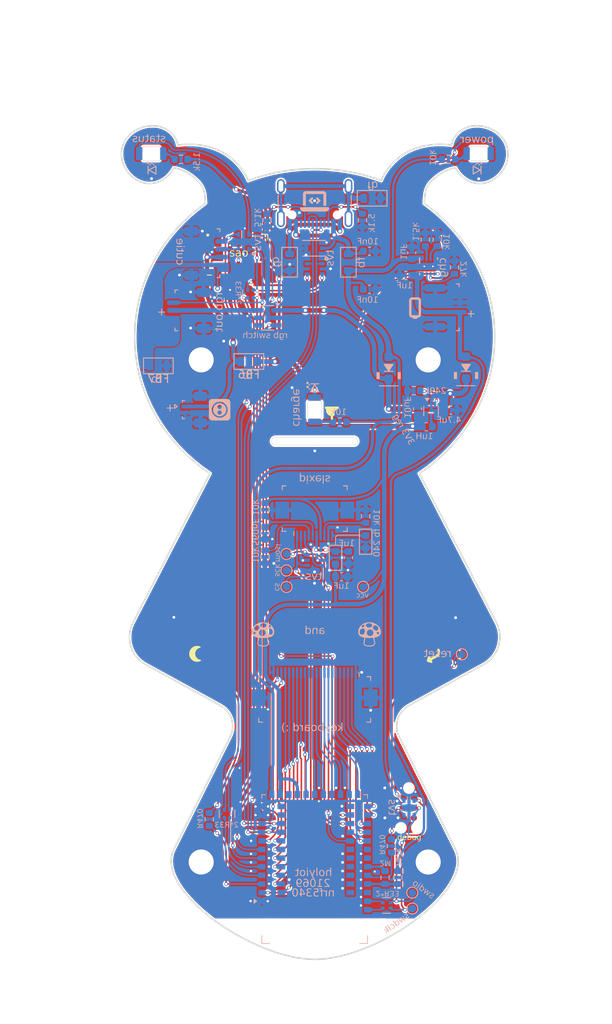
<source format=kicad_pcb>
(kicad_pcb (version 20240108) (generator "pcbnew") (generator_version "8.0")
  (title_block (title "coquette MCU board (mariposa)") (date "2025-01-19") (rev "2.0"))
  (layers (0 "F.Cu" signal) (31 "B.Cu" signal) (34 "B.Paste" user) (35 "F.Paste" user) (36 "B.SilkS" user "B.Silkscreen") (37 "F.SilkS" user "F.Silkscreen") (38 "B.Mask" user) (39 "F.Mask" user) (44 "Edge.Cuts" user))
  (net 0 "")
  (net 1 "+BATT")
  (net 2 "Net-(J6-Pin_5)")
  (net 3 "Net-(J6-Pin_6)")
  (net 4 "VCC")
  (net 5 "VBUS")
  (net 6 "Net-(D1-A)")
  (net 7 "Net-(J4-SHIELD)")
  (net 10 "Net-(J4-CC2)")
  (net 11 "Net-(J4-CC1)")
  (net 13 "Net-(D5-A)")
  (net 14 "D+")
  (net 15 "D-")
  (net 16 "Net-(D1-K)")
  (net 17 "Net-(D6-K)")
  (net 18 "BATT_READ")
  (net 19 "BATT_READ_EN")
  (net 21 "ch2")
  (net 26 "ch6")
  (net 27 "Net-(J6-Pin_10)")
  (net 28 "ch8")
  (net 29 "GND")
  (net 30 "ch5")
  (net 31 "ch3")
  (net 32 "ch18")
  (net 33 "ch11")
  (net 34 "ch15")
  (net 35 "ch12")
  (net 36 "ch13")
  (net 38 "ext_on")
  (net 39 "Net-(L1-+)")
  (net 40 "led_data")
  (net 41 "ch17")
  (net 42 "ch20")
  (net 43 "PRI_MID")
  (net 44 "mosi")
  (net 45 "sck")
  (net 46 "cs")
  (net 47 "ch19")
  (net 48 "ch21")
  (net 49 "Net-(D6-A)")
  (net 51 "miso")
  (net 52 "reset")
  (net 53 "swdio")
  (net 54 "swdclk")
  (net 55 "ch16")
  (net 56 "ch10")
  (net 57 "ch9")
  (net 58 "ch14")
  (net 59 "ch7")
  (net 60 "ch4")
  (net 61 "Net-(J6-Pin_8)")
  (net 62 "Net-(J6-Pin_4)")
  (net 63 "Net-(FB5-Pad2)")
  (net 64 "status_led_1")
  (net 67 "Net-(C4--)")
  (net 68 "VDC")
  (net 69 "Earth_Clean")
  (net 71 "Net-(U1-P1.03)")
  (net 74 "PRI_LO")
  (net 76 "Net-(U5-VSET)")
  (net 78 "Net-(U2-ISET)")
  (net 79 "Net-(U2-TS)")
  (net 80 "Net-(U2-VSET)")
  (net 82 "sda")
  (net 83 "scl")
  (net 84 "gpio1")
  (net 85 "gpio2")
  (net 87 "Net-(U1-RESET)")
  (net 88 "Net-(R16-Pad1)")
  (net 89 "Net-(RN1-R2.1)")
  (net 90 "Net-(RN1-R1.1)")
  (net 91 "Net-(RN3-R1.1)")
  (net 92 "Net-(RN3-R2.1)")
  (net 93 "Net-(RN2-R2.1)")
  (net 94 "Net-(RN2-R1.1)")
  (footprint "MountingHole:MountingHole_3.2mm_M3_DIN965_Pad" (layer "F.Cu") (at 135.5 65.925 -1)
    (property "Reference" "H2" (hide yes))
    (property "Value" "MountingHole")
  )
  (footprint "Connector_PinSocket_2.54mm:PinSocket_2x03_P2.54mm_Vertical_SMD" (layer "F.Cu") (at 140.14 52.5 90)
    (property "Reference" "J9" (hide yes))
    (property "Value" "Conn_02x03_Odd_Even")
  )
  (footprint "MountingHole:MountingHole_3.2mm_M3_DIN965_Pad" (layer "F.Cu") (at 135.5 130)
    (property "Reference" "H4" (hide yes))
    (property "Value" "MountingHole")
  )
  (footprint "Button_Switch_SMD:SW_SPST_PTS645" (layer "F.Cu") (at 168 98.8 118)
    (property "Reference" "SW3" (hide yes))
    (property "Value" "SW_Push")
  )
  (footprint "Button_Switch_SMD:SW_SPST_PTS645" (layer "F.Cu") (at 132 98.8 62)
    (property "Reference" "SW1" (hide yes))
    (property "Value" "SW_Push")
  )
  (footprint "Connector:Tag-Connect_TC2030-IDC-NL_2x03_P1.27mm_Vertical" (layer "F.Cu") (at 162.035 123.1 -90)
    (property "Reference" "J3" (hide yes))
    (property "Value" "Conn_ARM_SWD_TagConnect_TC2030-NL")
  )
  (footprint "MountingHole:MountingHole_3.2mm_M3_DIN965_Pad" (layer "F.Cu") (at 164.5 130)
    (property "Reference" "H5" (hide yes))
    (property "Value" "MountingHole")
  )
  (footprint "MountingHole:MountingHole_3.2mm_M3_DIN965_Pad" (layer "F.Cu") (at 164.5 65.925 -1)
    (property "Reference" "H3" (hide yes))
    (property "Value" "MountingHole")
  )
  (footprint "coquette_footprints:LED 1206 reverse mount rectangle" (layer "B.Cu") (at 129.12 39.6)
    (property "Reference" "D5" (hide yes))
    (property "Value" "LED")
    (fp_line (start -1.1 -0.75) (end -1.1 0.75) (stroke (width 0.05)) (layer "Edge.Cuts"))
    (fp_line (start 0.95 -0.9) (end -0.95 -0.9) (stroke (width 0.05)) (layer "Edge.Cuts"))
    (fp_line (start 0.95 0.9) (end -0.95 0.9) (stroke (width 0.05)) (layer "Edge.Cuts"))
    (fp_line (start 1.1 -0.75) (end 1.1 0.75) (stroke (width 0.05)) (layer "Edge.Cuts"))
    (fp_arc (start -1.1 -0.75) (mid -1.056066 -0.856066) (end -0.95 -0.9) (stroke (width 0.05)) (layer "Edge.Cuts"))
    (fp_arc (start -0.95 0.9) (mid -1.056066 0.856066) (end -1.1 0.75) (stroke (width 0.05)) (layer "Edge.Cuts"))
    (fp_arc (start 0.95 -0.9) (mid 1.056066 -0.856066) (end 1.1 -0.75) (stroke (width 0.05)) (layer "Edge.Cuts"))
    (fp_arc (start 1.1 0.75) (mid 1.056066 0.856066) (end 0.95 0.9) (stroke (width 0.05)) (layer "Edge.Cuts"))
  )
  (footprint "TestPoint:TestPoint_Pad_D1.0mm" (layer "B.Cu") (at 156.19 94.89 180)
    (property "Reference" "TP4" (hide yes))
    (property "Value" "TestPoint")
  )
  (footprint "Resistor_SMD:R_0603_1608Metric" (layer "B.Cu") (at 162.66 69.85 180)
    (property "Reference" "R11" (hide yes))
    (property "Value" "249k")
  )
  (footprint "TestPoint:TestPoint_Pad_D1.0mm" (layer "B.Cu") (at 146.4 90.7 180)
    (property "Reference" "TP7" (hide yes))
    (property "Value" "TestPoint")
  )
  (footprint "Connector_JST:JST_SH_SM04B-SRSS-TB_1x04-1MP_P1.00mm_Horizontal" (layer "B.Cu") (at 136.1 52.31 90)
    (property "Reference" "J8" (hide yes))
    (property "Value" "Conn_01x04_MountingPin")
  )
  (footprint "Package_TO_SOT_SMD:SOT-23-6" (layer "B.Cu") (at 143.9675 60.56 180)
    (property "Reference" "U4" (hide yes))
    (property "Value" "TPS22917DBV")
  )
  (footprint "Resistor_SMD:R_0603_1608Metric" (layer "B.Cu") (at 164.13 50.58 90)
    (property "Reference" "R7" (hide yes))
    (property "Value" "1.5k")
  )
  (footprint "PCM_Ferrite_SMD_AKL:Ferrite_0805_2012Metric" (layer "B.Cu") (at 141.595 66.135)
    (property "Reference" "FB6")
    (property "Value" "120 Ohm" (hide yes))
  )
  (footprint "coquette_footprints:LED 1206 reverse mount rectangle" (layer "B.Cu") (at 150 72.282679 -90)
    (property "Reference" "D1" (hide yes))
    (property "Value" "LED")
    (fp_line (start 0.95 0.9) (end -0.95 0.9) (stroke (width 0.05)) (layer "Edge.Cuts"))
    (fp_line (start -1.1 -0.75) (end -1.1 0.75) (stroke (width 0.05)) (layer "Edge.Cuts"))
    (fp_line (start 1.1 -0.75) (end 1.1 0.75) (stroke (width 0.05)) (layer "Edge.Cuts"))
    (fp_line (start 0.95 -0.9) (end -0.95 -0.9) (stroke (width 0.05)) (layer "Edge.Cuts"))
    (fp_arc (start -0.95 0.9) (mid -1.056066 0.856066) (end -1.1 0.75) (stroke (width 0.05)) (layer "Edge.Cuts"))
    (fp_arc (start 1.1 0.75) (mid 1.056066 0.856066) (end 0.95 0.9) (stroke (width 0.05)) (layer "Edge.Cuts"))
    (fp_arc (start -1.1 -0.75) (mid -1.056066 -0.856066) (end -0.95 -0.9) (stroke (width 0.05)) (layer "Edge.Cuts"))
    (fp_arc (start 0.95 -0.9) (mid 1.056066 -0.856066) (end 1.1 -0.75) (stroke (width 0.05)) (layer "Edge.Cuts"))
  )
  (footprint "PCM_Package_TO_SOT_SMD_AKL:SOT-363_SC-70-6" (layer "B.Cu") (at 162.05 123.1 -90)
    (property "Reference" "D13" (hide yes))
    (property "Value" "TPD4E1U06" (hide yes))
  )
  (footprint "TestPoint:TestPoint_Pad_D1.0mm" (layer "B.Cu") (at 146.4 92.8 180)
    (property "Reference" "TP6" (hide yes))
    (property "Value" "TestPoint")
  )
  (footprint "Capacitor_SMD:C_0603_1608Metric" (layer "B.Cu") (at 163.13 72.175 90)
    (property "Reference" "C45" (hide yes))
    (property "Value" "10 uF")
  )
  (footprint "Capacitor_SMD:C_0603_1608Metric" (layer "B.Cu") (at 157 52.06 180)
    (property "Reference" "C4" (hide yes))
    (property "Value" "10nF")
  )
  (footprint "Resistor_SMD:R_0603_1608Metric" (layer "B.Cu") (at 167.87 54.115 90)
    (property "Reference" "R15" (hide yes))
    (property "Value" "27k")
  )
  (footprint "PCM_Ferrite_SMD_AKL:Ferrite_0603_1608Metric" (layer "B.Cu") (at 152.66 91.18 -90)
    (property "Reference" "FB3" (hide yes))
    (property "Value" "240 Ohm" (hide yes))
  )
  (footprint "PCM_Diode_SMD_Handsoldering_AKL:D_SOD-123F" (layer "B.Cu") (at 169.33 66.92 90)
    (property "Reference" "D45" (hide yes))
    (property "Value" "D_Schottky" (hide yes))
  )
  (footprint "Capacitor_SMD:C_0603_1608Metric" (layer "B.Cu") (at 157 56.92 180)
    (property "Reference" "C5" (hide yes))
    (property "Value" "10nF")
  )
  (footprint "Resistor_SMD:R_0603_1608Metric" (layer "B.Cu") (at 136.53 124.552679 -90)
    (property "Reference" "R16" (hide yes))
    (property "Value" "R220")
  )
  (footprint "PCM_Package_TO_SOT_SMD_AKL:SOT-363_SC-70-6" (layer "B.Cu") (at 150 91.5 180)
    (property "Reference" "D11" (hide yes))
    (property "Value" "TPD4E1U06" (hide yes))
  )
  (footprint "PCM_Diode_SMD_AKL:D_SOD-323_TVS" (layer "B.Cu") (at 149.94 51.68)
    (property "Reference" "D9" (hide yes))
    (property "Value" "TI TSD05C" (hide yes))
  )
  (footprint "Resistor_SMD:R_0603_1608Metric" (layer "B.Cu") (at 165.65 50.58 90)
    (property "Reference" "R12" (hide yes))
    (property "Value" "10k")
  )
  (footprint "TestPoint:TestPoint_Pad_D1.0mm" (layer "B.Cu") (at 146.4 94.9 180)
    (property "Reference" "TP8" (hide yes))
    (property "Value" "TestPoint")
  )
  (footprint "coquette_footprints:holyiot_21069_nRF5340" (layer "B.Cu") (at 150 131.675)
    (property "Reference" "U1" (hide yes))
    (property "Value" "~")
  )
  (footprint "Resistor_SMD:R_0603_1608Metric" (layer "B.Cu") (at 159.8 127.952679 90)
    (property "Reference" "R1" (hide yes))
    (property "Value" "R220")
  )
  (footprint "PCM_Package_TO_SOT_SMD_AKL:SOT-363_SC-70-6" (layer "B.Cu") (at 140.92 50.86 90)
    (property "Reference" "D12" (hide yes))
    (property "Value" "TPD4E1U06" (hide yes))
  )
  (footprint "coquette_footprints:LED 1206 reverse mount rectangle" (layer "B.Cu") (at 170.95 39.6 180)
    (property "Reference" "D6" (hide yes))
    (property "Value" "LED")
    (fp_line (start 1.1 -0.75) (end 1.1 0.75) (stroke (width 0.05)) (layer "Edge.Cuts"))
    (fp_line (start 0.95 0.9) (end -0.95 0.9) (stroke (width 0.05)) (layer "Edge.Cuts"))
    (fp_line (start 0.95 -0.9) (end -0.95 -0.9) (stroke (width 0.05)) (layer "Edge.Cuts"))
    (fp_line (start -1.1 -0.75) (end -1.1 0.75) (stroke (width 0.05)) (layer "Edge.Cuts"))
    (fp_arc (start 1.1 0.75) (mid 1.056066 0.856066) (end 0.95 0.9) (stroke (width 0.05)) (layer "Edge.Cuts"))
    (fp_arc (start 0.95 -0.9) (mid 1.056066 -0.856066) (end 1.1 -0.75) (stroke (width 0.05)) (layer "Edge.Cuts"))
    (fp_arc (start -0.95 0.9) (mid -1.056066 0.856066) (end -1.1 0.75) (stroke (width 0.05)) (layer "Edge.Cuts"))
    (fp_arc (start -1.1 -0.75) (mid -1.056066 -0.856066) (end -0.95 -0.9) (stroke (width 0.05)) (layer "Edge.Cuts"))
  )
  (footprint "Capacitor_SMD:C_0603_1608Metric" (layer "B.Cu") (at 153.43 93.59)
    (property "Reference" "C3" (hide yes))
    (property "Value" "1uF")
  )
  (footprint "Capacitor_SMD:C_0603_1608Metric" (layer "B.Cu") (at 143.66 88.04 -90)
    (property "Reference" "C1" (hide yes))
    (property "Value" "560pF")
  )
  (footprint "Connector_USB:USB_C_Receptacle_GCT_USB4105-xx-A_16P_TopMnt_Horizontal" (layer "B.Cu") (at 150 44.826927)
    (property "Reference" "J4" (hide yes))
    (property "Value" "USB_C_Receptacle_USB2.0_16P")
  )
  (footprint "Connector_JST:JST_GH_SM02B-GHS-TB_1x02-1MP_P1.25mm_Horizontal" (layer "B.Cu") (at 166.74 59.215 90)
    (property "Reference" "BT1" (hide yes))
    (property "Value" "Battery")
  )
  (footprint "Resistor_SMD:R_0603_1608Metric" (layer "B.Cu") (at 153.2 73.85 180)
    (property "Reference" "R8" (hide yes))
    (property "Value" "10k")
  )
  (footprint "PCM_Ferrite_SMD_AKL:Ferrite_0805_2012Metric" (layer "B.Cu") (at 146.8 53.4625 90)
    (property "Reference" "FB5" (hide yes))
    (property "Value" "120 Ohm" (hide yes))
  )
  (footprint "PCM_Resistor_SMD_AKL:R_Array_Convex_2x0402" (layer "B.Cu") (at 141.8 57.502679 90)
    (property "Reference" "RN2" (hide yes))
    (property "Value" "2*R33" (hide yes))
  )
  (footprint "Resistor_SMD:R_0603_1608Metric" (layer "B.Cu") (at 132.925 40.33)
    (property "Reference" "R2" (hide yes))
    (property "Value" "1.5k")
  )
  (footprint "Connector_FFC-FPC:Hirose_FH12-10S-0.5SH_1x10-1MP_P0.50mm_Horizontal" (layer "B.Cu") (at 150 86.5)
    (property "Reference" "J6" (hide yes))
    (property "Value" "Conn_01x10_MountingPin")
  )
  (footprint "Capacitor_SMD:C_0603_1608Metric" (layer "B.Cu") (at 161.645 55.16 180)
    (property "Reference" "C47" (hide yes))
    (property "Value" "1uF")
  )
  (footprint "PCM_Ferrite_SMD_AKL:Ferrite_0805_2012Metric" (layer "B.Cu") (at 130.03 66.682679)
    (property "Reference" "FB7")
    (property "Value" "120 Ohm" (hide yes))
  )
  (footprint "Capacitor_SMD:C_0603_1608Metric" (layer "B.Cu") (at 154.32 91.16 -90)
    (property "Reference" "C2" (hide yes))
    (property "Value" "1uF")
  )
  (footprint "Resistor_SMD:R_0603_1608Metric" (layer "B.Cu") (at 167.09 40.33)
    (property "Reference" "R14" (hide yes))
    (property "Value" "10k")
  )
  (footprint "PCM_Package_TO_SOT_SMD_AKL:SOT-363_SC-70-6" (layer "B.Cu") (at 150.01 54.306573 180)
    (property "Reference" "D10" (hide yes))
    (property "Value" "TPD4E1U06" (hide yes))
  )
  (footprint "Resistor_SMD:R_0603_1608Metric" (layer "B.Cu") (at 160.6299 131.98 -90)
    (property "Reference" "R9" (hide yes))
    (property "Value" "787k")
  )
  (footprint "PCM_Ferrite_SMD_AKL:Ferrite_0603_1608Metric" (layer "B.Cu") (at 156.51 89.13 -90)
    (property "Reference" "FB4" (hide yes))
    (property "Value" "240 Ohm" (hide yes))
  )
  (footprint "PCM_Diode_SMD_Handsoldering_AKL:D_SOD-123F" (layer "B.Cu") (at 159.45 66.94 90)
    (property "Reference" "D88" (hide yes))
    (property "Value" "D_Schottky" (hide yes))
  )
  (footprint "Capacitor_SMD:C_0603_1608Metric" (layer "B.Cu") (at 167.4 72.33)
    (property "Reference" "C44" (hide yes))
    (property "Value" "4.7 uF")
  )
  (footprint "Capacitor_SMD:C_0603_1608Metric" (layer "B.Cu") (at 162.4 52.26 -90)
    (property "Reference" "C46" (hide yes))
    (property "Value" "1uF")
  )
  (footprint "Inductor_SMD:L_0603_1608Metric" (layer "B.Cu") (at 164.25 74.45 180)
    (property "Reference" "L1" (hide yes))
    (property "Value" "1 uH")
  )
  (footprint "Resistor_SMD:R_0603_1608Metric" (layer "B.Cu") (at 143.66 91.06 90)
    (property "Reference" "R5" (hide yes))
    (property "Value" "10k")
  )
  (footprint "PCM_Resistor_SMD_AKL:R_Array_Convex_2x0402" (layer "B.Cu") (at 138.8 123.852679 90)
    (property "Reference" "RN3" (hide yes))
    (property "Value" "2*R33" (hide yes))
  )
  (footprint "Connector_JST:JST_SUR_SM02B-SURS-TF_1x02-1MP_P0.80mm_Horizontal" (layer "B.Cu") (at 134.604276 72.27 -90)
    (property "Reference" "J7" (hide yes))
    (property "Value" "Ext VCC Out")
  )
  (footprint "TestPoint:TestPoint_Pad_D1.0mm" (layer "B.Cu") (at 162.47 133.91 180)
    (property "Reference" "TP2" (hide yes))
    (property "Value" "TestPoint")
  )
  (footprint "Resistor_SMD:R_0603_1608Metric" (layer "B.Cu") (at 156.1 48.11 -90)
    (property "Reference" "R3" (hide yes))
    (property "Value" "5.1k")
  )
  (footprint "Resistor_SMD:R_0603_1608Metric" (layer "B.Cu") (at 156.51 85.88 -90)
    (property "Reference" "R13" (hide yes))
    (property "Value" "10k")
  )
  (footprint "Resistor_SMD:R_0603_1608Metric" (layer "B.Cu") (at 143.9 48.11 -90)
    (property "Reference" "R4" (hide yes))
    (property "Value" "5.1k")
  )
  (footprint "Resistor_SMD:R_0603_1608Metric" (layer "B.Cu") (at 158.99 131.98 90)
    (property "Reference" "R10" (hide yes))
    (property "Value" "2M")
  )
  (footprint "PCM_Ferrite_SMD_AKL:Ferrite_0805_2012Metric" (layer "B.Cu") (at 154.3 53.4625 -90)
    (property "Reference" "FB1" (hide yes))
    (property "Value" "120 Ohm" (hide yes))
  )
  (footprint "Resistor_SMD:R_0603_1608Metric" (layer "B.Cu") (at 143.66 85.03 90)
    (property "Reference" "R6" (hide yes))
    (property "Value" "10k")
  )
  (footprint "coquette_footprints:DSG0008A" (layer "B.Cu") (at 164.549999 53.99 -90)
    (property "Reference" "U2" (hide yes))
    (property "Value" "BQ25170DSGR" (hide yes))
  )
  (footprint "PCM_Resistor_SMD_AKL:R_Array_Convex_2x0402" (layer "B.Cu") (at 159.19 135.542679)
    (property "Reference" "RN1" (hide yes))
    (property "Value" "2*R33" (hide yes))
  )
  (footprint "TestPoint:TestPoint_Pad_D1.0mm" (layer "B.Cu") (at 162.47 135.94 180)
    (property "Reference" "TP1" (hide yes))
    (property "Value" "TestPoint")
  )
  (footprint "Package_TO_SOT_SMD:SOT-563" (layer "B.Cu") (at 164.87 72.4625 -90)
    (property "Reference" "U5" (hide yes))
    (property "Value" "TPS628438DRL")
  )
  (footprint "Connector_JST:JST_SH_SM03B-SRSS-TB_1x03-1MP_P1.00mm_Horizontal" (layer "B.Cu") (at 133.94 59.61 -90)
    (property "Reference" "J2" (hide yes))
    (property "Value" "Conn_01x03_MountingPin")
  )
  (footprint "TestPoint:TestPoint_Pad_D1.0mm" (layer "B.Cu") (at 168.8 103.5 180)
    (property "Reference" "TP3" (hide yes))
    (property "Value" "TestPoint")
  )
  (footprint "PCM_Ferrite_SMD_AKL:Ferrite_0805_2012Metric" (layer "B.Cu") (at 157.3375 45.3 180)
    (property "Reference" "FB2" (hide yes))
    (property "Value" "120 Ohm" (hide yes))
  )
  (footprint "Connector_FFC-FPC:Hirose_FH12-22S-0.5SH_1x22-1MP_P0.50mm_Horizontal" (layer "B.Cu") (at 150 107.65 180)
    (property "Reference" "J1" (hide yes))
    (property "Value" "Conn_01x22_Shielded")
  )
  (gr_poly (pts (xy 157.054524 99.405861) (xy 157.128634 99.410534) (xy 157.201816 99.418279) (xy 157.274033 99.42906) (xy 157.34525 99.442842) (xy 157.415432 99.459588) (xy 157.484542 99.479263) (xy 157.552544 99.501831) (xy 157.585476 99.514119) (xy 157.617975 99.526983) (xy 157.650036 99.540428) (xy 157.681655 99.554457) (xy 157.712828 99.569075) (xy 157.74355 99.584288) (xy 157.773816 99.600099) (xy 157.803623 99.616512) (xy 157.832965 99.633533) (xy 157.861839 99.651165) (xy 157.890239 99.669414) (xy 157.918161 99.688283) (xy 157.945601 99.707777) (xy 157.972555 99.727901) (xy 157.999017 99.748659) (xy 158.024984 99.770055) (xy 158.049809 99.791381) (xy 158.07399 99.813072) (xy 158.097529 99.835139) (xy 158.120425 99.85759) (xy 158.142677 99.880433) (xy 158.164287 99.903679) (xy 158.185254 99.927335) (xy 158.205578 99.951411) (xy 158.225259 99.975916) (xy 158.244297 100.000858) (xy 158.262692 100.026246) (xy 158.280444 100.05209) (xy 158.297554 100.078399) (xy 158.31402 100.10518) (xy 158.329843 100.132444) (xy 158.345024 100.160199) (xy 158.358882 100.187773) (xy 158.371878 100.215629) (xy 158.384009 100.243761) (xy 158.395268 100.272165) (xy 158.405653 100.300838) (xy 158.415158 100.329774) (xy 158.423778 100.358969) (xy 158.431511 100.388418) (xy 158.43835 100.418118) (xy 158.444292 100.448062) (xy 158.449332 100.478249) (xy 158.453466 100.508671) (xy 158.456689 100.539326) (xy 158.458996 100.570209) (xy 158.460384 100.601315) (xy 158.460848 100.632639) (xy 158.46024 100.667072) (xy 158.458419 100.700648) (xy 158.455383 100.733366) (xy 158.451132 100.765227) (xy 158.445667 100.796231) (xy 158.438988 100.826378) (xy 158.431094 100.855667) (xy 158.421986 100.884099) (xy 158.411663 100.911674) (xy 158.400126 100.938392) (xy 158.387374 100.964252) (xy 158.373408 100.989255) (xy 158.358228 101.013401) (xy 158.341833 101.03669) (xy 158.324224 101.059121) (xy 158.3054 101.080695) (xy 158.284754 101.102021) (xy 158.262823 101.122569) (xy 158.239606 101.14235) (xy 158.215103 101.161372) (xy 158.189314 101.179643) (xy 158.162239 101.197174) (xy 158.133878 101.213972) (xy 158.104232 101.230047) (xy 158.0733 101.245408) (xy 158.041081 101.260063) (xy 158.007577 101.274021) (xy 157.972787 101.287292) (xy 157.936711 101.299885) (xy 157.899349 101.311807) (xy 157.860702 101.323069) (xy 157.820768 101.333679) (xy 157.735615 101.351961) (xy 157.644746 101.367921) (xy 157.620442 101.371344) (xy 157.620886 101.395115) (xy 157.621642 101.417034) (xy 157.622648 101.437311) (xy 157.624934 101.476697) (xy 157.62722 101.512368) (xy 157.629506 101.544039) (xy 157.631792 101.571423) (xy 157.636412 101.598331) (xy 157.641317 101.624382) (xy 157.643966 101.637175) (xy 157.646794 101.649862) (xy 157.649836 101.662476) (xy 157.653128 101.675055) (xy 157.671416 101.745159) (xy 157.677994 101.769013) (xy 157.684037 101.792546) (xy 157.689579 101.815721) (xy 157.694657 101.838504) (xy 157.699306 101.860858) (xy 157.703563 101.882748) (xy 157.71104 101.924991) (xy 157.714189 101.945142) (xy 157.716803 101.964472) (xy 157.718916 101.983016) (xy 157.720565 102.00081) (xy 157.721785 102.017889) (xy 157.722613 102.03429) (xy 157.723083 102.050048) (xy 157.723232 102.065199) (xy 157.722482 102.091129) (xy 157.720232 102.116336) (xy 157.716481 102.140811) (xy 157.711231 102.164545) (xy 157.70448 102.187528) (xy 157.696229 102.209753) (xy 157.686477 102.231209) (xy 157.675226 102.251889) (xy 157.662474 102.271783) (xy 157.648223 102.290882) (xy 157.632471 102.309177) (xy 157.615218 102.32666) (xy 157.596466 102.343322) (xy 157.576213 102.359152) (xy 157.554461 102.374144) (xy 157.531208 102.388287) (xy 157.507063 102.402111) (xy 157.481499 102.415011) (xy 157.454524 102.42699) (xy 157.426147 102.438055) (xy 157.396377 102.448209) (xy 157.365223 102.457456) (xy 157.332694 102.465802) (xy 157.298798 102.47325) (xy 157.263545 102.479805) (xy 157.226944 102.485472) (xy 157.189003 102.490254) (xy 157.149732 102.494157) (xy 157.109139 102.497185) (xy 157.067234 102.499342) (xy 157.024024 102.500634) (xy 156.97952 102.501063) (xy 156.935016 102.500634) (xy 156.891807 102.499342) (xy 156.849901 102.497185) (xy 156.809308 102.494157) (xy 156.770037 102.490254) (xy 156.732096 102.485472) (xy 156.695495 102.479805) (xy 156.660242 102.47325) (xy 156.626347 102.465802) (xy 156.593817 102.457456) (xy 156.562663 102.448209) (xy 156.532893 102.438055) (xy 156.504516 102.42699) (xy 156.477541 102.415011) (xy 156.451977 102.402111) (xy 156.427832 102.388287) (xy 156.404579 102.374144) (xy 156.393515 102.366754) (xy 156.382826 102.359152) (xy 156.372513 102.351341) (xy 156.362574 102.343322) (xy 156.35301 102.335094) (xy 156.343822 102.32666) (xy 156.335008 102.318021) (xy 156.326569 102.309177) (xy 156.318506 102.300131) (xy 156.310817 102.290882) (xy 156.303504 102.281432) (xy 156.296566 102.271783) (xy 156.290002 102.261935) (xy 156.283814 102.251889) (xy 156.278001 102.241647) (xy 156.272563 102.231209) (xy 156.2675 102.220578) (xy 156.262811 102.209753) (xy 156.258498 102.198736) (xy 156.25456 102.187528) (xy 156.250997 102.176131) (xy 156.24781 102.164545) (xy 156.244997 102.152771) (xy 156.242559 102.140811) (xy 156.240496 102.128666) (xy 156.238808 102.116336) (xy 156.237496 102.103824) (xy 156.236558 102.091129) (xy 156.235808 102.065199) (xy 156.35468 102.065199) (xy 156.355322 102.083808) (xy 156.357246 102.101912) (xy 156.360446 102.119507) (xy 156.364919 102.136589) (xy 156.37066 102.153153) (xy 156.377665 102.169194) (xy 156.385929 102.184709) (xy 156.395447 102.199692) (xy 156.406215 102.214139) (xy 156.41823 102.228046) (xy 156.431485 102.241409) (xy 156.445977 102.254222) (xy 156.461702 102.266482) (xy 156.478654 102.278184) (xy 156.496829 102.289323) (xy 156.516224 102.299895) (xy 156.5373 102.30986) (xy 156.559384 102.319183) (xy 156.582487 102.327863) (xy 156.606616 102.335899) (xy 156.631782 102.343293) (xy 156.657992 102.350044) (xy 156.685256 102.356152) (xy 156.713582 102.361617) (xy 156.74298 102.366439) (xy 156.773459 102.370618) (xy 156.805027 102.374154) (xy 156.837693 102.377047) (xy 156.871466 102.379298) (xy 156.906356 102.380905) (xy 156.942371 102.381869) (xy 156.97952 102.382191) (xy 157.052809 102.380905) (xy 157.121776 102.377047) (xy 157.154628 102.374154) (xy 157.186385 102.370618) (xy 157.217044 102.366439) (xy 157.246601 102.361617) (xy 157.27505 102.356152) (xy 157.302388 102.350044) (xy 157.328609 102.343293) (xy 157.35371 102.335899) (xy 157.377685 102.327863) (xy 157.400531 102.319183) (xy 157.422243 102.30986) (xy 157.442816 102.299895) (xy 157.462211 102.289323) (xy 157.480386 102.278184) (xy 157.497338 102.266482) (xy 157.513063 102.254222) (xy 157.527555 102.241409) (xy 157.54081 102.228046) (xy 157.546973 102.221161) (xy 157.552824 102.214139) (xy 157.558365 102.206983) (xy 157.563593 102.199692) (xy 157.568508 102.192267) (xy 157.573111 102.184709) (xy 157.5774 102.177017) (xy 157.581375 102.169194) (xy 157.585035 102.161239) (xy 157.588379 102.153153) (xy 157.591408 102.144936) (xy 157.59412 102.136589) (xy 157.596516 102.128112) (xy 157.598593 102.119507) (xy 157.600353 102.110773) (xy 157.601794 102.101912) (xy 157.602916 102.092923) (xy 157.603717 102.083808) (xy 157.604199 102.074566) (xy 157.60436 102.065199) (xy 157.604211 102.052203) (xy 157.603741 102.038386) (xy 157.602913 102.023783) (xy 157.601693 102.00843) (xy 157.600044 101.992362) (xy 157.597931 101.975616) (xy 157.595317 101.958227) (xy 157.592168 101.940231) (xy 157.584738 101.902512) (xy 157.576166 101.862507) (xy 157.566451 101.820216) (xy 157.555592 101.775639) (xy 157.537304 101.702487) (xy 157.533887 101.690783) (xy 157.530541 101.678579) (xy 157.527338 101.665947) (xy 157.52435 101.652957) (xy 157.521647 101.639681) (xy 157.519302 101.626192) (xy 157.517385 101.612559) (xy 157.516609 101.605711) (xy 157.515968 101.598855) (xy 157.513819 101.58471) (xy 157.51192 101.569708) (xy 157.510235 101.553849) (xy 157.508729 101.537133) (xy 157.507366 101.519559) (xy 157.50611 101.501129) (xy 157.503776 101.461695) (xy 157.50277 101.440538) (xy 157.502014 101.418166) (xy 157.501428 101.386645) (xy 157.445864 101.392734) (xy 157.337851 101.401515) (xy 157.224122 101.407831) (xy 157.104679 101.411647) (xy 156.97952 101.412927) (xy 156.856791 101.411647) (xy 156.740062 101.407831) (xy 156.629333 101.401515) (xy 156.524606 101.392734) (xy 156.457697 101.385137) (xy 156.457026 101.421214) (xy 156.455264 101.464743) (xy 156.45293 101.502414) (xy 156.450311 101.537514) (xy 156.448805 101.55401) (xy 156.44712 101.569756) (xy 156.445221 101.584716) (xy 156.443072 101.598855) (xy 156.441655 101.612559) (xy 156.439738 101.626192) (xy 156.437393 101.639681) (xy 156.43469 101.652957) (xy 156.431702 101.665947) (xy 156.428499 101.678579) (xy 156.425153 101.690783) (xy 156.421736 101.702487) (xy 156.403448 101.775639) (xy 156.392589 101.820216) (xy 156.382874 101.862507) (xy 156.374302 101.902512) (xy 156.366872 101.940231) (xy 156.363723 101.958227) (xy 156.361109 101.975616) (xy 156.358996 101.992362) (xy 156.357347 102.00843) (xy 156.356127 102.023783) (xy 156.355299 102.038386) (xy 156.354829 102.052203) (xy 156.35468 102.065199) (xy 156.235808 102.065199) (xy 156.235957 102.050048) (xy 156.236427 102.03429) (xy 156.237255 102.017889) (xy 156.238475 102.00081) (xy 156.240124 101.983016) (xy 156.242237 101.964472) (xy 156.244851 101.945142) (xy 156.248 101.924991) (xy 156.255477 101.882748) (xy 156.259734 101.860858) (xy 156.264383 101.838504) (xy 156.269461 101.815721) (xy 156.275003 101.792546) (xy 156.281046 101.769013) (xy 156.287624 101.745159) (xy 156.305912 101.675055) (xy 156.309204 101.662345) (xy 156.312246 101.649385) (xy 156.315074 101.636211) (xy 156.317723 101.622858) (xy 156.322628 101.595759) (xy 156.327248 101.568375) (xy 156.329534 101.539705) (xy 156.33182 101.508177) (xy 156.334106 101.47322) (xy 156.336392 101.434263) (xy 156.337398 101.414118) (xy 156.338154 101.392543) (xy 156.338609 101.368722) (xy 156.333154 101.367921) (xy 156.246428 101.351961) (xy 156.165704 101.333679) (xy 156.126949 101.323606) (xy 156.089546 101.312819) (xy 156.053491 101.301318) (xy 156.018781 101.289102) (xy 155.98541 101.276172) (xy 155.953374 101.262527) (xy 155.922669 101.248168) (xy 155.893289 101.233095) (xy 155.865231 101.217307) (xy 155.838491 101.200805) (xy 155.813063 101.183589) (xy 155.788943 101.165658) (xy 155.766127 101.147013) (xy 155.74461 101.127653) (xy 155.724388 101.107579) (xy 155.705456 101.086791) (xy 155.68774 101.06468) (xy 155.671166 101.041774) (xy 155.655736 101.018064) (xy 155.641448 100.993541) (xy 155.628304 100.968197) (xy 155.616302 100.942023) (xy 155.605444 100.915009) (xy 155.595728 100.887147) (xy 155.587156 100.858428) (xy 155.579726 100.828842) (xy 155.57344 100.798381) (xy 155.568296 100.767037) (xy 155.564295 100.734799) (xy 155.561438 100.70166) (xy 155.559723 100.667609) (xy 155.5596 100.660071) (xy 155.748128 100.660071) (xy 155.748449 100.677573) (xy 155.749408 100.694647) (xy 155.751001 100.711292) (xy 155.753224 100.727508) (xy 155.756072 100.743296) (xy 155.75954 100.758655) (xy 155.763625 100.773585) (xy 155.768321 100.788087) (xy 155.773625 100.80216) (xy 155.779531 100.815805) (xy 155.786035 100.829021) (xy 155.793134 100.841808) (xy 155.800821 100.854167) (xy 155.809094 100.866097) (xy 155.817947 100.877598) (xy 155.827376 100.888671) (xy 155.837842 100.899207) (xy 155.848665 100.909096) (xy 155.859844 100.918333) (xy 155.871382 100.926914) (xy 155.883276 100.934834) (xy 155.895527 100.942088) (xy 155.908136 100.948673) (xy 155.921102 100.954584) (xy 155.934425 100.959816) (xy 155.948105 100.964365) (xy 155.962143 100.968226) (xy 155.976538 100.971396) (xy 155.991289 100.973868) (xy 156.006398 100.97564) (xy 156.021865 100.976707) (xy 156.037688 100.977063) (xy 156.058549 100.976564) (xy 156.078848 100.975069) (xy 156.098593 100.972582) (xy 156.117793 100.96911) (xy 156.136458 100.964654) (xy 156.154596 100.959221) (xy 156.172215 100.952815) (xy 156.189326 100.94544) (xy 156.205937 100.9371) (xy 156.222056 100.927801) (xy 156.237694 100.917546) (xy 156.252858 100.90634) (xy 156.267558 100.894187) (xy 156.281802 100.881093) (xy 156.2956 100.86706) (xy 156.30896 100.852095) (xy 156.321677 100.83645) (xy 156.333541 100.820377) (xy 156.344556 100.803875) (xy 156.354728 100.786944) (xy 156.36406 100.769585) (xy 156.372557 100.751797) (xy 156.375243 100.745415) (xy 156.662528 100.745415) (xy 156.662742 100.759631) (xy 156.663385 100.773704) (xy 156.664457 100.787635) (xy 156.665957 100.801422) (xy 156.667886 100.815067) (xy 156.670243 100.828568) (xy 156.673029 100.841927) (xy 156.676244 100.855143) (xy 156.679887 100.868216) (xy 156.683959 100.881146) (xy 156.68846 100.893934) (xy 156.693389 100.906578) (xy 156.698747 100.91908) (xy 156.704533 100.931438) (xy 156.710748 100.943654) (xy 156.717392 100.955727) (xy 156.724427 100.967551) (xy 156.731811 100.979022) (xy 156.739533 100.990144) (xy 156.747586 101.000923) (xy 156.755961 101.011363) (xy 156.764648 101.021467) (xy 156.773639 101.031242) (xy 156.782924 101.04069) (xy 156.792495 101.049817) (xy 156.802343 101.058627) (xy 156.812459 101.067124) (xy 156.822834 101.075313) (xy 156.833459 101.083199) (xy 156.844325 101.090786) (xy 156.855423 101.098077) (xy 156.866744 101.105079) (xy 156.878817 101.111757) (xy 156.891033 101.118069) (xy 156.903392 101.124005) (xy 156.915893 101.129558) (xy 156.928538 101.134718) (xy 156.941325 101.139476) (xy 156.954255 101.143823) (xy 156.967328 101.147751) (xy 156.980544 101.15125) (xy 156.993903 101.154311) (xy 157.007405 101.156926) (xy 157.021049 101.159086) (xy 157.034837 101.160781) (xy 157.048767 101.162003) (xy 157.06284 101.162742) (xy 157.077056 101.162991) (xy 157.091272 101.162742) (xy 157.105345 101.162003) (xy 157.119276 101.160781) (xy 157.133063 101.159086) (xy 157.146708 101.156926) (xy 157.160209 101.154311) (xy 157.173568 101.15125) (xy 157.186784 101.147751) (xy 157.199857 101.143823) (xy 157.212787 101.139476) (xy 157.225575 101.134718) (xy 157.238219 101.129558) (xy 157.250721 101.124005) (xy 157.263079 101.118069) (xy 157.275295 101.111757) (xy 157.287368 101.105079) (xy 157.299192 101.098077) (xy 157.310663 101.090786) (xy 157.321785 101.083199) (xy 157.332564 101.075313) (xy 157.343004 101.067124) (xy 157.353108 101.058627) (xy 157.362883 101.049817) (xy 157.372331 101.04069) (xy 157.381458 101.031242) (xy 157.390268 101.021467) (xy 157.398765 101.011363) (xy 157.406955 101.000923) (xy 157.41484 100.990144) (xy 157.422427 100.979022) (xy 157.429719 100.967551) (xy 157.43672 100.955727) (xy 157.443364 100.943654) (xy 157.449579 100.931438) (xy 157.455365 100.91908) (xy 157.460723 100.906578) (xy 157.465652 100.893934) (xy 157.470153 100.881146) (xy 157.474225 100.868216) (xy 157.477868 100.855143) (xy 157.481083 100.841927) (xy 157.483869 100.828568) (xy 157.486226 100.815067) (xy 157.488155 100.801422) (xy 157.489655 100.787635) (xy 157.490727 100.773704) (xy 157.491323 100.760655) (xy 157.936592 100.760655) (xy 157.936771 100.770264) (xy 157.937312 100.779663) (xy 157.938219 100.788857) (xy 157.939497 100.79785) (xy 157.94115 100.806647) (xy 157.943182 100.815251) (xy 157.945598 100.823668) (xy 157.948403 100.831902) (xy 157.951601 100.839957) (xy 157.955196 100.847839) (xy 157.959192 100.85555) (xy 157.963595 100.863097) (xy 157.968409 100.870482) (xy 157.973638 100.877712) (xy 157.979287 100.884789) (xy 157.98536 100.891719) (xy 157.991717 100.898363) (xy 157.998213 100.904578) (xy 158.004842 100.910364) (xy 158.011601 100.915722) (xy 158.018485 100.920651) (xy 158.02549 100.925152) (xy 158.032611 100.929224) (xy 158.039843 100.932867) (xy 158.047182 100.936082) (xy 158.054625 100.938868) (xy 158.062165 100.941225) (xy 158.069799 100.943154) (xy 158.077522 100.944654) (xy 158.085331 100.945726) (xy 158.093219 100.946369) (xy 158.101184 100.946583) (xy 158.107433 100.94644) (xy 158.113602 100.946011) (xy 158.119682 100.945297) (xy 158.125663 100.944297) (xy 158.131537 100.943011) (xy 158.137296 100.941439) (xy 158.142929 100.939582) (xy 158.148428 100.937439) (xy 158.153784 100.93501) (xy 158.158989 100.932296) (xy 158.164033 100.929295) (xy 158.168907 100.926009) (xy 158.173602 100.922437) (xy 158.17811 100.91858) (xy 158.182422 100.914436) (xy 158.186528 100.910007) (xy 158.190421 100.904827) (xy 158.194094 100.899571) (xy 158.197545 100.894235) (xy 158.200768 100.888814) (xy 158.203759 100.883304) (xy 158.206513 100.877699) (xy 158.209026 100.871997) (xy 158.211293 100.866192) (xy 158.21331 100.86028) (xy 158.215073 100.854256) (xy 158.216577 100.848116) (xy 158.217817 100.841856) (xy 158.21879 100.83547) (xy 158.21949 100.828955) (xy 158.219914 100.822306) (xy 158.220056 100.815519) (xy 158.219877 100.806446) (xy 158.219341 100.797517) (xy 158.218448 100.78873) (xy 158.217198 100.780086) (xy 158.215591 100.771585) (xy 158.213626 100.763227) (xy 158.211305 100.755011) (xy 158.208626 100.746939) (xy 158.20559 100.739009) (xy 158.202196 100.731223) (xy 158.198446 100.723579) (xy 158.194338 100.716078) (xy 158.189874 100.70872) (xy 158.185052 100.701505) (xy 158.179872 100.694432) (xy 158.174336 100.687503) (xy 158.16855 100.680859) (xy 158.162626 100.674644) (xy 158.156568 100.668858) (xy 158.15038 100.6635) (xy 158.144068 100.658571) (xy 158.137635 100.65407) (xy 158.131086 100.649998) (xy 158.124425 100.646355) (xy 158.117657 100.64314) (xy 158.110786 100.640354) (xy 158.103817 100.637997) (xy 158.096755 100.636068) (xy 158.089603 100.634568) (xy 158.082366 100.633496) (xy 158.075049 100.632853) (xy 158.067656 100.632639) (xy 158.060333 100.632782) (xy 158.05322 100.633211) (xy 158.046312 100.633925) (xy 158.039605 100.634925) (xy 158.033094 100.636211) (xy 158.026776 100.637783) (xy 158.020645 100.63964) (xy 158.014697 100.641783) (xy 158.008928 100.644212) (xy 158.003332 100.646926) (xy 157.997907 100.649927) (xy 157.992647 100.653213) (xy 157.987547 100.656785) (xy 157.982604 100.660643) (xy 157.977812 100.664786) (xy 157.973168 100.669215) (xy 157.968739 100.673859) (xy 157.964596 100.678645) (xy 157.960738 100.683574) (xy 157.957166 100.688646) (xy 157.95388 100.693861) (xy 157.95088 100.699219) (xy 157.948165 100.70472) (xy 157.945736 100.710363) (xy 157.943593 100.71615) (xy 157.941736 100.722079) (xy 157.940164 100.728151) (xy 157.938878 100.734366) (xy 157.937878 100.740724) (xy 157.937164 100.747225) (xy 157.936735 100.753869) (xy 157.936592 100.760655) (xy 157.491323 100.760655) (xy 157.49137 100.759631) (xy 157.491584 100.745415) (xy 157.49137 100.731199) (xy 157.490727 100.717126) (xy 157.489655 100.703195) (xy 157.488155 100.689408) (xy 157.486226 100.675763) (xy 157.483869 100.662262) (xy 157.481083 100.648903) (xy 157.477868 100.635687) (xy 157.474225 100.622614) (xy 157.470153 100.609684) (xy 157.465652 100.596896) (xy 157.460723 100.584252) (xy 157.455365 100.57175) (xy 157.449579 100.559392) (xy 157.443364 100.547176) (xy 157.43672 100.535103) (xy 157.429719 100.523782) (xy 157.422427 100.512684) (xy 157.41484 100.501818) (xy 157.406955 100.491193) (xy 157.398765 100.480818) (xy 157.390268 100.470702) (xy 157.381458 100.460854) (xy 157.372331 100.451283) (xy 157.362883 100.441998) (xy 157.353108 100.433007) (xy 157.343004 100.42432) (xy 157.332564 100.415945) (xy 157.321785 100.407892) (xy 157.310663 100.40017) (xy 157.299192 100.392786) (xy 157.287368 100.385751) (xy 157.275295 100.379107) (xy 157.263079 100.372892) (xy 157.250721 100.367106) (xy 157.238219 100.361748) (xy 157.225575 100.356819) (xy 157.212787 100.352318) (xy 157.199857 100.348246) (xy 157.186784 100.344603) (xy 157.173568 100.341388) (xy 157.160209 100.338602) (xy 157.146708 100.336245) (xy 157.133063 100.334316) (xy 157.119276 100.332816) (xy 157.105345 100.331744) (xy 157.091272 100.331101) (xy 157.077056 100.330887) (xy 157.06284 100.331101) (xy 157.048767 100.331744) (xy 157.034837 100.332816) (xy 157.021049 100.334316) (xy 157.007405 100.336245) (xy 156.993903 100.338602) (xy 156.980544 100.341388) (xy 156.967328 100.344603) (xy 156.954255 100.348246) (xy 156.941325 100.352318) (xy 156.928538 100.356819) (xy 156.915893 100.361748) (xy 156.903392 100.367106) (xy 156.891033 100.372892) (xy 156.878817 100.379107) (xy 156.866744 100.385751) (xy 156.855423 100.392786) (xy 156.844325 100.40017) (xy 156.833459 100.407892) (xy 156.822834 100.415945) (xy 156.812459 100.42432) (xy 156.802343 100.433007) (xy 156.792495 100.441998) (xy 156.782924 100.451283) (xy 156.773639 100.460854) (xy 156.764648 100.470702) (xy 156.755961 100.480818) (xy 156.747586 100.491193) (xy 156.739533 100.501818) (xy 156.731811 100.512684) (xy 156.724427 100.523782) (xy 156.717392 100.535103) (xy 156.710748 100.547176) (xy 156.704533 100.559392) (xy 156.698747 100.57175) (xy 156.693389 100.584252) (xy 156.68846 100.596896) (xy 156.683959 100.609684) (xy 156.679887 100.622614) (xy 156.676244 100.635687) (xy 156.673029 100.648903) (xy 156.670243 100.662262) (xy 156.667886 100.675763) (xy 156.665957 100.689408) (xy 156.664457 100.703195) (xy 156.663385 100.717126) (xy 156.662742 100.731199) (xy 156.662528 100.745415) (xy 156.375243 100.745415) (xy 156.380224 100.73358) (xy 156.387065 100.714935) (xy 156.393084 100.695861) (xy 156.398287 100.676359) (xy 156.402676 100.656428) (xy 156.406258 100.636068) (xy 156.409036 100.61528) (xy 156.411015 100.594063) (xy 156.412198 100.572417) (xy 156.412592 100.550343) (xy 156.412341 100.532804) (xy 156.411586 100.515618) (xy 156.410322 100.498781) (xy 156.408544 100.482287) (xy 156.406248 100.466132) (xy 156.40343 100.450313) (xy 156.400085 100.434823) (xy 156.396209 100.41966) (xy 156.391797 100.404818) (xy 156.386845 100.390293) (xy 156.381348 100.376081) (xy 156.375302 100.362177) (xy 156.368702 100.348576) (xy 156.361544 100.335275) (xy 156.353824 100.322268) (xy 156.345536 100.309551) (xy 156.336712 100.297908) (xy 156.327379 100.286983) (xy 156.317528 100.276781) (xy 156.30715 100.267308) (xy 156.301761 100.262845) (xy 156.296237 100.258566) (xy 156.290576 100.254472) (xy 156.284778 100.250562) (xy 156.278842 100.246837) (xy 156.272767 100.243298) (xy 156.26655 100.239946) (xy 156.260192 100.23678) (xy 156.253691 100.233802) (xy 156.247046 100.231012) (xy 156.240256 100.228411) (xy 156.23332 100.225999) (xy 156.219004 100.221745) (xy 156.20409 100.218254) (xy 156.188569 100.215531) (xy 156.172431 100.213581) (xy 156.155669 100.212407) (xy 156.138272 100.212015) (xy 156.124057 100.212264) (xy 156.109995 100.213009) (xy 156.096093 100.214245) (xy 156.08236 100.215968) (xy 156.068807 100.218173) (xy 156.05544 100.220855) (xy 156.042271 100.224011) (xy 156.029306 100.227636) (xy 156.016556 100.231725) (xy 156.004029 100.236274) (xy 155.991734 100.241278) (xy 155.979681 100.246734) (xy 155.967877 100.252635) (xy 155.956333 100.258979) (xy 155.945056 100.265761) (xy 155.934056 100.272975) (xy 155.923341 100.280582) (xy 155.912911 100.288543) (xy 155.902767 100.296851) (xy 155.892908 100.305503) (xy 155.883336 100.314494) (xy 155.874049 100.323821) (xy 155.865048 100.333477) (xy 155.856332 100.34346) (xy 155.847903 100.353764) (xy 155.839759 100.364385) (xy 155.831901 100.375319) (xy 155.824328 100.386561) (xy 155.817042 100.398106) (xy 155.810041 100.409951) (xy 155.803326 100.42209) (xy 155.796896 100.434519) (xy 155.790823 100.447198) (xy 155.785175 100.460088) (xy 155.779945 100.473182) (xy 155.775132 100.486478) (xy 155.770728 100.49997) (xy 155.766732 100.513654) (xy 155.763137 100.527525) (xy 155.759939 100.54158) (xy 155.757134 100.555813) (xy 155.754718 100.570221) (xy 155.752686 100.584798) (xy 155.751033 100.59954) (xy 155.749756 100.614443) (xy 155.748848 100.629502) (xy 155.748307 100.644713) (xy 155.748128 100.660071) (xy 155.5596 100.660071) (xy 155.559152 100.632639) (xy 155.559581 100.600743) (xy 155.560867 100.569066) (xy 155.56301 100.537612) (xy 155.56601 100.506385) (xy 155.569868 100.475391) (xy 155.574583 100.444633) (xy 155.580155 100.414117) (xy 155.586584 100.383846) (xy 155.593871 100.353825) (xy 155.602015 100.324059) (xy 155.611016 100.294551) (xy 155.620874 100.265307) (xy 155.63159 100.236331) (xy 155.643163 100.207628) (xy 155.655593 100.179201) (xy 155.66888 100.151055) (xy 155.682918 100.123802) (xy 155.697598 100.096911) (xy 155.71034 100.074855) (xy 157.445864 100.074855) (xy 157.446114 100.086856) (xy 157.446864 100.098852) (xy 157.448114 100.110839) (xy 157.449864 100.122813) (xy 157.452115 100.134769) (xy 157.454865 100.146703) (xy 157.458116 100.15861) (xy 157.461866 100.170486) (xy 157.466117 100.182326) (xy 157.470867 100.194126) (xy 157.476118 100.205881) (xy 157.481869 100.217587) (xy 157.488119 100.22924) (xy 157.49487 100.240834) (xy 157.502121 100.252366) (xy 157.509872 100.263831) (xy 157.518016 100.275118) (xy 157.526446 100.28612) (xy 157.535161 100.296835) (xy 157.544162 100.307265) (xy 157.553449 100.317409) (xy 157.563022 100.327268) (xy 157.57288 100.33684) (xy 157.583024 100.346127) (xy 157.593454 100.355128) (xy 157.60417 100.363844) (xy 157.615171 100.372273) (xy 157.626458 100.380417) (xy 157.638031 100.388275) (xy 157.64989 100.395848) (xy 157.662034 100.403134) (xy 157.674464 100.410135) (xy 157.686466 100.417315) (xy 157.698473 100.424) (xy 157.710489 100.430193) (xy 157.722518 100.4359) (xy 157.734565 100.441125) (xy 157.746634 100.445872) (xy 157.75873 100.450145) (xy 157.770857 100.45395) (xy 157.78302 100.457291) (xy 157.795223 100.460171) (xy 157.807471 100.462596) (xy 157.819768 100.46457) (xy 157.832118 100.466098) (xy 157.844527 100.467184) (xy 157.856998 100.467832) (xy 157.869536 100.468047) (xy 157.883108 100.467726) (xy 157.896391 100.466761) (xy 157.909378 100.465154) (xy 157.922066 100.462904) (xy 157.934451 100.46001) (xy 157.946528 100.456474) (xy 157.958292 100.452295) (xy 157.969739 100.447473) (xy 157.980865 100.442008) (xy 157.991664 100.4359) (xy 158.002134 100.429149) (xy 158.012268 100.421756) (xy 158.022063 100.413719) (xy 158.031515 100.405039) (xy 158.040618 100.395717) (xy 158.049368 100.385751) (xy 158.057656 100.375894) (xy 158.065376 100.365761) (xy 158.072534 100.355359) (xy 158.079134 100.344698) (xy 158.08518 100.333788) (xy 158.090677 100.322636) (xy 158.095629 100.311252) (xy 158.100041 100.299645) (xy 158.103917 100.287824) (xy 158.107262 100.275797) (xy 158.11008 100.263574) (xy 158.112376 100.251163) (xy 158.114154 100.238574) (xy 158.115418 100.225814) (xy 158.116173 100.212895) (xy 158.116424 100.199823) (xy 158.116209 100.187822) (xy 158.115561 100.175826) (xy 158.114475 100.163839) (xy 158.112948 100.151865) (xy 158.110973 100.139909) (xy 158.108548 100.127975) (xy 158.105668 100.116068) (xy 158.102327 100.104192) (xy 158.098522 100.092352) (xy 158.094249 100.080552) (xy 158.089502 100.068797) (xy 158.084277 100.057091) (xy 158.07857 100.045438) (xy 158.072377 100.033844) (xy 158.065692 100.022312) (xy 158.058512 100.010847) (xy 158.05094 99.999559) (xy 158.043087 99.988553) (xy 158.034958 99.977823) (xy 158.026556 99.967365) (xy 158.017886 99.957176) (xy 158.008952 99.94725) (xy 157.99976 99.937583) (xy 157.990313 99.92817) (xy 157.980616 99.919008) (xy 157.970674 99.91009) (xy 157.96049 99.901415) (xy 157.95007 99.892975) (xy 157.939418 99.884768) (xy 157.928537 99.876789) (xy 157.917434 99.869033) (xy 157.906112 99.861495) (xy 157.894646 99.854315) (xy 157.883109 99.84763) (xy 157.871501 99.841437) (xy 157.859821 99.83573) (xy 157.848069 99.830505) (xy 157.836246 99.825759) (xy 157.824352 99.821485) (xy 157.812386 99.81768) (xy 157.800349 99.81434) (xy 157.78824 99.811459) (xy 157.77606 99.809034) (xy 157.763809 99.80706) (xy 157.751486 99.805532) (xy 157.739091 99.804446) (xy 157.726626 99.803798) (xy 157.714088 99.803583) (xy 157.699408 99.803905) (xy 157.685085 99.804869) (xy 157.671118 99.806476) (xy 157.65751 99.808727) (xy 157.644258 99.81162) (xy 157.631363 99.815156) (xy 157.618826 99.819335) (xy 157.606646 99.824157) (xy 157.594823 99.829622) (xy 157.583357 99.83573) (xy 157.572249 99.842481) (xy 157.561497 99.849875) (xy 157.551103 99.857911) (xy 157.541066 99.866591) (xy 157.531386 99.875914) (xy 157.522064 99.885879) (xy 157.512669 99.896273) (xy 157.503913 99.906876) (xy 157.495791 99.917684) (xy 157.488298 99.928694) (xy 157.48143 99.9399) (xy 157.475183 99.951298) (xy 157.469552 99.962883) (xy 157.464533 99.974652) (xy 157.460121 99.986599) (xy 157.456312 99.998721) (xy 157.453101 100.011012) (xy 157.450484 100.023468) (xy 157.448456 100.036085) (xy 157.447013 100.048858) (xy 157.44615 100.061783) (xy 157.445864 100.074855) (xy 155.71034 100.074855) (xy 155.712921 100.070386) (xy 155.728888 100.044232) (xy 155.745497 100.018453) (xy 155.762749 99.993053) (xy 155.780644 99.968037) (xy 155.787424 99.959031) (xy 155.998064 99.959031) (xy 155.998171 99.964138) (xy 155.998493 99.969169) (xy 155.999029 99.97412) (xy 155.999779 99.978986) (xy 156.000743 99.983763) (xy 156.001922 99.988445) (xy 156.003315 99.99303) (xy 156.004922 99.997512) (xy 156.006744 100.001887) (xy 156.00878 100.00615) (xy 156.01103 100.010297) (xy 156.013495 100.014324) (xy 156.016174 100.018225) (xy 156.019067 100.021997) (xy 156.022174 100.025635) (xy 156.025496 100.029135) (xy 156.028962 100.032457) (xy 156.032503 100.035564) (xy 156.036125 100.038458) (xy 156.039831 100.041137) (xy 156.043627 100.043601) (xy 156.047517 100.045851) (xy 156.051505 100.047887) (xy 156.055595 100.049709) (xy 156.059793 100.051316) (xy 156.064102 100.052709) (xy 156.068528 100.053888) (xy 156.073074 100.054853) (xy 156.077744 100.055603) (xy 156.082545 100.056138) (xy 156.087479 100.05646) (xy 156.092552 100.056567) (xy 156.099446 100.05639) (xy 156.106411 100.055865) (xy 156.113448 100.055) (xy 156.120556 100.053805) (xy 156.127735 100.052288) (xy 156.134986 100.050459) (xy 156.142308 100.048326) (xy 156.149702 100.045899) (xy 156.157167 100.043186) (xy 156.164704 100.040196) (xy 156.172312 100.036938) (xy 156.179992 100.033421) (xy 156.187743 100.029654) (xy 156.195565 100.025647) (xy 156.203459 100.021406) (xy 156.211424 100.016943) (xy 156.219354 100.011729) (xy 156.22714 100.006376) (xy 156.234784 100.00089) (xy 156.242285 99.995274) (xy 156.249643 99.989533) (xy 156.256858 99.983671) (xy 156.263931 99.977693) (xy 156.27086 99.971604) (xy 156.277647 99.965408) (xy 156.28429 99.959108) (xy 156.290791 99.952711) (xy 156.297149 99.94622) (xy 156.303364 99.93964) (xy 156.309436 99.932974) (xy 156.321152 99.919407) (xy 156.326688 99.912585) (xy 156.331868 99.905834) (xy 156.33669 99.899155) (xy 156.341154 99.892547) (xy 156.345262 99.88601) (xy 156.349013 99.879545) (xy 156.352406 99.873151) (xy 156.355442 99.866829) (xy 156.358121 99.860578) (xy 156.360443 99.854399) (xy 156.362407 99.848291) (xy 156.364015 99.842255) (xy 156.365265 99.83629) (xy 156.366158 99.830396) (xy 156.366693 99.824574) (xy 156.366872 99.818823) (xy 156.366764 99.81375) (xy 156.366437 99.808816) (xy 156.365888 99.804015) (xy 156.365308 99.800535) (xy 156.543656 99.800535) (xy 156.54387 99.809642) (xy 156.544513 99.818674) (xy 156.545585 99.827625) (xy 156.547085 99.836492) (xy 156.549014 99.845269) (xy 156.551371 99.853952) (xy 156.554157 99.862538) (xy 156.557372 99.87102) (xy 156.561015 99.879395) (xy 156.565087 99.887659) (xy 156.569588 99.895807) (xy 156.574517 99.903834) (xy 156.579875 99.911736) (xy 156.585661 99.919508) (xy 156.591876 99.927147) (xy 156.59852 99.934647) (xy 156.605521 99.942541) (xy 156.612808 99.95022) (xy 156.62038 99.957686) (xy 156.628238 99.964936) (xy 156.636382 99.971973) (xy 156.644812 99.978795) (xy 156.653527 99.985403) (xy 156.662528 99.991797) (xy 156.671815 99.997976) (xy 156.681388 100.003941) (xy 156.691246 100.009692) (xy 156.70139 100.015228) (xy 156.71182 100.020551) (xy 156.722536 100.025658) (xy 156.733537 100.030552) (xy 156.744824 100.035231) (xy 156.756325 100.03966) (xy 156.76797 100.043803) (xy 156.779757 100.047661) (xy 156.791687 100.051233) (xy 156.80376 100.054519) (xy 156.815976 100.05752) (xy 156.828334 100.060234) (xy 156.840836 100.062663) (xy 156.85348 100.064806) (xy 156.866268 100.066664) (xy 156.879198 100.068235) (xy 156.892271 100.069521) (xy 156.905487 100.070521) (xy 156.918846 100.071236) (xy 156.932347 100.071664) (xy 156.945992 100.071807) (xy 156.959637 100.071664) (xy 156.973138 100.071236) (xy 156.986497 100.070521) (xy 156.999713 100.069521) (xy 157.012786 100.068235) (xy 157.025716 100.066664) (xy 157.038504 100.064806) (xy 157.051148 100.062663) (xy 157.06365 100.060234) (xy 157.076008 100.05752) (xy 157.088224 100.054519) (xy 157.100297 100.051233) (xy 157.112227 100.047661) (xy 157.124014 100.043803) (xy 157.135659 100.03966) (xy 157.14716 100.035231) (xy 157.158413 100.030552) (xy 157.169317 100.025658) (xy 157.179883 100.020551) (xy 157.190118 100.015228) (xy 157.200031 100.009692) (xy 157.209632 100.003941) (xy 157.218929 99.997976) (xy 157.227932 99.991797) (xy 157.236649 99.985403) (xy 157.245089 99.978795) (xy 157.253261 99.971973) (xy 157.261174 99.964936) (xy 157.268837 99.957686) (xy 157.27626 99.95022) (xy 157.28345 99.942541) (xy 157.290416 99.934647) (xy 157.29706 99.927147) (xy 157.303275 99.919508) (xy 157.309061 99.911736) (xy 157.314419 99.903834) (xy 157.319348 99.895807) (xy 157.323849 99.887659) (xy 157.327921 99.879395) (xy 157.331564 99.87102) (xy 157.334779 99.862538) (xy 157.337565 99.853952) (xy 157.339922 99.845269) (xy 157.341851 99.836492) (xy 157.343351 99.827625) (xy 157.344423 99.818674) (xy 157.345066 99.809642) (xy 157.34528 99.800535) (xy 157.345066 99.790891) (xy 157.344423 99.78139) (xy 157.343351 99.772031) (xy 157.341851 99.762816) (xy 157.339922 99.753744) (xy 157.337565 99.744814) (xy 157.334779 99.736027) (xy 157.331564 99.727383) (xy 157.327921 99.718882) (xy 157.323849 99.710524) (xy 157.319348 99.702309) (xy 157.314419 99.694236) (xy 157.309061 99.686307) (xy 157.303275 99.67852) (xy 157.29706 99.670876) (xy 157.290416 99.663375) (xy 157.28345 99.656018) (xy 157.27626 99.648808) (xy 157.268837 99.64175) (xy 157.261174 99.634848) (xy 157.253261 99.628107) (xy 157.245089 99.621531) (xy 157.236649 99.615124) (xy 157.227932 99.608892) (xy 157.218929 99.602839) (xy 157.209632 99.596968) (xy 157.200031 99.591285) (xy 157.190118 99.585794) (xy 157.179883 99.5805) (xy 157.169317 99.575406) (xy 157.158413 99.570518) (xy 157.14716 99.565839) (xy 157.135659 99.56141) (xy 157.124014 99.557267) (xy 157.112227 99.553409) (xy 157.100297 99.549837) (xy 157.088224 99.546551) (xy 157.076008 99.543551) (xy 157.06365 99.540836) (xy 157.051148 99.538407) (xy 157.038504 99.536264) (xy 157.025716 99.534407) (xy 157.012786 99.532835) (xy 156.999713 99.531549) (xy 156.986497 99.530549) (xy 156.973138 99.529835) (xy 156.959637 99.529406) (xy 156.945992 99.529263) (xy 156.932347 99.529406) (xy 156.918846 99.529835) (xy 156.905487 99.530549) (xy 156.892271 99.531549) (xy 156.879198 99.532835) (xy 156.866268 99.534407) (xy 156.85348 99.536264) (xy 156.840836 99.538407) (xy 156.828334 99.540836) (xy 156.815976 99.543551) (xy 156.80376 99.546551) (xy 156.791687 99.549837) (xy 156.779757 99.553409) (xy 156.76797 99.557267) (xy 156.756325 99.56141) (xy 156.744824 99.565839) (xy 156.733537 99.570518) (xy 156.722536 99.575406) (xy 156.71182 99.5805) (xy 156.70139 99.585794) (xy 156.691246 99.591285) (xy 156.681388 99.596968) (xy 156.671815 99.602839) (xy 156.662528 99.608892) (xy 156.653527 99.615124) (xy 156.644812 99.621531) (xy 156.636382 99.628107) (xy 156.628238 99.634848) (xy 156.62038 99.64175) (xy 156.612808 99.648808) (xy 156.605521 99.656018) (xy 156.59852 99.663375) (xy 156.591876 99.670876) (xy 156.585661 99.67852) (xy 156.579875 99.686307) (xy 156.574517 99.694236) (xy 156.569588 99.702309) (xy 156.565087 99.710524) (xy 156.561015 99.718882) (xy 156.557372 99.727383) (xy 156.554157 99.736027) (xy 156.551371 99.744814) (xy 156.549014 99.753744) (xy 156.547085 99.762816) (xy 156.545585 99.772031) (xy 156.544513 99.78139) (xy 156.54387 99.790891) (xy 156.543656 99.800535) (xy 156.365308 99.800535) (xy 156.36511 99.799345) (xy 156.3641 99.794799) (xy 156.362854 99.790373) (xy 156.361366 99.786064) (xy 156.359633 99.781866) (xy 156.35765 99.777776) (xy 156.355412 99.773788) (xy 156.352916 99.769898) (xy 156.350156 99.766102) (xy 156.347128 99.762396) (xy 156.343827 99.758774) (xy 156.34025 99.755233) (xy 156.336392 99.751767) (xy 156.332321 99.748445) (xy 156.328111 99.745338) (xy 156.323768 99.742445) (xy 156.319295 99.739766) (xy 156.314697 99.737301) (xy 156.309978 99.735051) (xy 156.305143 99.733015) (xy 156.300197 99.731193) (xy 156.295144 99.729586) (xy 156.289987 99.728193) (xy 156.284733 99.727014) (xy 156.279385 99.72605) (xy 156.273947 99.7253) (xy 156.268425 99.724764) (xy 156.262823 99.724442) (xy 156.257144 99.724335) (xy 156.24968 99.724478) (xy 156.242154 99.724907) (xy 156.234574 99.725621) (xy 156.22695 99.726621) (xy 156.21929 99.727907) (xy 156.211603 99.729479) (xy 156.203898 99.731336) (xy 156.196184 99.733479) (xy 156.18847 99.735908) (xy 156.180765 99.738623) (xy 156.173079 99.741623) (xy 156.165418 99.744909) (xy 156.157794 99.748481) (xy 156.150214 99.752339) (xy 156.142688 99.756482) (xy 156.135224 99.760911) (xy 156.127867 99.765018) (xy 156.120657 99.769335) (xy 156.113599 99.773857) (xy 156.106697 99.77858) (xy 156.099956 99.7835) (xy 156.09338 99.788611) (xy 156.086973 99.79391) (xy 156.080741 99.799392) (xy 156.074688 99.805053) (xy 156.068817 99.810888) (xy 156.063134 99.816892) (xy 156.057643 99.823062) (xy 156.052348 99.829392) (xy 156.047255 99.835879) (xy 156.042366 99.842517) (xy 156.037688 99.849303) (xy 156.032722 99.856161) (xy 156.02811 99.863019) (xy 156.023845 99.869877) (xy 156.019924 99.876735) (xy 156.016342 99.883593) (xy 156.013096 99.890451) (xy 156.01018 99.897309) (xy 156.007589 99.904167) (xy 156.00532 99.911025) (xy 156.003368 99.917883) (xy 156.001729 99.924741) (xy 156.000398 99.931599) (xy 155.99937 99.938457) (xy 155.998642 99.945315) (xy 155.998208 99.952173) (xy 155.998064 99.959031) (xy 155.787424 99.959031) (xy 155.799182 99.94341) (xy 155.818363 99.919176) (xy 155.838187 99.895339) (xy 155.858654 99.871903) (xy 155.879764 99.848875) (xy 155.901516 99.826256) (xy 155.923912 99.804053) (xy 155.946951 99.78227) (xy 155.970632 99.760911) (xy 155.995422 99.740086) (xy 156.02065 99.719894) (xy 156.046325 99.700328) (xy 156.072454 99.681377) (xy 156.099048 99.663034) (xy 156.126116 99.64529) (xy 156.153665 99.628134) (xy 156.181706 99.611559) (xy 156.210247 99.595556) (xy 156.239297 99.580115) (xy 156.268864 99.565227) (xy 156.298959 99.550885) (xy 156.329589 99.537078) (xy 156.360764 99.523798) (xy 156.392493 99.511036) (xy 156.424784 99.498783) (xy 156.456966 99.487676) (xy 156.4895 99.477221) (xy 156.522383 99.467427) (xy 156.55561 99.458302) (xy 156.589176 99.449856) (xy 156.623077 99.442097) (xy 156.657308 99.435036) (xy 156.691865 99.428679) (xy 156.726744 99.423037) (xy 156.761939 99.418118) (xy 156.797448 99.413932) (xy 156.833264 99.410486) (xy 156.869384 99.407791) (xy 156.905803 99.405855) (xy 156.942516 99.404686) (xy 156.97952 99.404295)) (stroke (width -0.000001)) (fill solid) (layer "B.SilkS"))
  (gr_poly (pts (xy 143.334364 99.405861) (xy 143.260254 99.410534) (xy 143.187072 99.418279) (xy 143.114855 99.42906) (xy 143.043638 99.442842) (xy 142.973456 99.459588) (xy 142.904346 99.479263) (xy 142.836344 99.501831) (xy 142.803412 99.514119) (xy 142.770913 99.526983) (xy 142.738852 99.540428) (xy 142.707233 99.554457) (xy 142.67606 99.569075) (xy 142.645338 99.584288) (xy 142.615072 99.600099) (xy 142.585265 99.616512) (xy 142.555923 99.633533) (xy 142.527049 99.651165) (xy 142.498649 99.669414) (xy 142.470727 99.688283) (xy 142.443287 99.707777) (xy 142.416333 99.727901) (xy 142.389871 99.748659) (xy 142.363904 99.770055) (xy 142.339079 99.791381) (xy 142.314898 99.813072) (xy 142.291359 99.835139) (xy 142.268463 99.85759) (xy 142.246211 99.880433) (xy 142.224601 99.903679) (xy 142.203634 99.927335) (xy 142.18331 99.951411) (xy 142.163629 99.975916) (xy 142.144591 100.000858) (xy 142.126196 100.026246) (xy 142.108444 100.05209) (xy 142.091334 100.078399) (xy 142.074868 100.10518) (xy 142.059045 100.132444) (xy 142.043864 100.160199) (xy 142.030006 100.187773) (xy 142.01701 100.215629) (xy 142.004879 100.243761) (xy 141.99362 100.272165) (xy 141.983235 100.300838) (xy 141.97373 100.329774) (xy 141.96511 100.358969) (xy 141.957377 100.388418) (xy 141.950538 100.418118) (xy 141.944596 100.448062) (xy 141.939556 100.478249) (xy 141.935422 100.508671) (xy 141.932199 100.539326) (xy 141.929892 100.570209) (xy 141.928504 100.601315) (xy 141.92804 100.632639) (xy 141.928648 100.667072) (xy 141.930469 100.700648) (xy 141.933505 100.733366) (xy 141.937756 100.765227) (xy 141.943221 100.796231) (xy 141.9499 100.826378) (xy 141.957794 100.855667) (xy 141.966902 100.884099) (xy 141.977225 100.911674) (xy 141.988762 100.938392) (xy 142.001514 100.964252) (xy 142.01548 100.989255) (xy 142.03066 101.013401) (xy 142.047055 101.03669) (xy 142.064664 101.059121) (xy 142.083488 101.080695) (xy 142.104134 101.102021) (xy 142.126065 101.122569) (xy 142.149282 101.14235) (xy 142.173785 101.161372) (xy 142.199574 101.179643) (xy 142.226649 101.197174) (xy 142.25501 101.213972) (xy 142.284656 101.230047) (xy 142.315588 101.245408) (xy 142.347807 101.260063) (xy 142.381311 101.274021) (xy 142.416101 101.287292) (xy 142.452177 101.299885) (xy 142.489539 101.311807) (xy 142.528186 101.323069) (xy 142.56812 101.333679) (xy 142.653273 101.351961) (xy 142.744142 101.367921) (xy 142.768446 101.371344) (xy 142.768002 101.395115) (xy 142.767246 101.417034) (xy 142.76624 101.437311) (xy 142.763954 101.476697) (xy 142.761668 101.512368) (xy 142.759382 101.544039) (xy 142.757096 101.571423) (xy 142.752476 101.598331) (xy 142.747571 101.624382) (xy 142.744922 101.637175) (xy 142.742094 101.649862) (xy 142.739052 101.662476) (xy 142.73576 101.675055) (xy 142.717472 101.745159) (xy 142.710894 101.769013) (xy 142.704851 101.792546) (xy 142.699309 101.815721) (xy 142.694231 101.838504) (xy 142.689582 101.860858) (xy 142.685325 101.882748) (xy 142.677848 101.924991) (xy 142.674699 101.945142) (xy 142.672085 101.964472) (xy 142.669972 101.983016) (xy 142.668323 102.00081) (xy 142.667103 102.017889) (xy 142.666275 102.03429) (xy 142.665805 102.050048) (xy 142.665656 102.065199) (xy 142.666406 102.091129) (xy 142.668656 102.116336) (xy 142.672407 102.140811) (xy 142.677657 102.164545) (xy 142.684408 102.187528) (xy 142.692659 102.209753) (xy 142.702411 102.231209) (xy 142.713662 102.251889) (xy 142.726414 102.271783) (xy 142.740665 102.290882) (xy 142.756417 102.309177) (xy 142.77367 102.32666) (xy 142.792422 102.343322) (xy 142.812675 102.359152) (xy 142.834427 102.374144) (xy 142.85768 102.388287) (xy 142.881825 102.402111) (xy 142.907389 102.415011) (xy 142.934364 102.42699) (xy 142.962741 102.438055) (xy 142.992511 102.448209) (xy 143.023665 102.457456) (xy 143.056194 102.465802) (xy 143.09009 102.47325) (xy 143.125343 102.479805) (xy 143.161944 102.485472) (xy 143.199885 102.490254) (xy 143.239156 102.494157) (xy 143.279749 102.497185) (xy 143.321654 102.499342) (xy 143.364864 102.500634) (xy 143.409368 102.501063) (xy 143.453872 102.500634) (xy 143.497081 102.499342) (xy 143.538987 102.497185) (xy 143.57958 102.494157) (xy 143.618851 102.490254) (xy 143.656792 102.485472) (xy 143.693393 102.479805) (xy 143.728646 102.47325) (xy 143.762541 102.465802) (xy 143.795071 102.457456) (xy 143.826225 102.448209) (xy 143.855995 102.438055) (xy 143.884372 102.42699) (xy 143.911347 102.415011) (xy 143.936911 102.402111) (xy 143.961056 102.388287) (xy 143.984309 102.374144) (xy 143.995373 102.366754) (xy 144.006062 102.359152) (xy 144.016375 102.351341) (xy 144.026314 102.343322) (xy 144.035878 102.335094) (xy 144.045066 102.32666) (xy 144.05388 102.318021) (xy 144.062319 102.309177) (xy 144.070382 102.300131) (xy 144.078071 102.290882) (xy 144.085384 102.281432) (xy 144.092322 102.271783) (xy 144.098886 102.261935) (xy 144.105074 102.251889) (xy 144.110887 102.241647) (xy 144.116325 102.231209) (xy 144.121388 102.220578) (xy 144.126077 102.209753) (xy 144.13039 102.198736) (xy 144.134328 102.187528) (xy 144.137891 102.176131) (xy 144.141078 102.164545) (xy 144.143891 102.152771) (xy 144.146329 102.140811) (xy 144.148392 102.128666) (xy 144.15008 102.116336) (xy 144.151392 102.103824) (xy 144.15233 102.091129) (xy 144.15308 102.065199) (xy 144.034208 102.065199) (xy 144.033566 102.083808) (xy 144.031642 102.101912) (xy 144.028442 102.119507) (xy 144.023969 102.136589) (xy 144.018228 102.153153) (xy 144.011223 102.169194) (xy 144.002959 102.184709) (xy 143.993441 102.199692) (xy 143.982673 102.214139) (xy 143.970658 102.228046) (xy 143.957403 102.241409) (xy 143.942911 102.254222) (xy 143.927186 102.266482) (xy 143.910234 102.278184) (xy 143.892059 102.289323) (xy 143.872664 102.299895) (xy 143.851588 102.30986) (xy 143.829504 102.319183) (xy 143.806401 102.327863) (xy 143.782272 102.335899) (xy 143.757106 102.343293) (xy 143.730896 102.350044) (xy 143.703632 102.356152) (xy 143.675306 102.361617) (xy 143.645908 102.366439) (xy 143.615429 102.370618) (xy 143.583861 102.374154) (xy 143.551195 102.377047) (xy 143.517422 102.379298) (xy 143.482532 102.380905) (xy 143.446517 102.381869) (xy 143.409368 102.382191) (xy 143.336079 102.380905) (xy 143.267112 102.377047) (xy 143.23426 102.374154) (xy 143.202503 102.370618) (xy 143.171844 102.366439) (xy 143.142287 102.361617) (xy 143.113838 102.356152) (xy 143.0865 102.350044) (xy 143.060279 102.343293) (xy 143.035178 102.335899) (xy 143.011203 102.327863) (xy 142.988357 102.319183) (xy 142.966645 102.30986) (xy 142.946072 102.299895) (xy 142.926677 102.289323) (xy 142.908502 102.278184) (xy 142.89155 102.266482) (xy 142.875825 102.254222) (xy 142.861333 102.241409) (xy 142.848078 102.228046) (xy 142.841915 102.221161) (xy 142.836064 102.214139) (xy 142.830523 102.206983) (xy 142.825295 102.199692) (xy 142.82038 102.192267) (xy 142.815777 102.184709) (xy 142.811488 102.177017) (xy 142.807513 102.169194) (xy 142.803853 102.161239) (xy 142.800509 102.153153) (xy 142.79748 102.144936) (xy 142.794768 102.136589) (xy 142.792372 102.128112) (xy 142.790295 102.119507) (xy 142.788535 102.110773) (xy 142.787094 102.101912) (xy 142.785972 102.092923) (xy 142.785171 102.083808) (xy 142.784689 102.074566) (xy 142.784528 102.065199) (xy 142.784677 102.052203) (xy 142.785147 102.038386) (xy 142.785975 102.023783) (xy 142.787195 102.00843) (xy 142.788844 101.992362) (xy 142.790957 101.975616) (xy 142.793571 101.958227) (xy 142.79672 101.940231) (xy 142.80415 101.902512) (xy 142.812722 101.862507) (xy 142.822437 101.820216) (xy 142.833296 101.775639) (xy 142.851584 101.702487) (xy 142.855001 101.690783) (xy 142.858347 101.678579) (xy 142.86155 101.665947) (xy 142.864538 101.652957) (xy 142.867241 101.639681) (xy 142.869586 101.626192) (xy 142.871503 101.612559) (xy 142.872279 101.605711) (xy 142.87292 101.598855) (xy 142.875069 101.58471) (xy 142.876968 101.569708) (xy 142.878653 101.553849) (xy 142.880159 101.537133) (xy 142.881522 101.519559) (xy 142.882778 101.501129) (xy 142.885112 101.461695) (xy 142.886118 101.440538) (xy 142.886874 101.418166) (xy 142.88746 101.386645) (xy 142.943024 101.392734) (xy 143.051037 101.401515) (xy 143.164766 101.407831) (xy 143.284209 101.411647) (xy 143.409368 101.412927) (xy 143.532097 101.411647) (xy 143.648826 101.407831) (xy 143.759555 101.401515) (xy 143.864282 101.392734) (xy 143.931191 101.385137) (xy 143.931862 101.421214) (xy 143.933624 101.464743) (xy 143.935958 101.502414) (xy 143.938577 101.537514) (xy 143.940083 101.55401) (xy 143.941768 101.569756) (xy 143.943667 101.584716) (xy 143.945816 101.598855) (xy 143.947233 101.612559) (xy 143.94915 101.626192) (xy 143.951495 101.639681) (xy 143.954198 101.652957) (xy 143.957186 101.665947) (xy 143.960389 101.678579) (xy 143.963735 101.690783) (xy 143.967152 101.702487) (xy 143.98544 101.775639) (xy 143.996299 101.820216) (xy 144.006014 101.862507) (xy 144.014586 101.902512) (xy 144.022016 101.940231) (xy 144.025165 101.958227) (xy 144.027779 101.975616) (xy 144.029892 101.992362) (xy 144.031541 102.00843) (xy 144.032761 102.023783) (xy 144.033589 102.038386) (xy 144.034059 102.052203) (xy 144.034208 102.065199) (xy 144.15308 102.065199) (xy 144.152931 102.050048) (xy 144.152461 102.03429) (xy 144.151633 102.017889) (xy 144.150413 102.00081) (xy 144.148764 101.983016) (xy 144.146651 101.964472) (xy 144.144037 101.945142) (xy 144.140888 101.924991) (xy 144.133411 101.882748) (xy 144.129154 101.860858) (xy 144.124505 101.838504) (xy 144.119427 101.815721) (xy 144.113885 101.792546) (xy 144.107842 101.769013) (xy 144.101264 101.745159) (xy 144.082976 101.675055) (xy 144.079684 101.662345) (xy 144.076642 101.649385) (xy 144.073814 101.636211) (xy 144.071165 101.622858) (xy 144.06626 101.595759) (xy 144.06164 101.568375) (xy 144.059354 101.539705) (xy 144.057068 101.508177) (xy 144.054782 101.47322) (xy 144.052496 101.434263) (xy 144.05149 101.414118) (xy 144.050734 101.392543) (xy 144.050279 101.368722) (xy 144.055734 101.367921) (xy 144.14246 101.351961) (xy 144.223184 101.333679) (xy 144.261939 101.323606) (xy 144.299342 101.312819) (xy 144.335397 101.301318) (xy 144.370107 101.289102) (xy 144.403478 101.276172) (xy 144.435514 101.262527) (xy 144.466219 101.248168) (xy 144.495599 101.233095) (xy 144.523657 101.217307) (xy 144.550397 101.200805) (xy 144.575825 101.183589) (xy 144.599945 101.165658) (xy 144.622761 101.147013) (xy 144.644278 101.127653) (xy 144.6645 101.107579) (xy 144.683432 101.086791) (xy 144.701148 101.06468) (xy 144.717722 101.041774) (xy 144.733152 101.018064) (xy 144.74744 100.993541) (xy 144.760584 100.968197) (xy 144.772586 100.942023) (xy 144.783444 100.915009) (xy 144.79316 100.887147) (xy 144.801732 100.858428) (xy 144.809162 100.828842) (xy 144.815448 100.798381) (xy 144.820592 100.767037) (xy 144.824593 100.734799) (xy 144.82745 100.70166) (xy 144.829165 100.667609) (xy 144.829288 100.660071) (xy 144.64076 100.660071) (xy 144.640439 100.677573) (xy 144.63948 100.694647) (xy 144.637887 100.711292) (xy 144.635664 100.727508) (xy 144.632816 100.743296) (xy 144.629348 100.758655) (xy 144.625263 100.773585) (xy 144.620567 100.788087) (xy 144.615263 100.80216) (xy 144.609357 100.815805) (xy 144.602853 100.829021) (xy 144.595754 100.841808) (xy 144.588067 100.854167) (xy 144.579794 100.866097) (xy 144.570941 100.877598) (xy 144.561512 100.888671) (xy 144.551046 100.899207) (xy 144.540223 100.909096) (xy 144.529044 100.918333) (xy 144.517506 100.926914) (xy 144.505612 100.934834) (xy 144.493361 100.942088) (xy 144.480752 100.948673) (xy 144.467786 100.954584) (xy 144.454463 100.959816) (xy 144.440783 100.964365) (xy 144.426745 100.968226) (xy 144.41235 100.971396) (xy 144.397599 100.973868) (xy 144.38249 100.97564) (xy 144.367023 100.976707) (xy 144.3512 100.977063) (xy 144.330339 100.976564) (xy 144.31004 100.975069) (xy 144.290295 100.972582) (xy 144.271095 100.96911) (xy 144.25243 100.964654) (xy 144.234292 100.959221) (xy 144.216673 100.952815) (xy 144.199562 100.94544) (xy 144.182951 100.9371) (xy 144.166832 100.927801) (xy 144.151194 100.917546) (xy 144.13603 100.90634) (xy 144.12133 100.894187) (xy 144.107086 100.881093) (xy 144.093288 100.86706) (xy 144.079928 100.852095) (xy 144.067211 100.83645) (xy 144.055347 100.820377) (xy 144.044332 100.803875) (xy 144.03416 100.786944) (xy 144.024828 100.769585) (xy 144.016331 100.751797) (xy 144.013645 100.745415) (xy 143.72636 100.745415) (xy 143.726146 100.759631) (xy 143.725503 100.773704) (xy 143.724431 100.787635) (xy 143.722931 100.801422) (xy 143.721002 100.815067) (xy 143.718645 100.828568) (xy 143.715859 100.841927) (xy 143.712644 100.855143) (xy 143.709001 100.868216) (xy 143.704929 100.881146) (xy 143.700428 100.893934) (xy 143.695499 100.906578) (xy 143.690141 100.91908) (xy 143.684355 100.931438) (xy 143.67814 100.943654) (xy 143.671496 100.955727) (xy 143.664461 100.967551) (xy 143.657077 100.979022) (xy 143.649355 100.990144) (xy 143.641302 101.000923) (xy 143.632927 101.011363) (xy 143.62424 101.021467) (xy 143.615249 101.031242) (xy 143.605964 101.04069) (xy 143.596393 101.049817) (xy 143.586545 101.058627) (xy 143.576429 101.067124) (xy 143.566054 101.075313) (xy 143.555429 101.083199) (xy 143.544563 101.090786) (xy 143.533465 101.098077) (xy 143.522144 101.105079) (xy 143.510071 101.111757) (xy 143.497855 101.118069) (xy 143.485496 101.124005) (xy 143.472995 101.129558) (xy 143.46035 101.134718) (xy 143.447563 101.139476) (xy 143.434633 101.143823) (xy 143.42156 101.147751) (xy 143.408344 101.15125) (xy 143.394985 101.154311) (xy 143.381483 101.156926) (xy 143.367839 101.159086) (xy 143.354051 101.160781) (xy 143.340121 101.162003) (xy 143.326048 101.162742) (xy 143.311832 101.162991) (xy 143.297616 101.162742) (xy 143.283543 101.162003) (xy 143.269612 101.160781) (xy 143.255825 101.159086) (xy 143.24218 101.156926) (xy 143.228679 101.154311) (xy 143.21532 101.15125) (xy 143.202104 101.147751) (xy 143.189031 101.143823) (xy 143.176101 101.139476) (xy 143.163313 101.134718) (xy 143.150669 101.129558) (xy 143.138167 101.124005) (xy 143.125809 101.118069) (xy 143.113593 101.111757) (xy 143.10152 101.105079) (xy 143.089696 101.098077) (xy 143.078225 101.090786) (xy 143.067103 101.083199) (xy 143.056324 101.075313) (xy 143.045884 101.067124) (xy 143.03578 101.058627) (xy 143.026005 101.049817) (xy 143.016557 101.04069) (xy 143.00743 101.031242) (xy 142.99862 101.021467) (xy 142.990123 101.011363) (xy 142.981933 101.000923) (xy 142.974048 100.990144) (xy 142.966461 100.979022) (xy 142.959169 100.967551) (xy 142.952168 100.955727) (xy 142.945524 100.943654) (xy 142.939309 100.931438) (xy 142.933523 100.91908) (xy 142.928165 100.906578) (xy 142.923236 100.893934) (xy 142.918735 100.881146) (xy 142.914663 100.868216) (xy 142.91102 100.855143) (xy 142.907805 100.841927) (xy 142.905019 100.828568) (xy 142.902662 100.815067) (xy 142.900733 100.801422) (xy 142.899233 100.787635) (xy 142.898161 100.773704) (xy 142.897565 100.760655) (xy 142.452296 100.760655) (xy 142.452117 100.770264) (xy 142.451576 100.779663) (xy 142.450669 100.788857) (xy 142.449391 100.79785) (xy 142.447738 100.806647) (xy 142.445706 100.815251) (xy 142.44329 100.823668) (xy 142.440485 100.831902) (xy 142.437287 100.839957) (xy 142.433692 100.847839) (xy 142.429696 100.85555) (xy 142.425293 100.863097) (xy 142.420479 100.870482) (xy 142.41525 100.877712) (xy 142.409601 100.884789) (xy 142.403528 100.891719) (xy 142.397171 100.898363) (xy 142.390675 100.904578) (xy 142.384046 100.910364) (xy 142.377287 100.915722) (xy 142.370403 100.920651) (xy 142.363398 100.925152) (xy 142.356277 100.929224) (xy 142.349045 100.932867) (xy 142.341706 100.936082) (xy 142.334263 100.938868) (xy 142.326723 100.941225) (xy 142.319089 100.943154) (xy 142.311366 100.944654) (xy 142.303557 100.945726) (xy 142.295669 100.946369) (xy 142.287704 100.946583) (xy 142.281455 100.94644) (xy 142.275286 100.946011) (xy 142.269206 100.945297) (xy 142.263225 100.944297) (xy 142.257351 100.943011) (xy 142.251592 100.941439) (xy 142.245959 100.939582) (xy 142.24046 100.937439) (xy 142.235104 100.93501) (xy 142.229899 100.932296) (xy 142.224855 100.929295) (xy 142.219981 100.926009) (xy 142.215286 100.922437) (xy 142.210778 100.91858) (xy 142.206466 100.914436) (xy 142.20236 100.910007) (xy 142.198467 100.904827) (xy 142.194794 100.899571) (xy 142.191343 100.894235) (xy 142.18812 100.888814) (xy 142.185129 100.883304) (xy 142.182375 100.877699) (xy 142.179862 100.871997) (xy 142.177595 100.866192) (xy 142.175578 100.86028) (xy 142.173815 100.854256) (xy 142.172311 100.848116) (xy 142.171071 100.841856) (xy 142.170098 100.83547) (xy 142.169398 100.828955) (xy 142.168974 100.822306) (xy 142.168832 100.815519) (xy 142.169011 100.806446) (xy 142.169547 100.797517) (xy 142.17044 100.78873) (xy 142.17169 100.780086) (xy 142.173297 100.771585) (xy 142.175262 100.763227) (xy 142.177583 100.755011) (xy 142.180262 100.746939) (xy 142.183298 100.739009) (xy 142.186692 100.731223) (xy 142.190442 100.723579) (xy 142.19455 100.716078) (xy 142.199014 100.70872) (xy 142.203836 100.701505) (xy 142.209016 100.694432) (xy 142.214552 100.687503) (xy 142.220338 100.680859) (xy 142.226262 100.674644) (xy 142.23232 100.668858) (xy 142.238508 100.6635) (xy 142.24482 100.658571) (xy 142.251253 100.65407) (xy 142.257802 100.649998) (xy 142.264463 100.646355) (xy 142.271231 100.64314) (xy 142.278102 100.640354) (xy 142.285071 100.637997) (xy 142.292133 100.636068) (xy 142.299285 100.634568) (xy 142.306522 100.633496) (xy 142.313839 100.632853) (xy 142.321232 100.632639) (xy 142.328555 100.632782) (xy 142.335668 100.633211) (xy 142.342576 100.633925) (xy 142.349283 100.634925) (xy 142.355794 100.636211) (xy 142.362112 100.637783) (xy 142.368243 100.63964) (xy 142.374191 100.641783) (xy 142.37996 100.644212) (xy 142.385556 100.646926) (xy 142.390981 100.649927) (xy 142.396241 100.653213) (xy 142.401341 100.656785) (xy 142.406284 100.660643) (xy 142.411076 100.664786) (xy 142.41572 100.669215) (xy 142.420149 100.673859) (xy 142.424292 100.678645) (xy 142.42815 100.683574) (xy 142.431722 100.688646) (xy 142.435008 100.693861) (xy 142.438008 100.699219) (xy 142.440723 100.70472) (xy 142.443152 100.710363) (xy 142.445295 100.71615) (xy 142.447152 100.722079) (xy 142.448724 100.728151) (xy 142.45001 100.734366) (xy 142.45101 100.740724) (xy 142.451724 100.747225) (xy 142.452153 100.753869) (xy 142.452296 100.760655) (xy 142.897565 100.760655) (xy 142.897518 100.759631) (xy 142.897304 100.745415) (xy 142.897518 100.731199) (xy 142.898161 100.717126) (xy 142.899233 100.703195) (xy 142.900733 100.689408) (xy 142.902662 100.675763) (xy 142.905019 100.662262) (xy 142.907805 100.648903) (xy 142.91102 100.635687) (xy 142.914663 100.622614) (xy 142.918735 100.609684) (xy 142.923236 100.596896) (xy 142.928165 100.584252) (xy 142.933523 100.57175) (xy 142.939309 100.559392) (xy 142.945524 100.547176) (xy 142.952168 100.535103) (xy 142.959169 100.523782) (xy 142.966461 100.512684) (xy 142.974048 100.501818) (xy 142.981933 100.491193) (xy 142.990123 100.480818) (xy 142.99862 100.470702) (xy 143.00743 100.460854) (xy 143.016557 100.451283) (xy 143.026005 100.441998) (xy 143.03578 100.433007) (xy 143.045884 100.42432) (xy 143.056324 100.415945) (xy 143.067103 100.407892) (xy 143.078225 100.40017) (xy 143.089696 100.392786) (xy 143.10152 100.385751) (xy 143.113593 100.379107) (xy 143.125809 100.372892) (xy 143.138167 100.367106) (xy 143.150669 100.361748) (xy 143.163313 100.356819) (xy 143.176101 100.352318) (xy 143.189031 100.348246) (xy 143.202104 100.344603) (xy 143.21532 100.341388) (xy 143.228679 100.338602) (xy 143.24218 100.336245) (xy 143.255825 100.334316) (xy 143.269612 100.332816) (xy 143.283543 100.331744) (xy 143.297616 100.331101) (xy 143.311832 100.330887) (xy 143.326048 100.331101) (xy 143.340121 100.331744) (xy 143.354051 100.332816) (xy 143.367839 100.334316) (xy 143.381483 100.336245) (xy 143.394985 100.338602) (xy 143.408344 100.341388) (xy 143.42156 100.344603) (xy 143.434633 100.348246) (xy 143.447563 100.352318) (xy 143.46035 100.356819) (xy 143.472995 100.361748) (xy 143.485496 100.367106) (xy 143.497855 100.372892) (xy 143.510071 100.379107) (xy 143.522144 100.385751) (xy 143.533465 100.392786) (xy 143.544563 100.40017) (xy 143.555429 100.407892) (xy 143.566054 100.415945) (xy 143.576429 100.42432) (xy 143.586545 100.433007) (xy 143.596393 100.441998) (xy 143.605964 100.451283) (xy 143.615249 100.460854) (xy 143.62424 100.470702) (xy 143.632927 100.480818) (xy 143.641302 100.491193) (xy 143.649355 100.501818) (xy 143.657077 100.512684) (xy 143.664461 100.523782) (xy 143.671496 100.535103) (xy 143.67814 100.547176) (xy 143.684355 100.559392) (xy 143.690141 100.57175) (xy 143.695499 100.584252) (xy 143.700428 100.596896) (xy 143.704929 100.609684) (xy 143.709001 100.622614) (xy 143.712644 100.635687) (xy 143.715859 100.648903) (xy 143.718645 100.662262) (xy 143.721002 100.675763) (xy 143.722931 100.689408) (xy 143.724431 100.703195) (xy 143.725503 100.717126) (xy 143.726146 100.731199) (xy 143.72636 100.745415) (xy 144.013645 100.745415) (xy 144.008664 100.73358) (xy 144.001823 100.714935) (xy 143.995804 100.695861) (xy 143.990601 100.676359) (xy 143.986212 100.656428) (xy 143.98263 100.636068) (xy 143.979852 100.61528) (xy 143.977873 100.594063) (xy 143.97669 100.572417) (xy 143.976296 100.550343) (xy 143.976547 100.532804) (xy 143.977302 100.515618) (xy 143.978566 100.498781) (xy 143.980344 100.482287) (xy 143.98264 100.466132) (xy 143.985458 100.450313) (xy 143.988803 100.434823) (xy 143.992679 100.41966) (xy 143.997091 100.404818) (xy 144.002043 100.390293) (xy 144.00754 100.376081) (xy 144.013586 100.362177) (xy 144.020186 100.348576) (xy 144.027344 100.335275) (xy 144.035064 100.322268) (xy 144.043352 100.309551) (xy 144.052176 100.297908) (xy 144.061509 100.286983) (xy 144.07136 100.276781) (xy 144.081738 100.267308) (xy 144.087127 100.262845) (xy 144.092651 100.258566) (xy 144.098312 100.254472) (xy 144.10411 100.250562) (xy 144.110046 100.246837) (xy 144.116121 100.243298) (xy 144.122338 100.239946) (xy 144.128696 100.23678) (xy 144.135197 100.233802) (xy 144.141842 100.231012) (xy 144.148632 100.228411) (xy 144.155568 100.225999) (xy 144.169884 100.221745) (xy 144.184798 100.218254) (xy 144.200319 100.215531) (xy 144.216457 100.213581) (xy 144.233219 100.212407) (xy 144.250616 100.212015) (xy 144.264831 100.212264) (xy 144.278893 100.213009) (xy 144.292795 100.214245) (xy 144.306528 100.215968) (xy 144.320081 100.218173) (xy 144.333448 100.220855) (xy 144.346617 100.224011) (xy 144.359582 100.227636) (xy 144.372332 100.231725) (xy 144.384859 100.236274) (xy 144.397154 100.241278) (xy 144.409207 100.246734) (xy 144.421011 100.252635) (xy 144.432555 100.258979) (xy 144.443832 100.265761) (xy 144.454832 100.272975) (xy 144.465547 100.280582) (xy 144.475977 100.288543) (xy 144.486121 100.296851) (xy 144.49598 100.305503) (xy 144.505552 100.314494) (xy 144.514839 100.323821) (xy 144.52384 100.333477) (xy 144.532556 100.34346) (xy 144.540985 100.353764) (xy 144.549129 100.364385) (xy 144.556987 100.375319) (xy 144.56456 100.386561) (xy 144.571846 100.398106) (xy 144.578847 100.409951) (xy 144.585562 100.42209) (xy 144.591992 100.434519) (xy 144.598065 100.447198) (xy 144.603713 100.460088) (xy 144.608943 100.473182) (xy 144.613756 100.486478) (xy 144.61816 100.49997) (xy 144.622156 100.513654) (xy 144.625751 100.527525) (xy 144.628949 100.54158) (xy 144.631754 100.555813) (xy 144.63417 100.570221) (xy 144.636202 100.584798) (xy 144.637855 100.59954) (xy 144.639132 100.614443) (xy 144.64004 100.629502) (xy 144.640581 100.644713) (xy 144.64076 100.660071) (xy 144.829288 100.660071) (xy 144.829736 100.632639) (xy 144.829307 100.600743) (xy 144.828021 100.569066) (xy 144.825878 100.537612) (xy 144.822878 100.506385) (xy 144.81902 100.475391) (xy 144.814305 100.444633) (xy 144.808733 100.414117) (xy 144.802304 100.383846) (xy 144.795017 100.353825) (xy 144.786873 100.324059) (xy 144.777872 100.294551) (xy 144.768014 100.265307) (xy 144.757298 100.236331) (xy 144.745725 100.207628) (xy 144.733295 100.179201) (xy 144.720008 100.151055) (xy 144.70597 100.123802) (xy 144.69129 100.096911) (xy 144.678548 100.074855) (xy 142.943024 100.074855) (xy 142.942774 100.086856) (xy 142.942024 100.098852) (xy 142.940774 100.110839) (xy 142.939024 100.122813) (xy 142.936773 100.134769) (xy 142.934023 100.146703) (xy 142.930772 100.15861) (xy 142.927022 100.170486) (xy 142.922771 100.182326) (xy 142.918021 100.194126) (xy 142.91277 100.205881) (xy 142.907019 100.217587) (xy 142.900769 100.22924) (xy 142.894018 100.240834) (xy 142.886767 100.252366) (xy 142.879016 100.263831) (xy 142.870872 100.275118) (xy 142.862442 100.28612) (xy 142.853727 100.296835) (xy 142.844726 100.307265) (xy 142.835439 100.317409) (xy 142.825866 100.327268) (xy 142.816008 100.33684) (xy 142.805864 100.346127) (xy 142.795434 100.355128) (xy 142.784718 100.363844) (xy 142.773717 100.372273) (xy 142.76243 100.380417) (xy 142.750857 100.388275) (xy 142.738998 100.395848) (xy 142.726854 100.403134) (xy 142.714424 100.410135) (xy 142.702422 100.417315) (xy 142.690415 100.424) (xy 142.678399 100.430193) (xy 142.66637 100.4359) (xy 142.654323 100.441125) (xy 142.642254 100.445872) (xy 142.630158 100.450145) (xy 142.618031 100.45395) (xy 142.605868 100.457291) (xy 142.593665 100.460171) (xy 142.581417 100.462596) (xy 142.56912 100.46457) (xy 142.55677 100.466098) (xy 142.544361 100.467184) (xy 142.53189 100.467832) (xy 142.519352 100.468047) (xy 142.50578 100.467726) (xy 142.492497 100.466761) (xy 142.47951 100.465154) (xy 142.466822 100.462904) (xy 142.454437 100.46001) (xy 142.44236 100.456474) (xy 142.430596 100.452295) (xy 142.419149 100.447473) (xy 142.408023 100.442008) (xy 142.397224 100.4359) (xy 142.386754 100.429149) (xy 142.37662 100.421756) (xy 142.366825 100.413719) (xy 142.357373 100.405039) (xy 142.34827 100.395717) (xy 142.33952 100.385751) (xy 142.331232 100.375894) (xy 142.323512 100.365761) (xy 142.316354 100.355359) (xy 142.309754 100.344698) (xy 142.303708 100.333788) (xy 142.298211 100.322636) (xy 142.293259 100.311252) (xy 142.288847 100.299645) (xy 142.284971 100.287824) (xy 142.281626 100.275797) (xy 142.278808 100.263574) (xy 142.276512 100.251163) (xy 142.274734 100.238574) (xy 142.27347 100.225814) (xy 142.272715 100.212895) (xy 142.272464 100.199823) (xy 142.272679 100.187822) (xy 142.273327 100.175826) (xy 142.274413 100.163839) (xy 142.27594 100.151865) (xy 142.277915 100.139909) (xy 142.28034 100.127975) (xy 142.28322 100.116068) (xy 142.286561 100.104192) (xy 142.290366 100.092352) (xy 142.294639 100.080552) (xy 142.299386 100.068797) (xy 142.304611 100.057091) (xy 142.310318 100.045438) (xy 142.316511 100.033844) (xy 142.323196 100.022312) (xy 142.330376 100.010847) (xy 142.337948 99.999559) (xy 142.345801 99.988553) (xy 142.35393 99.977823) (xy 142.362332 99.967365) (xy 142.371002 99.957176) (xy 142.379936 99.94725) (xy 142.389128 99.937583) (xy 142.398575 99.92817) (xy 142.408272 99.919008) (xy 142.418214 99.91009) (xy 142.428398 99.901415) (xy 142.438818 99.892975) (xy 142.44947 99.884768) (xy 142.460351 99.876789) (xy 142.471454 99.869033) (xy 142.482776 99.861495) (xy 142.494242 99.854315) (xy 142.505779 99.84763) (xy 142.517387 99.841437) (xy 142.529067 99.83573) (xy 142.540819 99.830505) (xy 142.552642 99.825759) (xy 142.564536 99.821485) (xy 142.576502 99.81768) (xy 142.588539 99.81434) (xy 142.600648 99.811459) (xy 142.612828 99.809034) (xy 142.625079 99.80706) (xy 142.637402 99.805532) (xy 142.649797 99.804446) (xy 142.662262 99.803798) (xy 142.6748 99.803583) (xy 142.68948 99.803905) (xy 142.703803 99.804869) (xy 142.71777 99.806476) (xy 142.731378 99.808727) (xy 142.74463 99.81162) (xy 142.757525 99.815156) (xy 142.770062 99.819335) (xy 142.782242 99.824157) (xy 142.794065 99.829622) (xy 142.805531 99.83573) (xy 142.816639 99.842481) (xy 142.827391 99.849875) (xy 142.837785 99.857911) (xy 142.847822 99.866591) (xy 142.857502 99.875914) (xy 142.866824 99.885879) (xy 142.876219 99.896273) (xy 142.884975 99.906876) (xy 142.893097 99.917684) (xy 142.90059 99.928694) (xy 142.907458 99.9399) (xy 142.913705 99.951298) (xy 142.919336 99.962883) (xy 142.924355 99.974652) (xy 142.928767 99.986599) (xy 142.932576 99.998721) (xy 142.935787 100.011012) (xy 142.938404 100.023468) (xy 142.940432 100.036085) (xy 142.941875 100.048858) (xy 142.942738 100.061783) (xy 142.943024 100.074855) (xy 144.678548 100.074855) (xy 144.675967 100.070386) (xy 144.66 100.044232) (xy 144.643391 100.018453) (xy 144.626139 99.993053) (xy 144.608244 99.968037) (xy 144.601464 99.959031) (xy 144.390824 99.959031) (xy 144.390717 99.964138) (xy 144.390395 99.969169) (xy 144.389859 99.97412) (xy 144.389109 99.978986) (xy 144.388145 99.983763) (xy 144.386966 99.988445) (xy 144.385573 99.99303) (xy 144.383966 99.997512) (xy 144.382144 100.001887) (xy 144.380108 100.00615) (xy 144.377858 100.010297) (xy 144.375393 100.014324) (xy 144.372714 100.018225) (xy 144.369821 100.021997) (xy 144.366714 100.025635) (xy 144.363392 100.029135) (xy 144.359926 100.032457) (xy 144.356385 100.035564) (xy 144.352763 100.038458) (xy 144.349057 100.041137) (xy 144.345261 100.043601) (xy 144.341371 100.045851) (xy 144.337383 100.047887) (xy 144.333293 100.049709) (xy 144.329095 100.051316) (xy 144.324786 100.052709) (xy 144.32036 100.053888) (xy 144.315814 100.054853) (xy 144.311144 100.055603) (xy 144.306343 100.056138) (xy 144.301409 100.05646) (xy 144.296336 100.056567) (xy 144.289442 100.05639) (xy 144.282477 100.055865) (xy 144.27544 100.055) (xy 144.268332 100.053805) (xy 144.261153 100.052288) (xy 144.253902 100.050459) (xy 144.24658 100.048326) (xy 144.239186 100.045899) (xy 144.231721 100.043186) (xy 144.224184 100.040196) (xy 144.216576 100.036938) (xy 144.208896 100.033421) (xy 144.201145 100.029654) (xy 144.193323 100.025647) (xy 144.185429 100.021406) (xy 144.177464 100.016943) (xy 144.169534 100.011729) (xy 144.161748 100.006376) (xy 144.154104 100.00089) (xy 144.146603 99.995274) (xy 144.139245 99.989533) (xy 144.13203 99.983671) (xy 144.124957 99.977693) (xy 144.118028 99.971604) (xy 144.111241 99.965408) (xy 144.104598 99.959108) (xy 144.098097 99.952711) (xy 144.091739 99.94622) (xy 144.085524 99.93964) (xy 144.079452 99.932974) (xy 144.067736 99.919407) (xy 144.0622 99.912585) (xy 144.05702 99.905834) (xy 144.052198 99.899155) (xy 144.047734 99.892547) (xy 144.043626 99.88601) (xy 144.039875 99.879545) (xy 144.036482 99.873151) (xy 144.033446 99.866829) (xy 144.030767 99.860578) (xy 144.028445 99.854399) (xy 144.026481 99.848291) (xy 144.024873 99.842255) (xy 144.023623 99.83629) (xy 144.02273 99.830396) (xy 144.022195 99.824574) (xy 144.022016 99.818823) (xy 144.022124 99.81375) (xy 144.022451 99.808816) (xy 144.023 99.804015) (xy 144.02358 99.800535) (xy 143.845232 99.800535) (xy 143.845018 99.809642) (xy 143.844375 99.818674) (xy 143.843303 99.827625) (xy 143.841803 99.836492) (xy 143.839874 99.845269) (xy 143.837517 99.853952) (xy 143.834731 99.862538) (xy 143.831516 99.87102) (xy 143.827873 99.879395) (xy 143.823801 99.887659) (xy 143.8193 99.895807) (xy 143.814371 99.903834) (xy 143.809013 99.911736) (xy 143.803227 99.919508) (xy 143.797012 99.927147) (xy 143.790368 99.934647) (xy 143.783367 99.942541) (xy 143.77608 99.95022) (xy 143.768508 99.957686) (xy 143.76065 99.964936) (xy 143.752506 99.971973) (xy 143.744076 99.978795) (xy 143.735361 99.985403) (xy 143.72636 99.991797) (xy 143.717073 99.997976) (xy 143.7075 100.003941) (xy 143.697642 100.009692) (xy 143.687498 100.015228) (xy 143.677068 100.020551) (xy 143.666352 100.025658) (xy 143.655351 100.030552) (xy 143.644064 100.035231) (xy 143.632563 100.03966) (xy 143.620918 100.043803) (xy 143.609131 100.047661) (xy 143.597201 100.051233) (xy 143.585128 100.054519) (xy 143.572912 100.05752) (xy 143.560554 100.060234) (xy 143.548052 100.062663) (xy 143.535408 100.064806) (xy 143.52262 100.066664) (xy 143.50969 100.068235) (xy 143.496617 100.069521) (xy 143.483401 100.070521) (xy 143.470042 100.071236) (xy 143.456541 100.071664) (xy 143.442896 100.071807) (xy 143.429251 100.071664) (xy 143.41575 100.071236) (xy 143.402391 100.070521) (xy 143.389175 100.069521) (xy 143.376102 100.068235) (xy 143.363172 100.066664) (xy 143.350384 100.064806) (xy 143.33774 100.062663) (xy 143.325238 100.060234) (xy 143.31288 100.05752) (xy 143.300664 100.054519) (xy 143.288591 100.051233) (xy 143.276661 100.047661) (xy 143.264874 100.043803) (xy 143.253229 100.03966) (xy 143.241728 100.035231) (xy 143.230475 100.030552) (xy 143.219571 100.025658) (xy 143.209005 100.020551) (xy 143.19877 100.015228) (xy 143.188857 100.009692) (xy 143.179256 100.003941) (xy 143.169959 99.997976) (xy 143.160956 99.991797) (xy 143.152239 99.985403) (xy 143.143799 99.978795) (xy 143.135627 99.971973) (xy 143.127714 99.964936) (xy 143.120051 99.957686) (xy 143.112628 99.95022) (xy 143.105438 99.942541) (xy 143.098472 99.934647) (xy 143.091828 99.927147) (xy 143.085613 99.919508) (xy 143.079827 99.911736) (xy 143.074469 99.903834) (xy 143.06954 99.895807) (xy 143.065039 99.887659) (xy 143.060967 99.879395) (xy 143.057324 99.87102) (xy 143.054109 99.862538) (xy 143.051323 99.853952) (xy 143.048966 99.845269) (xy 143.047037 99.836492) (xy 143.045537 99.827625) (xy 143.044465 99.818674) (xy 143.043822 99.809642) (xy 143.043608 99.800535) (xy 143.043822 99.790891) (xy 143.044465 99.78139) (xy 143.045537 99.772031) (xy 143.047037 99.762816) (xy 143.048966 99.753744) (xy 143.051323 99.744814) (xy 143.054109 99.736027) (xy 143.057324 99.727383) (xy 143.060967 99.718882) (xy 143.065039 99.710524) (xy 143.06954 99.702309) (xy 143.074469 99.694236) (xy 143.079827 99.686307) (xy 143.085613 99.67852) (xy 143.091828 99.670876) (xy 143.098472 99.663375) (xy 143.105438 99.656018) (xy 143.112628 99.648808) (xy 143.120051 99.64175) (xy 143.127714 99.634848) (xy 143.135627 99.628107) (xy 143.143799 99.621531) (xy 143.152239 99.615124) (xy 143.160956 99.608892) (xy 143.169959 99.602839) (xy 143.179256 99.596968) (xy 143.188857 99.591285) (xy 143.19877 99.585794) (xy 143.209005 99.5805) (xy 143.219571 99.575406) (xy 143.230475 99.570518) (xy 143.241728 99.565839) (xy 143.253229 99.56141) (xy 143.264874 99.557267) (xy 143.276661 99.553409) (xy 143.288591 99.549837) (xy 143.300664 99.546551) (xy 143.31288 99.543551) (xy 143.325238 99.540836) (xy 143.33774 99.538407) (xy 143.350384 99.536264) (xy 143.363172 99.534407) (xy 143.376102 99.532835) (xy 143.389175 99.531549) (xy 143.402391 99.530549) (xy 143.41575 99.529835) (xy 143.429251 99.529406) (xy 143.442896 99.529263) (xy 143.456541 99.529406) (xy 143.470042 99.529835) (xy 143.483401 99.530549) (xy 143.496617 99.531549) (xy 143.50969 99.532835) (xy 143.52262 99.534407) (xy 143.535408 99.536264) (xy 143.548052 99.538407) (xy 143.560554 99.540836) (xy 143.572912 99.543551) (xy 143.585128 99.546551) (xy 143.597201 99.549837) (xy 143.609131 99.553409) (xy 143.620918 99.557267) (xy 143.632563 99.56141) (xy 143.644064 99.565839) (xy 143.655351 99.570518) (xy 143.666352 99.575406) (xy 143.677068 99.5805) (xy 143.687498 99.585794) (xy 143.697642 99.591285) (xy 143.7075 99.596968) (xy 143.717073 99.602839) (xy 143.72636 99.608892) (xy 143.735361 99.615124) (xy 143.744076 99.621531) (xy 143.752506 99.628107) (xy 143.76065 99.634848) (xy 143.768508 99.64175) (xy 143.77608 99.648808) (xy 143.783367 99.656018) (xy 143.790368 99.663375) (xy 143.797012 99.670876) (xy 143.803227 99.67852) (xy 143.809013 99.686307) (xy 143.814371 99.694236) (xy 143.8193 99.702309) (xy 143.823801 99.710524) (xy 143.827873 99.718882) (xy 143.831516 99.727383) (xy 143.834731 99.736027) (xy 143.837517 99.744814) (xy 143.839874 99.753744) (xy 143.841803 99.762816) (xy 143.843303 99.772031) (xy 143.844375 99.78139) (xy 143.845018 99.790891) (xy 143.845232 99.800535) (xy 144.02358 99.800535) (xy 144.023778 99.799345) (xy 144.024788 99.794799) (xy 144.026034 99.790373) (xy 144.027522 99.786064) (xy 144.029255 99.781866) (xy 144.031238 99.777776) (xy 144.033476 99.773788) (xy 144.035972 99.769898) (xy 144.038732 99.766102) (xy 144.04176 99.762396) (xy 144.045061 99.758774) (xy 144.048638 99.755233) (xy 144.052496 99.751767) (xy 144.056567 99.748445) (xy 144.060777 99.745338) (xy 144.06512 99.742445) (xy 144.069593 99.739766) (xy 144.074191 99.737301) (xy 144.07891 99.735051) (xy 144.083745 99.733015) (xy 144.088691 99.731193) (xy 144.093744 99.729586) (xy 144.098901 99.728193) (xy 144.104155 99.727014) (xy 144.109503 99.72605) (xy 144.114941 99.7253) (xy 144.120463 99.724764) (xy 144.126065 99.724442) (xy 144.131744 99.724335) (xy 144.139208 99.724478) (xy 144.146734 99.724907) (xy 144.154314 99.725621) (xy 144.161938 99.726621) (xy 144.169598 99.727907) (xy 144.177285 99.729479) (xy 144.18499 99.731336) (xy 144.192704 99.733479) (xy 144.200418 99.735908) (xy 144.208123 99.738623) (xy 144.215809 99.741623) (xy 144.22347 99.744909) (xy 144.231094 99.748481) (xy 144.238674 99.752339) (xy 144.2462 99.756482) (xy 144.253664 99.760911) (xy 144.261021 99.765018) (xy 144.268231 99.769335) (xy 144.275289 99.773857) (xy 144.282191 99.77858) (xy 144.288932 99.7835) (xy 144.295508 99.788611) (xy 144.301915 99.79391) (xy 144.308147 99.799392) (xy 144.3142 99.805053) (xy 144.320071 99.810888) (xy 144.325754 99.816892) (xy 144.331245 99.823062) (xy 144.33654 99.829392) (xy 144.341633 99.835879) (xy 144.346522 99.842517) (xy 144.3512 99.849303) (xy 144.356166 99.856161) (xy 144.360778 99.863019) (xy 144.365043 99.869877) (xy 144.368964 99.876735) (xy 144.372546 99.883593) (xy 144.375792 99.890451) (xy 144.378708 99.897309) (xy 144.381299 99.904167) (xy 144.383568 99.911025) (xy 144.38552 99.917883) (xy 144.387159 99.924741) (xy 144.38849 99.931599) (xy 144.389518 99.938457) (xy 144.390246 99.945315) (xy 144.39068 99.952173) (xy 144.390824 99.959031) (xy 144.601464 99.959031) (xy 144.589706 99.94341) (xy 144.570525 99.919176) (xy 144.550701 99.895339) (xy 144.530234 99.871903) (xy 144.509124 99.848875) (xy 144.487372 99.826256) (xy 144.464976 99.804053) (xy 144.441937 99.78227) (xy 144.418256 99.760911) (xy 144.393466 99.740086) (xy 144.368238 99.719894) (xy 144.342563 99.700328) (xy 144.316434 99.681377) (xy 144.28984 99.663034) (xy 144.262772 99.64529) (xy 144.235223 99.628134) (xy 144.207182 99.611559) (xy 144.178641 99.595556) (xy 144.149591 99.580115) (xy 144.120024 99.565227) (xy 144.089929 99.550885) (xy 144.059299 99.537078) (xy 144.028124 99.523798) (xy 143.996395 99.511036) (xy 143.964104 99.498783) (xy 143.931922 99.487676) (xy 143.899388 99.477221) (xy 143.866505 99.467427) (xy 143.833278 99.458302) (xy 143.799712 99.449856) (xy 143.765811 99.442097) (xy 143.73158 99.435036) (xy 143.697023 99.428679) (xy 143.662144 99.423037) (xy 143.626949 99.418118) (xy 143.59144 99.413932) (xy 143.555624 99.410486) (xy 143.519504 99.407791) (xy 143.483085 99.405855) (xy 143.446372 99.404686) (xy 143.409368 99.404295)) (stroke (width -0.000001)) (fill solid) (layer "B.SilkS"))
  (gr_poly (pts (xy 139.23429 73.234801) (xy 139.232554 73.257555) (xy 139.229696 73.279982) (xy 139.225744 73.302054) (xy 139.220727 73.323741) (xy 139.214672 73.345016) (xy 139.207608 73.365851) (xy 139.199565 73.386216) (xy 139.190569 73.406084) (xy 139.180649 73.425425) (xy 139.169834 73.444213) (xy 139.158153 73.462417) (xy 139.145633 73.480011) (xy 139.132303 73.496964) (xy 139.118192 73.51325) (xy 139.103327 73.52884) (xy 139.087738 73.543704) (xy 139.071452 73.557816) (xy 139.054498 73.571146) (xy 139.036905 73.583665) (xy 139.0187 73.595347) (xy 138.999913 73.606162) (xy 138.980571 73.616081) (xy 138.960704 73.625077) (xy 138.940338 73.633121) (xy 138.919504 73.640185) (xy 138.898229 73.646239) (xy 138.876541 73.651257) (xy 138.85447 73.655209) (xy 138.832043 73.658067) (xy 138.809288 73.659803) (xy 138.786235 73.660388) (xy 136.931848 73.660388) (xy 136.908795 73.659803) (xy 136.886041 73.658067) (xy 136.863614 73.655209) (xy 136.841542 73.651257) (xy 136.819855 73.646239) (xy 136.79858 73.640185) (xy 136.777745 73.633121) (xy 136.75738 73.625077) (xy 136.737512 73.616081) (xy 136.718171 73.606161) (xy 136.699383 73.595347) (xy 136.681179 73.583665) (xy 136.663585 73.571145) (xy 136.646632 73.557815) (xy 136.630346 73.543704) (xy 136.614756 73.528839) (xy 136.599892 73.513249) (xy 136.58578 73.496963) (xy 136.57245 73.48001) (xy 136.559931 73.462416) (xy 136.548249 73.444211) (xy 136.537434 73.425424) (xy 136.527515 73.406082) (xy 136.518519 73.386214) (xy 136.510475 73.365848) (xy 136.503411 73.345014) (xy 136.497357 73.323738) (xy 136.492339 73.30205) (xy 136.488387 73.279978) (xy 136.485529 73.257551) (xy 136.483793 73.234796) (xy 136.483208 73.211742) (xy 136.483208 71.357361) (xy 136.483793 71.334308) (xy 136.485529 71.311553) (xy 136.488387 71.289126) (xy 136.492339 71.267055) (xy 136.497357 71.245367) (xy 136.503411 71.224092) (xy 136.510475 71.203258) (xy 136.518519 71.182892) (xy 136.527515 71.163025) (xy 136.537435 71.143683) (xy 136.548249 71.124896) (xy 136.559931 71.106691) (xy 136.572451 71.089098) (xy 136.585781 71.072144) (xy 136.599892 71.055858) (xy 136.614757 71.040269) (xy 136.630347 71.025404) (xy 136.646633 71.011293) (xy 136.663586 70.997963) (xy 136.68118 70.985443) (xy 136.699385 70.973762) (xy 136.718172 70.962947) (xy 136.737514 70.953027) (xy 136.757382 70.944031) (xy 136.777748 70.935988) (xy 136.798582 70.928924) (xy 136.819858 70.922869) (xy 136.841546 70.917852) (xy 136.863618 70.9139) (xy 136.886045 70.911042) (xy 136.9088 70.909306) (xy 136.931854 70.908721) (xy 137.859042 70.908721) (xy 137.859042 71.267636) (xy 137.80679 71.268962) (xy 137.755214 71.272896) (xy 137.704381 71.279374) (xy 137.654353 71.288333) (xy 137.605195 71.299706) (xy 137.556972 71.313431) (xy 137.509748 71.329442) (xy 137.463587 71.347675) (xy 137.418554 71.368066) (xy 137.374713 71.390551) (xy 137.332128 71.415065) (xy 137.290864 71.441543) (xy 137.250986 71.469922) (xy 137.212557 71.500137) (xy 137.175642 71.532123) (xy 137.140306 71.565816) (xy 137.106612 71.601153) (xy 137.074626 71.638067) (xy 137.044411 71.676496) (xy 137.016032 71.716375) (xy 136.989553 71.757638) (xy 136.965039 71.800223) (xy 136.942555 71.844064) (xy 136.922163 71.889097) (xy 136.90393 71.935258) (xy 136.887919 71.982483) (xy 136.874194 72.030706) (xy 136.86282 72.079864) (xy 136.853862 72.129892) (xy 136.847384 72.180726) (xy 136.843449 72.232302) (xy 136.842124 72.284554) (xy 136.843449 72.336807) (xy 136.847384 72.388382) (xy 136.853862 72.439216) (xy 136.86282 72.489245) (xy 136.874194 72.538403) (xy 136.887918 72.586626) (xy 136.903929 72.63385) (xy 136.922163 72.680011) (xy 136.942554 72.725045) (xy 136.965038 72.768886) (xy 136.989552 72.81147) (xy 137.016031 72.852734) (xy 137.044409 72.892612) (xy 137.074624 72.931041) (xy 137.10661 72.967956) (xy 137.140304 73.003292) (xy 137.17564 73.036986) (xy 137.212555 73.068972) (xy 137.250984 73.099187) (xy 137.290862 73.127565) (xy 137.332126 73.154044) (xy 137.37471 73.178558) (xy 137.418551 73.201042) (xy 137.463585 73.221433) (xy 137.509746 73.239667) (xy 137.55697 73.255678) (xy 137.605193 73.269402) (xy 137.654351 73.280776) (xy 137.70438 73.289734) (xy 137.755214 73.296212) (xy 137.806789 73.300147) (xy 137.859042 73.301472) (xy 137.911294 73.300147) (xy 137.96287 73.296212) (xy 138.013704 73.289734) (xy 138.063732 73.280776) (xy 138.11289 73.269402) (xy 138.161113 73.255678) (xy 138.208338 73.239667) (xy 138.254499 73.221433) (xy 138.299532 73.201042) (xy 138.343373 73.178558) (xy 138.385958 73.154044) (xy 138.427221 73.127565) (xy 138.4671 73.099187) (xy 138.505529 73.068972) (xy 138.542443 73.036986) (xy 138.57778 73.003292) (xy 138.611473 72.967956) (xy 138.643459 72.931041) (xy 138.673674 72.892612) (xy 138.702053 72.852734) (xy 138.728531 72.81147) (xy 138.753045 72.768886) (xy 138.77553 72.725045) (xy 138.795921 72.680011) (xy 138.814154 72.63385) (xy 138.830165 72.586626) (xy 138.84389 72.538403) (xy 138.855263 72.489245) (xy 138.864222 72.439216) (xy 138.8707 72.388382) (xy 138.874634 72.336807) (xy 138.87596 72.284554) (xy 138.874634 72.232302) (xy 138.8707 72.180726) (xy 138.864221 72.129892) (xy 138.855263 72.079864) (xy 138.84389 72.030706) (xy 138.830165 71.982483) (xy 138.814154 71.935258) (xy 138.79592 71.889097) (xy 138.775529 71.844064) (xy 138.753044 71.800223) (xy 138.72853 71.757638) (xy 138.702051 71.716375) (xy 138.673673 71.676496) (xy 138.643458 71.638067) (xy 138.611471 71.601153) (xy 138.577778 71.565816) (xy 138.542441 71.532123) (xy 138.505526 71.500137) (xy 138.467098 71.469922) (xy 138.427219 71.441543) (xy 138.385955 71.415065) (xy 138.343371 71.390551) (xy 138.29953 71.368066) (xy 138.254497 71.347675) (xy 138.208336 71.329442) (xy 138.161111 71.313431) (xy 138.112888 71.299706) (xy 138.063731 71.288333) (xy 138.013703 71.279374) (xy 137.962869 71.272896) (xy 137.911294 71.268962) (xy 137.859042 71.267636) (xy 137.859042 70.908721) (xy 138.786235 70.908721) (xy 138.809288 70.909306) (xy 138.832043 70.911042) (xy 138.85447 70.9139) (xy 138.876541 70.917852) (xy 138.898229 70.922869) (xy 138.919504 70.928924) (xy 138.940338 70.935988) (xy 138.960704 70.944031) (xy 138.980571 70.953027) (xy 138.999913 70.962947) (xy 139.0187 70.973762) (xy 139.036905 70.985443) (xy 139.054498 70.997963) (xy 139.071452 71.011293) (xy 139.087738 71.025404) (xy 139.103327 71.040269) (xy 139.118192 71.055858) (xy 139.132303 71.072144) (xy 139.145633 71.089098) (xy 139.158153 71.106691) (xy 139.169834 71.124896) (xy 139.180649 71.143683) (xy 139.190569 71.163025) (xy 139.199565 71.182892) (xy 139.207608 71.203258) (xy 139.214672 71.224092) (xy 139.220727 71.245367) (xy 139.225744 71.267055) (xy 139.229696 71.289126) (xy 139.232554 71.311553) (xy 139.23429 71.334308) (xy 139.234875 71.357361) (xy 139.234875 73.211748)) (stroke (width -0.000001)) (fill solid) (layer "B.SilkS"))
  (gr_arc (start 152.66 88.672679) (mid 152.777165 88.38985) (end 153.06 88.272679) (stroke (width 0.1)) (layer "B.SilkS"))
  (gr_poly (pts (xy 138.695413 72.327586) (xy 138.692173 72.370059) (xy 138.686838 72.411922) (xy 138.679461 72.453122) (xy 138.670094 72.493605) (xy 138.658792 72.533318) (xy 138.645606 72.572209) (xy 138.63059 72.610224) (xy 138.613797 72.64731) (xy 138.59528 72.683414) (xy 138.575092 72.718484) (xy 138.553286 72.752466) (xy 138.529915 72.785307) (xy 138.505032 72.816954) (xy 138.478691 72.847355) (xy 138.450943 72.876455) (xy 138.421842 72.904203) (xy 138.391442 72.930545) (xy 138.359795 72.955428) (xy 138.326953 72.978799) (xy 138.292972 73.000605) (xy 138.257902 73.020793) (xy 138.221797 73.03931) (xy 138.184711 73.056102) (xy 138.146696 73.071118) (xy 138.107806 73.084304) (xy 138.068092 73.095607) (xy 138.027609 73.104973) (xy 137.98641 73.11235) (xy 137.944547 73.117686) (xy 137.902073 73.120926) (xy 137.859042 73.122017) (xy 137.81601 73.120926) (xy 137.773537 73.117686) (xy 137.731674 73.11235) (xy 137.690474 73.104973) (xy 137.649991 73.095607) (xy 137.610278 73.084304) (xy 137.571387 73.071118) (xy 137.533372 73.056102) (xy 137.496286 73.03931) (xy 137.460182 73.020793) (xy 137.425112 73.000605) (xy 137.39113 72.978799) (xy 137.358289 72.955428) (xy 137.326642 72.930545) (xy 137.296241 72.904203) (xy 137.267141 72.876455) (xy 137.239393 72.847355) (xy 137.213051 72.816954) (xy 137.188168 72.785307) (xy 137.164797 72.752466) (xy 137.142991 72.718484) (xy 137.122803 72.683414) (xy 137.104286 72.64731) (xy 137.087494 72.610224) (xy 137.072478 72.572209) (xy 137.059292 72.533318) (xy 137.047989 72.493605) (xy 137.038623 72.453122) (xy 137.031246 72.411922) (xy 137.02591 72.370059) (xy 137.02267 72.327586) (xy 137.021579 72.284554) (xy 137.02267 72.241523) (xy 137.02591 72.199049) (xy 137.031246 72.157186) (xy 137.038623 72.115987) (xy 137.047989 72.075504) (xy 137.059292 72.03579) (xy 137.072478 71.9969) (xy 137.087494 71.958885) (xy 137.104286 71.921799) (xy 137.122803 71.885694) (xy 137.142991 71.850624) (xy 137.164797 71.816643) (xy 137.188168 71.783801) (xy 137.213051 71.752154) (xy 137.239393 71.721754) (xy 137.267141 71.692653) (xy 137.296241 71.664905) (xy 137.326642 71.638564) (xy 137.358289 71.613681) (xy 137.39113 71.59031) (xy 137.425112 71.568504) (xy 137.460182 71.548316) (xy 137.496286 71.529799) (xy 137.533372 71.513006) (xy 137.571387 71.49799) (xy 137.610278 71.484804) (xy 137.649991 71.473502) (xy 137.690474 71.464135) (xy 137.731674 71.456758) (xy 137.773537 71.451423) (xy 137.81601 71.448183) (xy 137.859042 71.447091) (xy 137.859042 71.656454) (xy 137.84521 71.656805) (xy 137.831557 71.657846) (xy 137.818101 71.659561) (xy 137.804858 71.661933) (xy 137.791846 71.664943) (xy 137.779081 71.668576) (xy 137.76658 71.672814) (xy 137.754361 71.677641) (xy 137.74244 71.683038) (xy 137.730835 71.68899) (xy 137.719563 71.695479) (xy 137.70864 71.702488) (xy 137.698084 71.71) (xy 137.687912 71.717998) (xy 137.67814 71.726465) (xy 137.668786 71.735384) (xy 137.659868 71.744738) (xy 137.651401 71.754509) (xy 137.643403 71.764681) (xy 137.635891 71.775237) (xy 137.628882 71.78616) (xy 137.622393 71.797433) (xy 137.616441 71.809038) (xy 137.611043 71.820958) (xy 137.606217 71.833177) (xy 137.601979 71.845678) (xy 137.598346 71.858443) (xy 137.595335 71.871456) (xy 137.592964 71.884699) (xy 137.591249 71.898155) (xy 137.590208 71.911807) (xy 137.589857 71.925639) (xy 137.590208 71.939471) (xy 137.591249 71.953123) (xy 137.592964 71.96658) (xy 137.595335 71.979823) (xy 137.598346 71.992835) (xy 137.601979 72.0056) (xy 137.606217 72.018101) (xy 137.611043 72.03032) (xy 137.616441 72.042241) (xy 137.622393 72.053846) (xy 137.628882 72.065118) (xy 137.635891 72.076041) (xy 137.643403 72.086597) (xy 137.651401 72.096769) (xy 137.659868 72.106541) (xy 137.668786 72.115894) (xy 137.67814 72.124813) (xy 137.687912 72.13328) (xy 137.698084 72.141278) (xy 137.70864 72.14879) (xy 137.719563 72.155799) (xy 137.730835 72.162288) (xy 137.74244 72.16824) (xy 137.754361 72.173638) (xy 137.76658 72.178464) (xy 137.779081 72.182702) (xy 137.791846 72.186335) (xy 137.804858 72.189346) (xy 137.818101 72.191717) (xy 137.831557 72.193432) (xy 137.84521 72.194473) (xy 137.859042 72.194824) (xy 137.859042 72.374284) (xy 137.84521 72.374635) (xy 137.831557 72.375677) (xy 137.818101 72.377392) (xy 137.804858 72.379763) (xy 137.791846 72.382773) (xy 137.779081 72.386406) (xy 137.76658 72.390645) (xy 137.754361 72.395471) (xy 137.74244 72.400869) (xy 137.730835 72.40682) (xy 137.719563 72.413309) (xy 137.70864 72.420318) (xy 137.698084 72.42783) (xy 137.687912 72.435828) (xy 137.67814 72.444295) (xy 137.668786 72.453214) (xy 137.659868 72.462568) (xy 137.651401 72.472339) (xy 137.643403 72.482512) (xy 137.635891 72.493068) (xy 137.628882 72.503991) (xy 137.622393 72.515263) (xy 137.616441 72.526868) (xy 137.611043 72.538789) (xy 137.606217 72.551008) (xy 137.601979 72.563508) (xy 137.598346 72.576274) (xy 137.595335 72.589286) (xy 137.592964 72.602529) (xy 137.591249 72.615985) (xy 137.590208 72.629638) (xy 137.589857 72.643469) (xy 137.590208 72.657301) (xy 137.591249 72.670954) (xy 137.592964 72.68441) (xy 137.595335 72.697653) (xy 137.598346 72.710665) (xy 137.601979 72.72343) (xy 137.606217 72.735931) (xy 137.611043 72.74815) (xy 137.616441 72.760071) (xy 137.622393 72.771676) (xy 137.628882 72.782948) (xy 137.635891 72.793871) (xy 137.643403 72.804427) (xy 137.651401 72.814599) (xy 137.659868 72.824371) (xy 137.668786 72.833725) (xy 137.67814 72.842644) (xy 137.687912 72.851111) (xy 137.698084 72.859109) (xy 137.70864 72.866621) (xy 137.719563 72.87363) (xy 137.730835 72.880118) (xy 137.74244 72.88607) (xy 137.754361 72.891468) (xy 137.76658 72.896294) (xy 137.779081 72.900532) (xy 137.791846 72.904165) (xy 137.804858 72.907176) (xy 137.818101 72.909547) (xy 137.831557 72.911262) (xy 137.84521 72.912304) (xy 137.859042 72.912654) (xy 137.872873 72.912304) (xy 137.886526 72.911262) (xy 137.899982 72.909547) (xy 137.913225 72.907176) (xy 137.926238 72.904165) (xy 137.939003 72.900532) (xy 137.951503 72.896294) (xy 137.963723 72.891468) (xy 137.975643 72.88607) (xy 137.987248 72.880118) (xy 137.998521 72.873629) (xy 138.009443 72.86662) (xy 138.02 72.859108) (xy 138.030172 72.85111) (xy 138.039943 72.842644) (xy 138.049297 72.833725) (xy 138.058216 72.824371) (xy 138.066683 72.814599) (xy 138.074681 72.804427) (xy 138.082193 72.793871) (xy 138.089202 72.782948) (xy 138.095691 72.771676) (xy 138.101643 72.760071) (xy 138.10704 72.74815) (xy 138.111867 72.735931) (xy 138.116105 72.72343) (xy 138.119738 72.710665) (xy 138.122748 72.697653) (xy 138.12512 72.68441) (xy 138.126834 72.670954) (xy 138.127876 72.657301) (xy 138.128227 72.643469) (xy 138.127876 72.629638) (xy 138.126834 72.615985) (xy 138.12512 72.602529) (xy 138.122748 72.589286) (xy 138.119738 72.576273) (xy 138.116105 72.563508) (xy 138.111867 72.551008) (xy 138.10704 72.538789) (xy 138.101643 72.526868) (xy 138.095691 72.515263) (xy 138.089202 72.50399) (xy 138.082193 72.493068) (xy 138.074681 72.482512) (xy 138.066683 72.472339) (xy 138.058216 72.462568) (xy 138.049297 72.453214) (xy 138.039943 72.444295) (xy 138.030172 72.435828) (xy 138.02 72.42783) (xy 138.009443 72.420318) (xy 137.998521 72.413309) (xy 137.987248 72.40682) (xy 137.975643 72.400869) (xy 137.963723 72.395471) (xy 137.951503 72.390644) (xy 137.939003 72.386406) (xy 137.926238 72.382773) (xy 137.913225 72.379763) (xy 137.899982 72.377392) (xy 137.886526 72.375677) (xy 137.872873 72.374635) (xy 137.859042 72.374284) (xy 137.859042 72.194824) (xy 137.872873 72.194473) (xy 137.886526 72.193432) (xy 137.899982 72.191717) (xy 137.913225 72.189346) (xy 137.926238 72.186335) (xy 137.939003 72.182702) (xy 137.951503 72.178464) (xy 137.963723 72.173638) (xy 137.975643 72.16824) (xy 137.987248 72.162288) (xy 137.998521 72.155799) (xy 138.009443 72.14879) (xy 138.02 72.141278) (xy 138.030172 72.13328) (xy 138.039943 72.124813) (xy 138.049297 72.115894) (xy 138.058216 72.106541) (xy 138.066683 72.096769) (xy 138.074681 72.086597) (xy 138.082193 72.076041) (xy 138.089202 72.065118) (xy 138.095691 72.053846) (xy 138.101643 72.042241) (xy 138.10704 72.03032) (xy 138.111867 72.018101) (xy 138.116105 72.0056) (xy 138.119738 71.992835) (xy 138.122748 71.979823) (xy 138.12512 71.96658) (xy 138.126834 71.953123) (xy 138.127876 71.939471) (xy 138.128227 71.925639) (xy 138.127876 71.911807) (xy 138.126834 71.898155) (xy 138.12512 71.884699) (xy 138.122748 71.871456) (xy 138.119738 71.858443) (xy 138.116105 71.845678) (xy 138.111867 71.833177) (xy 138.10704 71.820958) (xy 138.101643 71.809038) (xy 138.095691 71.797433) (xy 138.089202 71.78616) (xy 138.082193 71.775237) (xy 138.074681 71.764681) (xy 138.066683 71.754509) (xy 138.058216 71.744738) (xy 138.049297 71.735384) (xy 138.039943 71.726465) (xy 138.030172 71.717998) (xy 138.02 71.71) (xy 138.009443 71.702488) (xy 137.998521 71.695479) (xy 137.987248 71.68899) (xy 137.975643 71.683038) (xy 137.963723 71.677641) (xy 137.951503 71.672814) (xy 137.939003 71.668576) (xy 137.926238 71.664943) (xy 137.913225 71.661933) (xy 137.899982 71.659561) (xy 137.886526 71.657846) (xy 137.872873 71.656805) (xy 137.859042 71.656454) (xy 137.859042 71.447091) (xy 137.902073 71.448183) (xy 137.944547 71.451423) (xy 137.98641 71.456758) (xy 138.027609 71.464135) (xy 138.068092 71.473502) (xy 138.107806 71.484804) (xy 138.146696 71.49799) (xy 138.184711 71.513006) (xy 138.221797 71.529799) (xy 138.257902 71.548316) (xy 138.292972 71.568504) (xy 138.326953 71.59031) (xy 138.359795 71.613681) (xy 138.391442 71.638563) (xy 138.421842 71.664905) (xy 138.450943 71.692653) (xy 138.478691 71.721754) (xy 138.505032 71.752154) (xy 138.529915 71.783801) (xy 138.553286 71.816643) (xy 138.575092 71.850624) (xy 138.59528 71.885694) (xy 138.613797 71.921799) (xy 138.63059 71.958885) (xy 138.645606 71.9969) (xy 138.658792 72.03579) (xy 138.670094 72.075504) (xy 138.679461 72.115987) (xy 138.686838 72.157186) (xy 138.692173 72.199049) (xy 138.695413 72.241523) (xy 138.696505 72.284554)) (stroke (width -0.000001)) (fill solid) (layer "B.SilkS"))
  (gr_poly (pts (xy 150.325571 45.182289) (xy 150.332253 45.182754) (xy 150.338907 45.183538) (xy 150.345523 45.184643) (xy 150.352087 45.186067) (xy 150.358587 45.187812) (xy 150.36501 45.189878) (xy 150.371345 45.192265) (xy 150.377578 45.194974) (xy 150.383697 45.198004) (xy 150.38969 45.201357) (xy 150.395543 45.205031) (xy 150.401246 45.209029) (xy 150.406785 45.21335) (xy 150.412147 45.217994) (xy 150.41732 45.222961) (xy 150.41732 45.222379) (xy 150.69672 45.501779) (xy 150.70169 45.507006) (xy 150.706338 45.512417) (xy 150.710666 45.518002) (xy 150.714674 45.523747) (xy 150.718361 45.52964) (xy 150.721727 45.535669) (xy 150.724773 45.54182) (xy 150.727498 45.548082) (xy 150.729903 45.554442) (xy 150.731986 45.560888) (xy 150.73375 45.567406) (xy 150.735192 45.573986) (xy 150.736315 45.580613) (xy 150.737116 45.587277) (xy 150.737597 45.593963) (xy 150.737757 45.600661) (xy 150.737597 45.607356) (xy 150.737116 45.614037) (xy 150.736315 45.620692) (xy 150.735192 45.627308) (xy 150.73375 45.633872) (xy 150.731986 45.640372) (xy 150.729903 45.646795) (xy 150.727498 45.65313) (xy 150.724773 45.659363) (xy 150.721727 45.665482) (xy 150.718361 45.671475) (xy 150.714674 45.677328) (xy 150.710666 45.683031) (xy 150.706338 45.688569) (xy 150.70169 45.693932) (xy 150.69672 45.699105) (xy 150.41732 45.978505) (xy 150.412094 45.983475) (xy 150.406682 45.988123) (xy 150.401098 45.992451) (xy 150.395352 45.996459) (xy 150.389459 46.000146) (xy 150.383431 46.003512) (xy 150.37728 46.006558) (xy 150.371018 46.009283) (xy 150.364657 46.011687) (xy 150.358212 46.013771) (xy 150.351693 46.015535) (xy 150.345114 46.016977) (xy 150.338486 46.018099) (xy 150.331823 46.018901) (xy 150.325136 46.019382) (xy 150.318439 46.019542) (xy 150.311743 46.019382) (xy 150.305062 46.018901) (xy 150.298407 46.018099) (xy 150.291792 46.016977) (xy 150.285228 46.015535) (xy 150.278728 46.013771) (xy 150.272304 46.011687) (xy 150.26597 46.009283) (xy 150.259737 46.006558) (xy 150.253618 46.003512) (xy 150.247625 46.000146) (xy 150.241771 45.996459) (xy 150.236069 45.992451) (xy 150.23053 45.988123) (xy 150.225168 45.983475) (xy 150.219994 45.978505) (xy 150.215076 45.973279) (xy 150.210472 45.967867) (xy 150.206182 45.962282) (xy 150.202208 45.956537) (xy 150.198548 45.950644) (xy 150.195203 45.944616) (xy 150.192175 45.938464) (xy 150.189462 45.932202) (xy 150.187066 45.925842) (xy 150.184986 45.919397) (xy 150.183223 45.912878) (xy 150.181778 45.906299) (xy 150.18065 45.899671) (xy 150.17984 45.893008) (xy 150.179349 45.886321) (xy 150.179176 45.879624) (xy 150.179321 45.872928) (xy 150.179787 45.866247) (xy 150.180571 45.859592) (xy 150.181676 45.852977) (xy 150.1831 45.846413) (xy 150.184845 45.839913) (xy 150.186911 45.833489) (xy 150.189298 45.827155) (xy 150.192007 45.820922) (xy 150.195037 45.814803) (xy 150.19839 45.80881) (xy 150.202064 45.802956) (xy 150.206062 45.797254) (xy 150.210383 45.791715) (xy 150.215027 45.786353) (xy 150.219994 45.781179) (xy 150.40044 45.600733) (xy 150.219994 45.420287) (xy 150.215025 45.415061) (xy 150.210376 45.409649) (xy 150.206048 45.404065) (xy 150.202041 45.398319) (xy 150.198354 45.392426) (xy 150.194987 45.386398) (xy 150.191942 45.380247) (xy 150.189217 45.373985) (xy 150.186812 45.367624) (xy 150.184728 45.361179) (xy 150.182965 45.35466) (xy 150.181522 45.348081) (xy 150.1804 45.341453) (xy 150.179598 45.33479) (xy 150.179118 45.328103) (xy 150.178957 45.321406) (xy 150.179118 45.31471) (xy 150.179598 45.308029) (xy 150.1804 45.301374) (xy 150.181522 45.294759) (xy 150.182965 45.288195) (xy 150.184728 45.281695) (xy 150.186812 45.275271) (xy 150.189217 45.268937) (xy 150.191942 45.262704) (xy 150.194987 45.256585) (xy 150.198354 45.250592) (xy 150.202041 45.244738) (xy 150.206048 45.239036) (xy 150.210376 45.233497) (xy 150.215025 45.228135) (xy 150.219994 45.222961) (xy 150.225221 45.218043) (xy 150.230632 45.213439) (xy 150.236217 45.20915) (xy 150.241962 45.205175) (xy 150.247855 45.201515) (xy 150.253884 45.198171) (xy 150.260035 45.195142) (xy 150.266297 45.192429) (xy 150.272657 45.190033) (xy 150.279103 45.187953) (xy 150.285622 45.18619) (xy 150.292201 45.184745) (xy 150.298829 45.183617) (xy 150.305492 45.182807) (xy 150.312178 45.182316) (xy 150.318876 45.182143)) (stroke (width -0.000001)) (fill solid) (layer "B.SilkS"))
  (gr_poly (pts (xy 151.749055 46.439079) (xy 151.754729 46.43951) (xy 151.760321 46.440221) (xy 151.765823 46.441205) (xy 151.771229 46.442453) (xy 151.776532 46.44396) (xy 151.781724 46.445717) (xy 151.786799 46.447719) (xy 151.791749 46.449958) (xy 151.796567 46.452427) (xy 151.801248 46.455118) (xy 151.805782 46.458026) (xy 151.810164 46.461143) (xy 151.814386 46.464461) (xy 151.818442 46.467974) (xy 151.822324 46.471675) (xy 151.826025 46.475557) (xy 151.829538 46.479613) (xy 151.832857 46.483835) (xy 151.835973 46.488217) (xy 151.838881 46.492752) (xy 151.841573 46.497432) (xy 151.844042 46.50225) (xy 151.84628 46.507201) (xy 151.848282 46.512275) (xy 151.85004 46.517468) (xy 151.851546 46.52277) (xy 151.852795 46.528176) (xy 151.853778 46.533679) (xy 151.854489 46.53927) (xy 151.854921 46.544944) (xy 151.855066 46.550693) (xy 151.854484 46.57369) (xy 151.852757 46.596386) (xy 151.849913 46.618752) (xy 151.84598 46.640762) (xy 151.840987 46.662386) (xy 151.83496 46.683596) (xy 151.82793 46.704365) (xy 151.819923 46.724663) (xy 151.810968 46.744464) (xy 151.801093 46.763739) (xy 151.790326 46.78246) (xy 151.778695 46.800598) (xy 151.766229 46.818126) (xy 151.752955 46.835015) (xy 151.738902 46.851237) (xy 151.724097 46.866764) (xy 151.70857 46.881569) (xy 151.692348 46.895622) (xy 151.675459 46.908896) (xy 151.657931 46.921362) (xy 151.639793 46.932993) (xy 151.621072 46.94376) (xy 151.601797 46.953635) (xy 151.581996 46.96259) (xy 151.561698 46.970597) (xy 151.540929 46.977627) (xy 151.519719 46.983654) (xy 151.498095 46.988647) (xy 151.476085 46.99258) (xy 151.453719 46.995424) (xy 151.431023 46.997151) (xy 151.408026 46.997733) (xy 148.576773 46.997733) (xy 148.553776 46.997151) (xy 148.531081 46.995424) (xy 148.508714 46.99258) (xy 148.486705 46.988647) (xy 148.465081 46.983654) (xy 148.44387 46.977627) (xy 148.423102 46.970597) (xy 148.402803 46.96259) (xy 148.383002 46.953635) (xy 148.363727 46.94376) (xy 148.345006 46.932993) (xy 148.326868 46.921362) (xy 148.309341 46.908896) (xy 148.292451 46.895622) (xy 148.276229 46.881569) (xy 148.260702 46.866764) (xy 148.245897 46.851237) (xy 148.231844 46.835015) (xy 148.21857 46.818126) (xy 148.206104 46.800598) (xy 148.194473 46.78246) (xy 148.183706 46.763739) (xy 148.173831 46.744464) (xy 148.164876 46.724663) (xy 148.156869 46.704365) (xy 148.149839 46.683596) (xy 148.143813 46.662386) (xy 148.138819 46.640762) (xy 148.134886 46.618752) (xy 148.132042 46.596386) (xy 148.130315 46.57369) (xy 148.129733 46.550693) (xy 148.129878 46.544944) (xy 148.13031 46.53927) (xy 148.131021 46.533679) (xy 148.132004 46.528176) (xy 148.133253 46.52277) (xy 148.134759 46.517468) (xy 148.136517 46.512275) (xy 148.138519 46.507201) (xy 148.140758 46.50225) (xy 148.143226 46.497432) (xy 148.145918 46.492752) (xy 148.148826 46.488217) (xy 148.151942 46.483835) (xy 148.155261 46.479613) (xy 148.158774 46.475557) (xy 148.162475 46.471675) (xy 148.166357 46.467974) (xy 148.170413 46.464461) (xy 148.174635 46.461143) (xy 148.179017 46.458026) (xy 148.183551 46.455118) (xy 148.188232 46.452427) (xy 148.19305 46.449958) (xy 148.198 46.447719) (xy 148.203075 46.445717) (xy 148.208267 46.44396) (xy 148.21357 46.442453) (xy 148.218976 46.441205) (xy 148.224478 46.440221) (xy 148.23007 46.43951) (xy 148.235744 46.439079) (xy 148.241493 46.438933) (xy 151.743306 46.438933)) (stroke (width -0.000001)) (fill solid) (layer "B.SilkS"))
  (gr_poly (pts (xy 149.673638 45.181503) (xy 149.680319 45.181983) (xy 149.686974 45.182785) (xy 149.69359 45.183907) (xy 149.700154 45.18535) (xy 149.706654 45.187113) (xy 149.713077 45.189197) (xy 149.719412 45.191601) (xy 149.725645 45.194327) (xy 149.731764 45.197372) (xy 149.737756 45.200739) (xy 149.74361 45.204426) (xy 149.749313 45.208433) (xy 149.754851 45.212761) (xy 149.760214 45.21741) (xy 149.765387 45.222379) (xy 149.770305 45.227606) (xy 149.774909 45.233017) (xy 149.779199 45.238602) (xy 149.783174 45.244347) (xy 149.786833 45.25024) (xy 149.790178 45.256269) (xy 149.793206 45.26242) (xy 149.795919 45.268682) (xy 149.798315 45.275042) (xy 149.800395 45.281488) (xy 149.802158 45.288006) (xy 149.803603 45.294586) (xy 149.804731 45.301213) (xy 149.805541 45.307877) (xy 149.806033 45.314563) (xy 149.806206 45.321261) (xy 149.80606 45.327956) (xy 149.805595 45.334637) (xy 149.80481 45.341292) (xy 149.803706 45.347908) (xy 149.802281 45.354472) (xy 149.800536 45.360972) (xy 149.79847 45.367395) (xy 149.796083 45.37373) (xy 149.793374 45.379963) (xy 149.790344 45.386082) (xy 149.786992 45.392075) (xy 149.783317 45.397928) (xy 149.779319 45.403631) (xy 149.774999 45.409169) (xy 149.770355 45.414532) (xy 149.765387 45.419705) (xy 149.765387 45.420287) (xy 149.584941 45.600733) (xy 149.765387 45.781179) (xy 149.770356 45.786406) (xy 149.775005 45.791817) (xy 149.779333 45.797402) (xy 149.783341 45.803147) (xy 149.787028 45.80904) (xy 149.790394 45.815069) (xy 149.79344 45.82122) (xy 149.796165 45.827482) (xy 149.798569 45.833842) (xy 149.800653 45.840288) (xy 149.802416 45.846806) (xy 149.803859 45.853386) (xy 149.804981 45.860013) (xy 149.805783 45.866677) (xy 149.806264 45.873363) (xy 149.806424 45.880061) (xy 149.806264 45.886756) (xy 149.805783 45.893437) (xy 149.804981 45.900092) (xy 149.803859 45.906708) (xy 149.802416 45.913272) (xy 149.800653 45.919772) (xy 149.798569 45.926195) (xy 149.796165 45.93253) (xy 149.79344 45.938763) (xy 149.790394 45.944882) (xy 149.787028 45.950875) (xy 149.783341 45.956728) (xy 149.779333 45.962431) (xy 149.775005 45.967969) (xy 149.770356 45.973332) (xy 149.765387 45.978505) (xy 149.760161 45.983423) (xy 149.754749 45.988027) (xy 149.749164 45.992317) (xy 149.743419 45.996292) (xy 149.737526 45.999952) (xy 149.731498 46.003296) (xy 149.725346 46.006325) (xy 149.719084 46.009037) (xy 149.712724 46.011434) (xy 149.706279 46.013513) (xy 149.69976 46.015276) (xy 149.69318 46.016722) (xy 149.686553 46.017849) (xy 149.67989 46.018659) (xy 149.673203 46.019151) (xy 149.666506 46.019324) (xy 149.65981 46.019178) (xy 149.653129 46.018713) (xy 149.646474 46.017928) (xy 149.639858 46.016824) (xy 149.633294 46.015399) (xy 149.626794 46.013654) (xy 149.620371 46.011588) (xy 149.614036 46.009201) (xy 149.607803 46.006493) (xy 149.601684 46.003462) (xy 149.595692 46.00011) (xy 149.589838 45.996435) (xy 149.584135 45.992438) (xy 149.578597 45.988117) (xy 149.573234 45.983473) (xy 149.568061 45.978505) (xy 149.288661 45.699105) (xy 149.283692 45.693879) (xy 149.279043 45.688467) (xy 149.274715 45.682882) (xy 149.270707 45.677137) (xy 149.26702 45.671244) (xy 149.263654 45.665216) (xy 149.260608 45.659064) (xy 149.257883 45.652802) (xy 149.255479 45.646442) (xy 149.253395 45.639997) (xy 149.251632 45.633478) (xy 149.250189 45.626899) (xy 149.249067 45.620271) (xy 149.248265 45.613608) (xy 149.247784 45.606921) (xy 149.247624 45.600224) (xy 149.247784 45.593528) (xy 149.248265 45.586847) (xy 149.249067 45.580192) (xy 149.250189 45.573577) (xy 149.251632 45.567013) (xy 149.253395 45.560513) (xy 149.255479 45.554089) (xy 149.257883 45.547755) (xy 149.260608 45.541522) (xy 149.263654 45.535403) (xy 149.26702 45.52941) (xy 149.270707 45.523556) (xy 149.274715 45.517854) (xy 149.279043 45.512315) (xy 149.283692 45.506953) (xy 149.288661 45.501779) (xy 149.568061 45.222379) (xy 149.573287 45.21741) (xy 149.578699 45.212761) (xy 149.584284 45.208433) (xy 149.590029 45.204426) (xy 149.595922 45.200739) (xy 149.60195 45.197372) (xy 149.608102 45.194327) (xy 149.614364 45.191601) (xy 149.620724 45.189197) (xy 149.627169 45.187113) (xy 149.633688 45.18535) (xy 149.640268 45.183907) (xy 149.646895 45.182785) (xy 149.653559 45.181983) (xy 149.660245 45.181503) (xy 149.666942 45.181342)) (stroke (width -0.000001)) (fill solid) (layer "B.SilkS"))
  (gr_line (start 152.66 88.672679) (end 152.66 89.58) (stroke (width 0.1)) (layer "B.SilkS"))
  (gr_poly (pts (xy 162.059496 60.169413) (xy 162.060966 60.188768) (xy 162.063388 60.207841) (xy 162.066737 60.226608) (xy 162.07099 60.245045) (xy 162.076122 60.263128) (xy 162.08211 60.280833) (xy 162.088929 60.298137) (xy 162.096557 60.315015) (xy 162.104968 60.331443) (xy 162.11414 60.347399) (xy 162.124047 60.362857) (xy 162.134667 60.377793) (xy 162.145975 60.392185) (xy 162.157948 60.406008) (xy 162.170562 60.419238) (xy 162.183792 60.431852) (xy 162.197615 60.443824) (xy 162.212006 60.455133) (xy 162.226943 60.465753) (xy 162.242401 60.47566) (xy 162.258356 60.484832) (xy 162.274785 60.493243) (xy 162.291663 60.50087) (xy 162.308967 60.50769) (xy 162.326672 60.513678) (xy 162.344755 60.51881) (xy 162.363192 60.523063) (xy 162.381959 60.526412) (xy 162.401031 60.528834) (xy 162.420387 60.530304) (xy 162.44 60.5308) (xy 162.5162 60.5308) (xy 162.516398 60.538654) (xy 162.516985 60.546403) (xy 162.517953 60.554038) (xy 162.519291 60.56155) (xy 162.52099 60.56893) (xy 162.523041 60.576166) (xy 162.525433 60.583251) (xy 162.528158 60.590175) (xy 162.531206 60.596927) (xy 162.534568 60.603499) (xy 162.538234 60.609882) (xy 162.542194 60.616064) (xy 162.546439 60.622038) (xy 162.550959 60.627794) (xy 162.555746 60.633321) (xy 162.560789 60.638611) (xy 162.566079 60.643654) (xy 162.571606 60.648441) (xy 162.577362 60.652961) (xy 162.583335 60.657206) (xy 162.589518 60.661166) (xy 162.5959 60.664832) (xy 162.602472 60.668193) (xy 162.609225 60.671242) (xy 162.616148 60.673967) (xy 162.623233 60.676359) (xy 162.63047 60.67841) (xy 162.637849 60.680109) (xy 162.645361 60.681447) (xy 162.652997 60.682414) (xy 162.660746 60.683002) (xy 162.6686 60.6832) (xy 162.9734 60.6832) (xy 162.981254 60.683002) (xy 162.989003 60.682414) (xy 162.996639 60.681447) (xy 163.004151 60.680109) (xy 163.01153 60.67841) (xy 163.018767 60.676359) (xy 163.025852 60.673967) (xy 163.032775 60.671242) (xy 163.039528 60.668193) (xy 163.0461 60.664832) (xy 163.052482 60.661166) (xy 163.058665 60.657206) (xy 163.064638 60.652961) (xy 163.070394 60.648441) (xy 163.075921 60.643654) (xy 163.081211 60.638611) (xy 163.086254 60.633321) (xy 163.091041 60.627794) (xy 163.095561 60.622038) (xy 163.099806 60.616064) (xy 163.103766 60.609882) (xy 163.107432 60.603499) (xy 163.110794 60.596927) (xy 163.113842 60.590175) (xy 163.116567 60.583251) (xy 163.118959 60.576166) (xy 163.12101 60.56893) (xy 163.122709 60.56155) (xy 163.124047 60.554038) (xy 163.125015 60.546403) (xy 163.125602 60.538654) (xy 163.1258 60.5308) (xy 163.202 60.5308) (xy 163.221613 60.530304) (xy 163.240968 60.528834) (xy 163.260041 60.526412) (xy 163.278808 60.523063) (xy 163.297245 60.51881) (xy 163.315328 60.513678) (xy 163.333033 60.50769) (xy 163.350337 60.50087) (xy 163.367215 60.493243) (xy 163.383644 60.484832) (xy 163.399599 60.47566) (xy 163.415057 60.465753) (xy 163.429994 60.455133) (xy 163.444385 60.443824) (xy 163.458208 60.431852) (xy 163.471438 60.419238) (xy 163.484052 60.406008) (xy 163.496025 60.392185) (xy 163.507333 60.377793) (xy 163.517953 60.362857) (xy 163.52786 60.347399) (xy 163.537032 60.331443) (xy 163.545443 60.315015) (xy 163.553071 60.298137) (xy 163.55989 60.280833) (xy 163.565878 60.263128) (xy 163.57101 60.245045) (xy 163.575263 60.226608) (xy 163.578612 60.207841) (xy 163.581034 60.188768) (xy 163.582504 60.169413) (xy 163.583 60.1498) (xy 163.583 58.321) (xy 163.582504 58.301387) (xy 163.581034 58.282031) (xy 163.578612 58.262959) (xy 163.575263 58.244192) (xy 163.57101 58.225755) (xy 163.565878 58.207672) (xy 163.55989 58.189967) (xy 163.553071 58.172663) (xy 163.545443 58.155785) (xy 163.537032 58.139356) (xy 163.52786 58.123401) (xy 163.517953 58.107943) (xy 163.507333 58.093006) (xy 163.496025 58.078615) (xy 163.484052 58.064792) (xy 163.471438 58.051562) (xy 163.458208 58.038948) (xy 163.444385 58.026975) (xy 163.429994 58.015667) (xy 163.415057 58.005047) (xy 163.399599 57.99514) (xy 163.383644 57.985968) (xy 163.367215 57.977557) (xy 163.350337 57.969929) (xy 163.333033 57.96311) (xy 163.315328 57.957122) (xy 163.297245 57.95199) (xy 163.278808 57.947737) (xy 163.260041 57.944388) (xy 163.240968 57.941966) (xy 163.221613 57.940496) (xy 163.202 57.94) (xy 162.44 57.94) (xy 162.44 58.2448) (xy 163.202 58.2448) (xy 163.205906 58.2449) (xy 163.209762 58.245195) (xy 163.213564 58.245682) (xy 163.217307 58.246355) (xy 163.220985 58.24721) (xy 163.224595 58.248241) (xy 163.22813 58.249443) (xy 163.231587 58.250813) (xy 163.23496 58.252344) (xy 163.238244 58.254032) (xy 163.241435 58.255872) (xy 163.244528 58.25786) (xy 163.247517 58.259989) (xy 163.250398 58.262257) (xy 163.253166 58.264656) (xy 163.255816 58.267184) (xy 163.258344 58.269834) (xy 163.260743 58.272602) (xy 163.263011 58.275483) (xy 163.26514 58.278472) (xy 163.267128 58.281565) (xy 163.268968 58.284756) (xy 163.270656 58.28804) (xy 163.272187 58.291413) (xy 163.273557 58.29487) (xy 163.274759 58.298405) (xy 163.27579 58.302015) (xy 163.276645 58.305693) (xy 163.277318 58.309436) (xy 163.277805 58.313238) (xy 163.2781 58.317094) (xy 163.2782 58.321) (xy 163.2782 60.1498) (xy 163.2781 60.153706) (xy 163.277805 60.157562) (xy 163.277318 60.161364) (xy 163.276645 60.165107) (xy 163.27579 60.168785) (xy 163.274759 60.172395) (xy 163.273557 60.17593) (xy 163.272187 60.179387) (xy 163.270656 60.18276) (xy 163.268968 60.186044) (xy 163.267128 60.189235) (xy 163.26514 60.192328) (xy 163.263011 60.195317) (xy 163.260743 60.198198) (xy 163.258344 60.200966) (xy 163.255816 60.203616) (xy 163.253166 60.206144) (xy 163.250398 60.208543) (xy 163.247517 60.21081) (xy 163.244528 60.21294) (xy 163.241435 60.214928) (xy 163.238244 60.216768) (xy 163.23496 60.218456) (xy 163.231587 60.219987) (xy 163.22813 60.221357) (xy 163.224595 60.222559) (xy 163.220985 60.22359) (xy 163.217307 60.224445) (xy 163.213564 60.225118) (xy 163.209762 60.225605) (xy 163.205906 60.2259) (xy 163.202 60.226) (xy 162.44 60.226) (xy 162.436094 60.2259) (xy 162.432238 60.225605) (xy 162.428436 60.225118) (xy 162.424693 60.224445) (xy 162.421015 60.22359) (xy 162.417405 60.222559) (xy 162.41387 60.221357) (xy 162.410413 60.219987) (xy 162.40704 60.218456) (xy 162.403756 60.216768) (xy 162.400565 60.214928) (xy 162.397472 60.21294) (xy 162.394483 60.21081) (xy 162.391602 60.208543) (xy 162.388834 60.206144) (xy 162.386184 60.203616) (xy 162.383656 60.200966) (xy 162.381257 60.198198) (xy 162.378989 60.195317) (xy 162.37686 60.192328) (xy 162.374872 60.189235) (xy 162.373032 60.186044) (xy 162.371344 60.18276) (xy 162.369813 60.179387) (xy 162.368443 60.17593) (xy 162.367241 60.172395) (xy 162.36621 60.168785) (xy 162.365355 60.165107) (xy 162.364682 60.161364) (xy 162.364195 60.157562) (xy 162.3639 60.153706) (xy 162.3638 60.1498) (xy 162.3638 58.321) (xy 162.3639 58.317094) (xy 162.364195 58.313238) (xy 162.364682 58.309436) (xy 162.365355 58.305693) (xy 162.36621 58.302015) (xy 162.367241 58.298405) (xy 162.368443 58.29487) (xy 162.369813 58.291413) (xy 162.371344 58.28804) (xy 162.373032 58.284756) (xy 162.374872 58.281565) (xy 162.37686 58.278472) (xy 162.378989 58.275483) (xy 162.381257 58.272602) (xy 162.383656 58.269834) (xy 162.386184 58.267184) (xy 162.388834 58.264656) (xy 162.391602 58.262257) (xy 162.394483 58.259989) (xy 162.397472 58.25786) (xy 162.400565 58.255872) (xy 162.403756 58.254032) (xy 162.40704 58.252344) (xy 162.410413 58.250813) (xy 162.41387 58.249443) (xy 162.417405 58.248241) (xy 162.421015 58.24721) (xy 162.424693 58.246355) (xy 162.428436 58.245682) (xy 162.432238 58.245195) (xy 162.436094 58.2449) (xy 162.44 58.2448) (xy 162.44 57.94) (xy 162.420387 57.940496) (xy 162.401031 57.941966) (xy 162.381959 57.944388) (xy 162.363192 57.947737) (xy 162.344755 57.95199) (xy 162.326672 57.957122) (xy 162.308967 57.96311) (xy 162.291663 57.969929) (xy 162.274785 57.977557) (xy 162.258356 57.985968) (xy 162.242401 57.99514) (xy 162.226943 58.005047) (xy 162.212006 58.015667) (xy 162.197615 58.026975) (xy 162.183792 58.038948) (xy 162.170562 58.051562) (xy 162.157948 58.064792) (xy 162.145975 58.078615) (xy 162.134667 58.093006) (xy 162.124047 58.107943) (xy 162.11414 58.123401) (xy 162.104968 58.139356) (xy 162.096557 58.155785) (xy 162.088929 58.172663) (xy 162.08211 58.189967) (xy 162.076122 58.207672) (xy 162.07099 58.225755) (xy 162.066737 58.244192) (xy 162.063388 58.262959) (xy 162.060966 58.282031) (xy 162.059496 58.301387) (xy 162.059 58.321) (xy 162.059 60.1498)) (stroke (width -0.000001)) (fill solid) (layer "B.SilkS"))
  (gr_line (start 155.71 88.272679) (end 153.06 88.272679) (stroke (width 0.1)) (layer "B.SilkS"))
  (gr_poly (pts (xy 151.129146 44.390486) (xy 151.148045 44.391926) (xy 151.16667 44.394299) (xy 151.185001 44.39758) (xy 151.203012 44.401745) (xy 151.22068 44.406771) (xy 151.237981 44.412635) (xy 151.254893 44.419313) (xy 151.271391 44.426782) (xy 151.287452 44.435017) (xy 151.303052 44.443995) (xy 151.318168 44.453694) (xy 151.332776 44.464088) (xy 151.346853 44.475155) (xy 151.360376 44.486872) (xy 151.373319 44.499213) (xy 151.385661 44.512157) (xy 151.397377 44.525679) (xy 151.408445 44.539756) (xy 151.418839 44.554365) (xy 151.428537 44.569481) (xy 151.437516 44.585081) (xy 151.445751 44.601142) (xy 151.453219 44.61764) (xy 151.459897 44.634552) (xy 151.465761 44.651853) (xy 151.470788 44.669521) (xy 151.474953 44.687532) (xy 151.478234 44.705862) (xy 151.480607 44.724488) (xy 151.482047 44.743386) (xy 151.482533 44.762533) (xy 151.482533 46.252667) (xy 151.11 46.252667) (xy 151.11 44.762533) (xy 148.8748 44.762533) (xy 148.8748 46.252667) (xy 148.502266 46.252667) (xy 148.502266 44.762533) (xy 148.502752 44.743386) (xy 148.504193 44.724488) (xy 148.506565 44.705862) (xy 148.509846 44.687532) (xy 148.514011 44.669521) (xy 148.519038 44.651853) (xy 148.524902 44.634552) (xy 148.53158 44.61764) (xy 148.539048 44.601142) (xy 148.547283 44.585081) (xy 148.556262 44.569481) (xy 148.56596 44.554365) (xy 148.576355 44.539756) (xy 148.587422 44.525679) (xy 148.599138 44.512157) (xy 148.61148 44.499213) (xy 148.624423 44.486872) (xy 148.637946 44.475155) (xy 148.652023 44.464088) (xy 148.666631 44.453694) (xy 148.681747 44.443995) (xy 148.697347 44.435017) (xy 148.713408 44.426782) (xy 148.729906 44.419313) (xy 148.746818 44.412635) (xy 148.76412 44.406771) (xy 148.781788 44.401745) (xy 148.799798 44.39758) (xy 148.818129 44.394299) (xy 148.836755 44.391926) (xy 148.855653 44.390486) (xy 148.8748 44.39) (xy 151.11 44.39)) (stroke (width -0.000001)) (fill solid) (layer "B.SilkS"))
  (gr_poly (pts (xy 165.739083 102.784732) (xy 165.7462 102.781613) (xy 165.753396 102.778883) (xy 165.760658 102.776537) (xy 165.767971 102.774573) (xy 165.775323 102.772985) (xy 165.782701 102.771773) (xy 165.790094 102.770928) (xy 165.797487 102.770449) (xy 165.804869 102.770332) (xy 165.812224 102.770572) (xy 165.819542 102.771166) (xy 165.82681 102.77211) (xy 165.834014 102.773399) (xy 165.841141 102.775031) (xy 165.84818 102.777) (xy 165.855116 102.779303) (xy 165.861936 102.781937) (xy 165.86863 102.784895) (xy 165.875183 102.788177) (xy 165.881582 102.791777) (xy 165.887815 102.795691) (xy 165.893868 102.799916) (xy 165.89973 102.804447) (xy 165.905387 102.809281) (xy 165.910825 102.814413) (xy 165.916033 102.81984) (xy 165.920998 102.825558) (xy 165.925706 102.831563) (xy 165.930144 102.837851) (xy 165.934302 102.844417) (xy 165.938046 102.85105) (xy 165.955481 102.885938) (xy 165.971057 102.921497) (xy 165.984689 102.957452) (xy 165.996395 102.993738) (xy 166.006197 103.030289) (xy 166.014113 103.06704) (xy 166.020163 103.103928) (xy 166.024367 103.140887) (xy 166.026745 103.177853) (xy 166.027318 103.214762) (xy 166.026103 103.251549) (xy 166.023121 103.288149) (xy 166.018393 103.324497) (xy 166.011936 103.36053) (xy 166.003773 103.396181) (xy 165.993921 103.431387) (xy 165.982402 103.466084) (xy 165.969233 103.500205) (xy 165.954437 103.533688) (xy 165.938031 103.566466) (xy 165.920036 103.598476) (xy 165.900473 103.629653) (xy 165.87936 103.659932) (xy 165.856717 103.689249) (xy 165.832564 103.717539) (xy 165.80692 103.744736) (xy 165.779806 103.770779) (xy 165.751242 103.795599) (xy 165.721246 103.819134) (xy 165.689839 103.84132) (xy 165.657041 103.86209) (xy 165.622871 103.881381) (xy 164.950065 104.239118) (xy 165.021612 104.373679) (xy 165.024232 104.378837) (xy 165.026642 104.384057) (xy 165.028843 104.389334) (xy 165.030835 104.394663) (xy 165.032619 104.400036) (xy 165.034196 104.40545) (xy 165.035566 104.410899) (xy 165.03673 104.416377) (xy 165.037689 104.42188) (xy 165.038443 104.4274) (xy 165.038993 104.432933) (xy 165.039339 104.438475) (xy 165.039483 104.444017) (xy 165.039425 104.449556) (xy 165.039165 104.455087) (xy 165.038703 104.460603) (xy 165.038042 104.466099) (xy 165.037181 104.471569) (xy 165.036122 104.477008) (xy 165.034863 104.482412) (xy 165.033408 104.487773) (xy 165.031755 104.493087) (xy 165.029907 104.498348) (xy 165.027862 104.503551) (xy 165.025622 104.50869) (xy 165.023188 104.51376) (xy 165.020559 104.518755) (xy 165.017738 104.52367) (xy 165.014724 104.5285) (xy 165.011518 104.533238) (xy 165.008121 104.537879) (xy 165.004534 104.542418) (xy 164.99689 104.551055) (xy 164.988717 104.559008) (xy 164.980058 104.566265) (xy 164.970954 104.572814) (xy 164.961447 104.578641) (xy 164.95158 104.583735) (xy 164.941395 104.58808) (xy 164.930933 104.591666) (xy 164.920237 104.594479) (xy 164.909349 104.596506) (xy 164.898312 104.597733) (xy 164.887167 104.598149) (xy 164.875956 104.59774) (xy 164.864722 104.596493) (xy 164.853505 104.594396) (xy 164.842351 104.591435) (xy 164.430133 104.465408) (xy 164.42269 104.462924) (xy 164.415458 104.460097) (xy 164.408445 104.456937) (xy 164.401656 104.453458) (xy 164.395099 104.44967) (xy 164.388781 104.445588) (xy 164.382706 104.441221) (xy 164.376881 104.436581) (xy 164.371313 104.431683) (xy 164.366008 104.426537) (xy 164.360974 104.421154) (xy 164.356215 104.415548) (xy 164.351739 104.40973) (xy 164.347551 104.403712) (xy 164.34366 104.397507) (xy 164.340069 104.391124) (xy 164.336786 104.384579) (xy 164.333818 104.377883) (xy 164.331171 104.371047) (xy 164.32885 104.364082) (xy 164.326864 104.357002) (xy 164.325217 104.349818) (xy 164.323917 104.342543) (xy 164.322969 104.335188) (xy 164.32238 104.327764) (xy 164.322157 104.320286) (xy 164.322305 104.312764) (xy 164.322831 104.305211) (xy 164.323743 104.297637) (xy 164.325046 104.290056) (xy 164.326746 104.282479) (xy 164.328849 104.27492) (xy 164.454877 103.862702) (xy 164.458696 103.851868) (xy 164.463257 103.841448) (xy 164.468525 103.831473) (xy 164.474465 103.821971) (xy 164.481047 103.812973) (xy 164.488236 103.804507) (xy 164.496 103.796604) (xy 164.504304 103.789293) (xy 164.513115 103.782602) (xy 164.5224 103.776564) (xy 164.532126 103.771206) (xy 164.54226 103.766558) (xy 164.552768 103.762649) (xy 164.563616 103.759509) (xy 164.574773 103.757168) (xy 164.586205 103.755657) (xy 164.597724 103.755004) (xy 164.609141 103.75521) (xy 164.620414 103.756253) (xy 164.631504 103.75811) (xy 164.64237 103.760759) (xy 164.652972 103.764177) (xy 164.66327 103.768345) (xy 164.673224 103.773237) (xy 164.682795 103.778833) (xy 164.691939 103.785111) (xy 164.70062 103.792048) (xy 164.708796 103.799623) (xy 164.716427 103.807813) (xy 164.723472 103.816597) (xy 164.729892 103.825952) (xy 164.735646 103.835855) (xy 164.807194 103.970417) (xy 165.48 103.612679) (xy 165.500486 103.601112) (xy 165.520152 103.588655) (xy 165.538984 103.575347) (xy 165.55697 103.561229) (xy 165.5741 103.546337) (xy 165.590359 103.530711) (xy 165.605738 103.514391) (xy 165.620224 103.497414) (xy 165.633804 103.47982) (xy 165.646469 103.461648) (xy 165.658204 103.442937) (xy 165.668998 103.423726) (xy 165.67884 103.404052) (xy 165.687718 103.383957) (xy 165.69562 103.363477) (xy 165.702533 103.342653) (xy 165.708446 103.321524) (xy 165.713348 103.300127) (xy 165.717224 103.278503) (xy 165.720066 103.25669) (xy 165.72186 103.234727) (xy 165.722595 103.212652) (xy 165.722257 103.190505) (xy 165.720837 103.168325) (xy 165.718321 103.14615) (xy 165.714697 103.12402) (xy 165.709955 103.101973) (xy 165.704081 103.080049) (xy 165.697066 103.058286) (xy 165.688895 103.036723) (xy 165.679557 103.015399) (xy 165.669041 102.994353) (xy 165.665529 102.987326) (xy 165.662409 102.980208) (xy 165.659679 102.973011) (xy 165.657334 102.965751) (xy 165.65537 102.958438) (xy 165.653782 102.951085) (xy 165.652569 102.943706) (xy 165.651725 102.936314) (xy 165.651246 102.928921) (xy 165.651129 102.92154) (xy 165.651369 102.914184) (xy 165.651963 102.906865) (xy 165.652907 102.899598) (xy 165.654196 102.892394) (xy 165.655828 102.885267) (xy 165.657797 102.878229) (xy 165.6601 102.871292) (xy 165.662733 102.864471) (xy 165.665692 102.857778) (xy 165.668973 102.851225) (xy 165.672574 102.844825) (xy 165.676488 102.838593) (xy 165.680712 102.832539) (xy 165.685244 102.826678) (xy 165.690077 102.821022) (xy 165.695209 102.815582) (xy 165.700637 102.810375) (xy 165.706355 102.805411) (xy 165.712359 102.800702) (xy 165.718647 102.796263) (xy 165.725213 102.792107) (xy 165.732055 102.788245)) (stroke (width -0.000001)) (fill solid) (layer "F.SilkS"))
  (gr_poly (pts (xy 152.97267 71.878675) (xy 152.980419 71.879262) (xy 152.988055 71.88023) (xy 152.995567 71.881568) (xy 153.002946 71.883267) (xy 153.010183 71.885318) (xy 153.017267 71.88771) (xy 153.024191 71.890435) (xy 153.030943 71.893483) (xy 153.037516 71.896845) (xy 153.043898 71.900511) (xy 153.050081 71.904471) (xy 153.056054 71.908716) (xy 153.06181 71.913236) (xy 153.067337 71.918023) (xy 153.072627 71.923066) (xy 153.07767 71.928356) (xy 153.082457 71.933883) (xy 153.086977 71.939639) (xy 153.091222 71.945612) (xy 153.095182 71.951795) (xy 153.098848 71.958177) (xy 153.102209 71.964749) (xy 153.105258 71.971502) (xy 153.107983 71.978425) (xy 153.110375 71.98551) (xy 153.112426 71.992747) (xy 153.114125 72.000126) (xy 153.115463 72.007638) (xy 153.11643 72.015274) (xy 153.117018 72.023023) (xy 153.117216 72.030877) (xy 153.11717 72.034984) (xy 153.11703 72.039085) (xy 153.116789 72.043175) (xy 153.116442 72.047248) (xy 153.115983 72.051299) (xy 153.115408 72.055322) (xy 153.114709 72.059311) (xy 153.113882 72.063262) (xy 153.049388 72.084749) (xy 152.987331 72.111189) (xy 152.927948 72.142347) (xy 152.871478 72.177986) (xy 152.818159 72.217869) (xy 152.768228 72.261761) (xy 152.721923 72.309423) (xy 152.679483 72.360621) (xy 152.641144 72.415116) (xy 152.607146 72.472674) (xy 152.577725 72.533057) (xy 152.55312 72.596029) (xy 152.533569 72.661354) (xy 152.525763 72.694824) (xy 152.519309 72.728794) (xy 152.514238 72.763234) (xy 152.510579 72.798114) (xy 152.508362 72.833405) (xy 152.507616 72.869077) (xy 152.50784 72.88937) (xy 152.508516 72.909528) (xy 152.50965 72.929553) (xy 152.511247 72.949444) (xy 152.513313 72.969201) (xy 152.515854 72.988824) (xy 152.518874 73.008313) (xy 152.52238 73.027668) (xy 152.502559 73.036507) (xy 152.482397 73.044798) (xy 152.461912 73.052532) (xy 152.44112 73.059696) (xy 152.420037 73.06628) (xy 152.398681 73.072272) (xy 152.377069 73.077661) (xy 152.355216 73.082437) (xy 152.355216 73.402477) (xy 152.355018 73.410331) (xy 152.354431 73.41808) (xy 152.353463 73.425715) (xy 152.352125 73.433228) (xy 152.350426 73.440607) (xy 152.348375 73.447844) (xy 152.345983 73.454928) (xy 152.343258 73.461852) (xy 152.340209 73.468604) (xy 152.336848 73.475177) (xy 152.333182 73.481559) (xy 152.329222 73.487741) (xy 152.324977 73.493715) (xy 152.320457 73.499471) (xy 152.31567 73.504998) (xy 152.310627 73.510288) (xy 152.305337 73.515331) (xy 152.29981 73.520117) (xy 152.294054 73.524638) (xy 152.28808 73.528883) (xy 152.281898 73.532843) (xy 152.275516 73.536509) (xy 152.268943 73.53987) (xy 152.262191 73.542919) (xy 152.255267 73.545644) (xy 152.248183 73.548036) (xy 152.240946 73.550087) (xy 152.233567 73.551786) (xy 152.226055 73.553124) (xy 152.218419 73.554091) (xy 152.21067 73.554679) (xy 152.202816 73.554877) (xy 152.194962 73.554679) (xy 152.187213 73.554091) (xy 152.179577 73.553124) (xy 152.172065 73.551786) (xy 152.164686 73.550087) (xy 152.157449 73.548036) (xy 152.150364 73.545644) (xy 152.143441 73.542919) (xy 152.136688 73.53987) (xy 152.130116 73.536509) (xy 152.123734 73.532843) (xy 152.117551 73.528883) (xy 152.111578 73.524638) (xy 152.105822 73.520117) (xy 152.100295 73.515331) (xy 152.095005 73.510288) (xy 152.089962 73.504998) (xy 152.085175 73.499471) (xy 152.080655 73.493715) (xy 152.07641 73.487741) (xy 152.07245 73.481559) (xy 152.068784 73.475177) (xy 152.065422 73.468604) (xy 152.062374 73.461852) (xy 152.059649 73.454928) (xy 152.057257 73.447844) (xy 152.055206 73.440607) (xy 152.053507 73.433228) (xy 152.052169 73.425715) (xy 152.051201 73.41808) (xy 152.050614 73.410331) (xy 152.050416 73.402477) (xy 152.050416 73.082437) (xy 152.018079 73.075139) (xy 151.986277 73.066485) (xy 151.955041 73.056505) (xy 151.924405 73.045232) (xy 151.8944 73.032698) (xy 151.865059 73.018936) (xy 151.836413 73.003978) (xy 151.808496 72.987857) (xy 151.781339 72.970603) (xy 151.754975 72.952251) (xy 151.704753 72.912377) (xy 151.65809 72.868492) (xy 151.615243 72.820857) (xy 151.576469 72.769727) (xy 151.558691 72.742933) (xy 151.542028 72.715362) (xy 151.526513 72.687046) (xy 151.512178 72.658019) (xy 151.499055 72.628312) (xy 151.487176 72.597957) (xy 151.476574 72.566987) (xy 151.467281 72.535433) (xy 151.459329 72.503329) (xy 151.45275 72.470707) (xy 151.447577 72.437598) (xy 151.443843 72.404035) (xy 151.441578 72.370051) (xy 151.440816 72.335677) (xy 151.440816 72.183277) (xy 151.432962 72.183079) (xy 151.425213 72.182492) (xy 151.417577 72.181524) (xy 151.410065 72.180186) (xy 151.402686 72.178487) (xy 151.395449 72.176436) (xy 151.388364 72.174044) (xy 151.381441 72.171319) (xy 151.374688 72.16827) (xy 151.368116 72.164909) (xy 151.361734 72.161243) (xy 151.355551 72.157283) (xy 151.349578 72.153038) (xy 151.343822 72.148518) (xy 151.338295 72.143731) (xy 151.333005 72.138688) (xy 151.327962 72.133398) (xy 151.323175 72.127871) (xy 151.318655 72.122115) (xy 151.31441 72.116141) (xy 151.31045 72.109959) (xy 151.306784 72.103577) (xy 151.303422 72.097004) (xy 151.300374 72.090252) (xy 151.297649 72.083328) (xy 151.295257 72.076244) (xy 151.293206 72.069007) (xy 151.291507 72.061628) (xy 151.290169 72.054116) (xy 151.289201 72.04648) (xy 151.288614 72.038731) (xy 151.288416 72.030877) (xy 151.288614 72.023023) (xy 151.289201 72.015274) (xy 151.290169 72.007638) (xy 151.291507 72.000126) (xy 151.293206 71.992747) (xy 151.295257 71.98551) (xy 151.297649 71.978425) (xy 151.300374 71.971502) (xy 151.303422 71.964749) (xy 151.306784 71.958177) (xy 151.31045 71.951795) (xy 151.31441 71.945612) (xy 151.318655 71.939639) (xy 151.323175 71.933883) (xy 151.327962 71.928356) (xy 151.333005 71.923066) (xy 151.338295 71.918023) (xy 151.343822 71.913236) (xy 151.349578 71.908716) (xy 151.355551 71.904471) (xy 151.361734 71.900511) (xy 151.368116 71.896845) (xy 151.374688 71.893483) (xy 151.381441 71.890435) (xy 151.388364 71.88771) (xy 151.395449 71.885318) (xy 151.402686 71.883267) (xy 151.410065 71.881568) (xy 151.417577 71.88023) (xy 151.425213 71.879262) (xy 151.432962 71.878675) (xy 151.440816 71.878477) (xy 152.964816 71.878477)) (stroke (width -0.000001)) (fill solid) (layer "F.SilkS"))
  (gr_poly (pts (xy 165.938164 102.851258) (xy 165.938046 102.85105) (xy 165.93794 102.850837)) (stroke (width -0.000001)) (fill solid) (layer "F.SilkS"))
  (gr_poly (pts (xy 135.296293 102.470432) (xy 135.316902 102.477346) (xy 135.327099 102.48094) (xy 135.337231 102.484638) (xy 135.347302 102.488445) (xy 135.357314 102.492371) (xy 135.367272 102.496423) (xy 135.37718 102.500609) (xy 135.380351 102.502025) (xy 135.383442 102.503559) (xy 135.38645 102.505207) (xy 135.389374 102.506966) (xy 135.39221 102.508831) (xy 135.394959 102.510801) (xy 135.397616 102.512871) (xy 135.400181 102.515037) (xy 135.402652 102.517297) (xy 135.405025 102.519646) (xy 135.407301 102.522081) (xy 135.409476 102.524599) (xy 135.411547 102.527196) (xy 135.413514 102.529868) (xy 135.415374 102.532613) (xy 135.417125 102.535426) (xy 135.418766 102.538304) (xy 135.420294 102.541244) (xy 135.421707 102.544243) (xy 135.423003 102.547295) (xy 135.42418 102.550398) (xy 135.425237 102.553549) (xy 135.426171 102.556744) (xy 135.426978 102.55998) (xy 135.42766 102.563252) (xy 135.428213 102.566558) (xy 135.428635 102.569894) (xy 135.428923 102.573256) (xy 135.429077 102.576642) (xy 135.429094 102.580047) (xy 135.428971 102.583467) (xy 135.428708 102.586901) (xy 135.428304 102.59032) (xy 135.427767 102.593697) (xy 135.427096 102.59703) (xy 135.426296 102.600317) (xy 135.425368 102.603554) (xy 135.424316 102.606737) (xy 135.423142 102.609866) (xy 135.421848 102.612935) (xy 135.420437 102.615943) (xy 135.418912 102.618886) (xy 135.417275 102.621762) (xy 135.41553 102.624567) (xy 135.413677 102.627299) (xy 135.411721 102.629955) (xy 135.409663 102.632532) (xy 135.407507 102.635026) (xy 135.405254 102.637435) (xy 135.402907 102.639757) (xy 135.400469 102.641987) (xy 135.397943 102.644124) (xy 135.395331 102.646163) (xy 135.392636 102.648103) (xy 135.38986 102.649941) (xy 135.387005 102.651672) (xy 135.384075 102.653296) (xy 135.381073 102.654807) (xy 135.378 102.656205) (xy 135.374858 102.657486) (xy 135.371652 102.658646) (xy 135.368382 102.659682) (xy 135.365053 102.660593) (xy 135.361667 102.661375) (xy 135.312485 102.673137) (xy 135.264288 102.688039) (xy 135.217227 102.706003) (xy 135.171457 102.726953) (xy 135.127129 102.750809) (xy 135.084394 102.777494) (xy 135.043406 102.806932) (xy 135.004318 102.839044) (xy 134.96728 102.873751) (xy 134.932446 102.910979) (xy 134.899968 102.950647) (xy 134.87 102.992679) (xy 134.842692 103.036997) (xy 134.818196 103.083524) (xy 134.796667 103.13218) (xy 134.778255 103.182891) (xy 134.766872 103.221184) (xy 134.757537 103.259589) (xy 134.750217 103.298046) (xy 134.744884 103.336491) (xy 134.741503 103.374866) (xy 134.740046 103.413106) (xy 134.740479 103.451153) (xy 134.742772 103.488943) (xy 134.746894 103.526417) (xy 134.752813 103.563511) (xy 134.760498 103.600167) (xy 134.769916 103.636321) (xy 134.781038 103.671913) (xy 134.793833 103.706881) (xy 134.808267 103.741165) (xy 134.824312 103.774701) (xy 134.841933 103.807431) (xy 134.861101 103.83929) (xy 134.881785 103.87022) (xy 134.903952 103.900159) (xy 134.927573 103.929044) (xy 134.952614 103.956815) (xy 134.979046 103.98341) (xy 135.006836 104.008768) (xy 135.035954 104.032829) (xy 135.066367 104.055529) (xy 135.098045 104.07681) (xy 135.130957 104.096607) (xy 135.16507 104.114861) (xy 135.200354 104.13151) (xy 135.236777 104.146493) (xy 135.274309 104.159749) (xy 135.290552 104.16482) (xy 135.306814 104.169493) (xy 135.323084 104.173778) (xy 135.339354 104.177683) (xy 135.355612 104.181221) (xy 135.37185 104.1844) (xy 135.388058 104.18723) (xy 135.404227 104.18972) (xy 135.407644 104.190282) (xy 135.411012 104.190977) (xy 135.41433 104.191805) (xy 135.417595 104.192764) (xy 135.420803 104.19385) (xy 135.423952 104.195059) (xy 135.42704 104.196389) (xy 135.430062 104.197837) (xy 135.433017 104.1994) (xy 135.435901 104.201075) (xy 135.438713 104.202858) (xy 135.441449 104.204749) (xy 135.444106 104.206743) (xy 135.446681 104.208836) (xy 135.449172 104.211027) (xy 135.451576 104.213312) (xy 135.453889 104.215689) (xy 135.45611 104.218154) (xy 135.458236 104.220704) (xy 135.460262 104.223338) (xy 135.462188 104.226051) (xy 135.46401 104.228839) (xy 135.465724 104.231702) (xy 135.467329 104.234635) (xy 135.468821 104.237637) (xy 135.470199 104.240703) (xy 135.471458 104.243831) (xy 135.472596 104.247019) (xy 135.47361 104.250262) (xy 135.474498 104.253558) (xy 135.475257 104.256904) (xy 135.475883 104.260298) (xy 135.47637 104.263711) (xy 135.476713 104.267121) (xy 135.476913 104.27052) (xy 135.476973 104.273909) (xy 135.476894 104.277279) (xy 135.47668 104.280632) (xy 135.476331 104.28396) (xy 135.47585 104.287263) (xy 135.475238 104.290535) (xy 135.474498 104.293774) (xy 135.472641 104.300136) (xy 135.470293 104.306321) (xy 135.467471 104.312299) (xy 135.464191 104.318045) (xy 135.460468 104.323529) (xy 135.456317 104.328721) (xy 135.451754 104.333596) (xy 135.446795 104.338123) (xy 135.444174 104.340248) (xy 135.441457 104.342275) (xy 135.438651 104.344201) (xy 135.435755 104.346023) (xy 135.432771 104.347737) (xy 135.429703 104.349339) (xy 135.386335 104.369547) (xy 135.342053 104.3877) (xy 135.296933 104.40376) (xy 135.251052 104.417689) (xy 135.204483 104.429449) (xy 135.157302 104.439001) (xy 135.109584 104.446306) (xy 135.061405 104.451327) (xy 135.012839 104.454025) (xy 134.963963 104.454362) (xy 134.91485 104.452299) (xy 134.865577 104.447799) (xy 134.816219 104.440822) (xy 134.76685 104.43133) (xy 134.717546 104.419287) (xy 134.668383 104.404652) (xy 134.619087 104.387242) (xy 134.571253 104.367568) (xy 134.524921 104.34571) (xy 134.480132 104.321748) (xy 134.436926 104.295762) (xy 134.395344 104.267835) (xy 134.355427 104.238045) (xy 134.317214 104.206473) (xy 134.280748 104.173201) (xy 134.246068 104.138307) (xy 134.213215 104.101875) (xy 134.18223 104.063983) (xy 134.153155 104.024712) (xy 134.126027 103.984143) (xy 134.10089 103.942356) (xy 134.077783 103.899432) (xy 134.056747 103.855452) (xy 134.037824 103.810496) (xy 134.021053 103.764643) (xy 134.006475 103.717977) (xy 133.99413 103.670576) (xy 133.98406 103.622521) (xy 133.976306 103.573893) (xy 133.970908 103.524772) (xy 133.967905 103.47524) (xy 133.967339 103.425375) (xy 133.969252 103.37526) (xy 133.973682 103.324974) (xy 133.980672 103.274599) (xy 133.990263 103.224213) (xy 134.002493 103.1739) (xy 134.017404 103.123738) (xy 134.034825 103.074391) (xy 134.054504 103.026498) (xy 134.076361 102.980098) (xy 134.100316 102.935235) (xy 134.12629 102.891949) (xy 134.154199 102.85028) (xy 134.183966 102.810271) (xy 134.21551 102.771964) (xy 134.24875 102.735397) (xy 134.283606 102.700614) (xy 134.319999 102.667656) (xy 134.357847 102.636563) (xy 134.397071 102.607378) (xy 134.437591 102.580141) (xy 134.479324 102.554894) (xy 134.522194 102.531678) (xy 134.566117 102.510533) (xy 134.611016 102.491502) (xy 134.656808 102.474627) (xy 134.703413 102.459946) (xy 134.750754 102.447503) (xy 134.798747 102.437338) (xy 134.847313 102.429494) (xy 134.896371 102.42401) (xy 134.945844 102.420929) (xy 134.995647 102.420291) (xy 135.045704 102.422138) (xy 135.095932 102.426511) (xy 135.146251 102.433453) (xy 135.196583 102.443001) (xy 135.246845 102.455201) (xy 135.296959 102.470092)) (stroke (width -0.000001)) (fill solid) (layer "F.SilkS"))
  (gr_poly (pts (xy 170.895035 36.050154) (xy 171.094105 36.064082) (xy 171.292942 36.087572) (xy 171.491027 36.120475) (xy 171.687847 36.162642) (xy 171.882883 36.213926) (xy 172.075621 36.274179) (xy 172.265543 36.343253) (xy 172.452133 36.420999) (xy 172.634875 36.507269) (xy 172.813254 36.601915) (xy 172.986752 36.704789) (xy 173.154853 36.815742) (xy 173.317042 36.934627) (xy 173.472801 37.061296) (xy 173.621615 37.1956) (xy 173.762968 37.337391) (xy 173.896342 37.486521) (xy 174.021223 37.642842) (xy 174.137093 37.806206) (xy 174.243436 37.976464) (xy 174.339737 38.153468) (xy 174.425478 38.337071) (xy 174.500145 38.527124) (xy 174.567975 38.740654) (xy 174.620234 38.956194) (xy 174.657336 39.173153) (xy 174.679694 39.390939) (xy 174.687723 39.608962) (xy 174.681835 39.826629) (xy 174.662445 40.043349) (xy 174.629967 40.258531) (xy 174.584814 40.471585) (xy 174.527401 40.681917) (xy 174.458141 40.888937) (xy 174.377448 41.092054) (xy 174.285736 41.290677) (xy 174.183419 41.484213) (xy 174.07091 41.672072) (xy 173.948623 41.853663) (xy 173.816973 42.028393) (xy 173.676373 42.195672) (xy 173.527237 42.354908) (xy 173.369978 42.50551) (xy 173.205011 42.646887) (xy 173.03275 42.778447) (xy 172.853608 42.899599) (xy 172.667998 43.009752) (xy 172.476336 43.108313) (xy 172.279035 43.194693) (xy 172.076508 43.268299) (xy 171.869169 43.328541) (xy 171.657433 43.374826) (xy 171.441713 43.406564) (xy 171.222423 43.423163) (xy 170.999977 43.424032) (xy 170.809053 43.412428) (xy 170.624796 43.390583) (xy 170.447165 43.359192) (xy 170.276123 43.318951) (xy 170.111627 43.270556) (xy 169.95364 43.214703) (xy 169.802121 43.152087) (xy 169.65703 43.083405) (xy 169.518329 43.009351) (xy 169.385976 42.930622) (xy 169.259932 42.847914) (xy 169.140158 42.761922) (xy 168.91926 42.582871) (xy 168.722963 42.399035) (xy 168.55095 42.215981) (xy 168.402903 42.039274) (xy 168.278505 41.874481) (xy 168.177437 41.727168) (xy 168.044021 41.507249) (xy 168.000114 41.424047) (xy 167.936698 41.429593) (xy 167.860061 41.439641) (xy 167.755813 41.457306) (xy 167.62571 41.484665) (xy 167.471506 41.523795) (xy 167.294958 41.576771) (xy 167.097822 41.645669) (xy 166.881852 41.732567) (xy 166.767354 41.783414) (xy 166.648806 41.839539) (xy 166.526427 41.901202) (xy 166.400438 41.968663) (xy 166.271057 42.042181) (xy 166.138504 42.122014) (xy 166.002999 42.208424) (xy 165.864761 42.30167) (xy 165.724009 42.40201) (xy 165.580963 42.509705) (xy 165.435842 42.625014) (xy 165.288866 42.748196) (xy 165.140254 42.879511) (xy 164.990226 43.01922) (xy 164.906143 43.102299) (xy 164.827259 43.185757) (xy 164.753397 43.269611) (xy 164.684381 43.353882) (xy 164.620032 43.43859) (xy 164.560174 43.523753) (xy 164.504629 43.609391) (xy 164.453222 43.695524) (xy 164.362107 43.869353) (xy 164.285414 44.045395) (xy 164.221725 44.223807) (xy 164.169622 44.404744) (xy 164.12769 44.588363) (xy 164.09451 44.774821) (xy 164.068667 44.964273) (xy 164.048743 45.156875) (xy 164.020985 45.552157) (xy 163.9999 45.961915) (xy 165.002618 46.723284) (xy 165.957483 47.535029) (xy 166.862173 48.394984) (xy 167.714364 49.300982) (xy 168.511733 50.250856) (xy 169.251955 51.242439) (xy 169.932708 52.273567) (xy 170.551668 53.34207) (xy 171.106511 54.445784) (xy 171.594913 55.582542) (xy 172.014552 56.750177) (xy 172.363103 57.946522) (xy 172.638243 59.169412) (xy 172.837649 60.416679) (xy 172.908225 61.048777) (xy 172.958996 61.686157) (xy 172.989672 62.328548) (xy 172.999961 62.975679) (xy 172.955858 64.313489) (xy 172.825278 65.629628) (xy 172.610819 66.921675) (xy 172.315079 68.187208) (xy 171.940656 69.423804) (xy 171.490146 70.629042) (xy 170.966148 71.800499) (xy 170.371259 72.935755) (xy 169.708077 74.032387) (xy 168.979198 75.087972) (xy 168.187221 76.10009) (xy 167.334743 77.066317) (xy 166.424362 77.984233) (xy 165.458675 78.851415) (xy 164.440279 79.665442) (xy 163.371772 80.42389) (xy 173.208183 99.456964) (xy 173.2966 99.638984) (xy 173.375037 99.823277) (xy 173.443593 100.009518) (xy 173.502368 100.197383) (xy 173.55146 100.386548) (xy 173.590967 100.576688) (xy 173.62099 100.76748) (xy 173.641626 100.958598) (xy 173.652974 101.149719) (xy 173.655134 101.340519) (xy 173.648205 101.530673) (xy 173.632284 101.719857) (xy 173.607472 101.907747) (xy 173.573867 102.094018) (xy 173.531567 102.278346) (xy 173.480672 102.460407) (xy 173.421281 102.639878) (xy 173.353493 102.816432) (xy 173.277405 102.989747) (xy 173.193118 103.159497) (xy 173.10073 103.325359) (xy 173.00034 103.487009) (xy 172.892048 103.644122) (xy 172.77595 103.796374) (xy 172.652148 103.94344) (xy 172.520739 104.084997) (xy 172.381822 104.22072) (xy 172.235497 104.350284) (xy 172.081862 104.473367) (xy 171.921016 104.589643) (xy 171.753058 104.698788) (xy 171.578087 104.800477) (xy 162.032447 110.035264) (xy 161.90244 110.110794) (xy 161.77758 110.191823) (xy 161.657943 110.278113) (xy 161.5436 110.369429) (xy 161.434627 110.465535) (xy 161.331098 110.566194) (xy 161.233085 110.671169) (xy 161.140662 110.780226) (xy 161.053904 110.893126) (xy 160.972885 111.009635) (xy 160.897677 111.129516) (xy 160.828355 111.252532) (xy 160.764993 111.378447) (xy 160.707663 111.507026) (xy 160.656441 111.638031) (xy 160.6114 111.771226) (xy 160.572614 111.906376) (xy 160.540156 112.043244) (xy 160.5141 112.181593) (xy 160.49452 112.321187) (xy 160.48149 112.461791) (xy 160.475083 112.603167) (xy 160.475374 112.74508) (xy 160.482435 112.887294) (xy 160.496342 113.029571) (xy 160.517167 113.171676) (xy 160.544985 113.313372) (xy 160.579869 113.454423) (xy 160.621893 113.594594) (xy 160.67113 113.733647) (xy 160.727655 113.871346) (xy 160.791542 114.007455) (xy 168.000114 128.424073) (xy 168.195497 128.912859) (xy 168.306006 129.421595) (xy 168.335239 129.947956) (xy 168.286793 130.489615) (xy 168.164266 131.044246) (xy 167.971256 131.609524) (xy 167.71136 132.183123) (xy 167.388178 132.762716) (xy 167.005306 133.345978) (xy 166.566342 133.930583) (xy 166.074885 134.514205) (xy 165.534531 135.094518) (xy 164.94888 135.669196) (xy 164.321528 136.235914) (xy 163.656074 136.792344) (xy 162.956115 137.336162) (xy 162.22525 137.865041) (xy 161.467075 138.376656) (xy 160.68519 138.86868) (xy 159.883191 139.338788) (xy 159.064677 139.784653) (xy 158.233246 140.20395) (xy 157.392495 140.594354) (xy 156.546022 140.953537) (xy 155.697424 141.279174) (xy 154.850301 141.568939) (xy 154.00825 141.820506) (xy 153.174868 142.031549) (xy 152.353753 142.199743) (xy 151.548504 142.322761) (xy 150.762717 142.398278) (xy 149.999992 142.423967) (xy 149.237267 142.398278) (xy 148.451483 142.322761) (xy 147.646238 142.199743) (xy 146.825128 142.031549) (xy 145.149708 141.568939) (xy 143.454005 140.953537) (xy 141.766801 140.20395) (xy 140.116879 139.338788) (xy 138.533019 138.376656) (xy 137.044004 137.336162) (xy 135.678616 136.235914) (xy 134.465636 135.094518) (xy 133.433848 133.930583) (xy 132.994894 133.345978) (xy 132.612031 132.762716) (xy 132.288857 132.183123) (xy 132.028969 131.609524) (xy 131.835966 131.044246) (xy 131.713444 130.489615) (xy 131.665001 129.947956) (xy 131.694236 129.421595) (xy 131.804746 128.912859) (xy 132.000129 128.424073) (xy 139.208442 114.007455) (xy 139.272329 113.871346) (xy 139.328854 113.733647) (xy 139.378091 113.594594) (xy 139.420115 113.454423) (xy 139.454999 113.313372) (xy 139.482817 113.171676) (xy 139.503642 113.029571) (xy 139.517549 112.887294) (xy 139.52461 112.74508) (xy 139.524901 112.603167) (xy 139.518494 112.461791) (xy 139.505464 112.321187) (xy 139.485884 112.181593) (xy 139.459828 112.043244) (xy 139.42737 111.906376) (xy 139.388584 111.771226) (xy 139.343543 111.638031) (xy 139.292321 111.507026) (xy 139.234991 111.378447) (xy 139.171629 111.252532) (xy 139.102307 111.129516) (xy 139.027099 111.009635) (xy 138.94608 110.893126) (xy 138.859322 110.780226) (xy 138.766899 110.671169) (xy 138.668886 110.566194) (xy 138.565357 110.465535) (xy 138.456384 110.369429) (xy 138.342041 110.278113) (xy 138.222404 110.191823) (xy 138.097544 110.110794) (xy 137.967537 110.035264) (xy 128.421905 104.800477) (xy 128.246957 104.698788) (xy 128.079019 104.589643) (xy 127.91819 104.473367) (xy 127.764569 104.350284) (xy 127.618256 104.22072) (xy 127.479349 104.084997) (xy 127.347948 103.94344) (xy 127.224151 103.796374) (xy 127.108057 103.644122) (xy 126.999766 103.487009) (xy 126.899376 103.325359) (xy 126.806987 103.159497) (xy 126.722697 102.989747) (xy 126.646606 102.816432) (xy 126.578812 102.639878) (xy 126.519415 102.460407) (xy 126.468514 102.278346) (xy 126.426207 102.094018) (xy 126.392594 101.907747) (xy 126.367774 101.719857) (xy 126.351845 101.530673) (xy 126.344907 101.340519) (xy 126.347059 101.149719) (xy 126.358399 100.958598) (xy 126.379027 100.76748) (xy 126.409042 100.576688) (xy 126.448543 100.386548) (xy 126.497629 100.197383) (xy 126.556399 100.009518) (xy 126.624951 99.823277) (xy 126.703386 99.638984) (xy 126.791801 99.456964) (xy 136.628212 80.42389) (xy 135.559705 79.665442) (xy 134.54131 78.851415) (xy 133.575623 77.984233) (xy 132.665242 77.066317) (xy 131.812764 76.10009) (xy 131.020788 75.087972) (xy 130.29191 74.032387) (xy 129.628729 72.935755) (xy 129.03384 71.800499) (xy 128.509843 70.629042) (xy 128.059334 69.423804) (xy 127.86245 68.809274) (xy 127.684911 68.187208) (xy 127.527044 67.557907) (xy 127.389172 66.921675) (xy 127.27162 66.278814) (xy 127.174714 65.629628) (xy 127.098777 64.974419) (xy 127.044134 64.313489) (xy 127.01111 63.647141) (xy 127.00003 62.975679) (xy 127.041258 61.682049) (xy 127.163379 60.408596) (xy 127.364046 59.157509) (xy 127.640914 57.930974) (xy 127.991635 56.731181) (xy 128.413866 55.560316) (xy 128.905259 54.420568) (xy 129.463468 53.314124) (xy 130.086148 52.243173) (xy 130.770952 51.209902) (xy 131.515535 50.216499) (xy 132.31755 49.265152) (xy 133.174652 48.358048) (xy 134.084494 47.497377) (xy 135.044731 46.685325) (xy 136.053016 45.924081) (xy 136.042085 45.719246) (xy 136.029892 45.518904) (xy 136.015169 45.322779) (xy 136.006464 45.226212) (xy 135.99665 45.130597) (xy 135.9848 45.029819) (xy 135.971351 44.930065) (xy 135.956116 44.831291) (xy 135.938909 44.733455) (xy 135.919544 44.636511) (xy 135.897836 44.540416) (xy 135.873597 44.445128) (xy 135.846641 44.350602) (xy 135.819136 44.264042) (xy 135.789009 44.17807) (xy 135.756116 44.092658) (xy 135.720309 44.007774) (xy 135.681442 43.923387) (xy 135.639368 43.839467) (xy 135.593942 43.755984) (xy 135.545015 43.672906) (xy 135.492442 43.590204) (xy 135.436077 43.507846) (xy 135.375772 43.425802) (xy 135.311382 43.344041) (xy 135.242759 43.262533) (xy 135.169758 43.181247) (xy 135.092231 43.100153) (xy 135.010032 43.01922) (xy 134.711347 42.748196) (xy 134.419216 42.509705) (xy 134.135395 42.30167) (xy 133.861636 42.122014) (xy 133.599695 41.968663) (xy 133.351327 41.839539) (xy 133.118286 41.732567) (xy 132.902326 41.645669) (xy 132.705203 41.576771) (xy 132.52867 41.523795) (xy 132.244394 41.457306) (xy 132.063535 41.429593) (xy 132.000129 41.424047) (xy 131.956211 41.507249) (xy 131.900838 41.602902) (xy 131.822766 41.727168) (xy 131.721679 41.874481) (xy 131.597258 42.039274) (xy 131.449188 42.215981) (xy 131.277152 42.399035) (xy 131.182047 42.491203) (xy 131.080831 42.582871) (xy 130.973465 42.673343) (xy 130.85991 42.761922) (xy 130.740125 42.847914) (xy 130.614071 42.930622) (xy 130.481708 43.009351) (xy 130.342997 43.083405) (xy 130.197898 43.152087) (xy 130.046372 43.214703) (xy 129.888378 43.270556) (xy 129.723878 43.318951) (xy 129.552831 43.359192) (xy 129.375198 43.390583) (xy 129.190939 43.412428) (xy 129.000015 43.424032) (xy 128.777568 43.423163) (xy 128.558277 43.406564) (xy 128.342557 43.374826) (xy 128.130821 43.328541) (xy 127.923483 43.268299) (xy 127.720956 43.194693) (xy 127.523656 43.108313) (xy 127.331995 43.009752) (xy 127.146388 42.899599) (xy 126.967248 42.778447) (xy 126.794989 42.646887) (xy 126.630026 42.50551) (xy 126.472771 42.354908) (xy 126.32364 42.195672) (xy 126.183045 42.028393) (xy 126.051401 41.853663) (xy 125.929121 41.672072) (xy 125.81662 41.484213) (xy 125.714311 41.290677) (xy 125.622608 41.092054) (xy 125.541926 40.888937) (xy 125.472677 40.681917) (xy 125.415276 40.471585) (xy 125.370136 40.258531) (xy 125.337673 40.043349) (xy 125.318298 39.826629) (xy 125.312427 39.608962) (xy 125.320473 39.390939) (xy 125.34285 39.173153) (xy 125.379972 38.956194) (xy 125.432253 38.740654) (xy 125.500106 38.527124) (xy 125.574749 38.337071) (xy 125.660468 38.153468) (xy 125.756748 37.976464) (xy 125.863073 37.806206) (xy 125.978925 37.642842) (xy 126.103788 37.486521) (xy 126.237148 37.337391) (xy 126.378486 37.1956) (xy 126.527287 37.061296) (xy 126.683034 36.934627) (xy 126.845211 36.815742) (xy 127.013303 36.704789) (xy 127.186792 36.601915) (xy 127.365162 36.507269) (xy 127.547897 36.420999) (xy 127.73448 36.343253) (xy 127.924397 36.274179) (xy 128.117129 36.213926) (xy 128.312161 36.162642) (xy 128.508976 36.120475) (xy 128.707058 36.087572) (xy 128.905892 36.064082) (xy 129.10496 36.050154) (xy 129.303746 36.045935) (xy 129.501734 36.051574) (xy 129.698408 36.067218) (xy 129.893251 36.093016) (xy 130.085747 36.129116) (xy 130.27538 36.175666) (xy 130.461634 36.232815) (xy 130.643992 36.300709) (xy 130.821937 36.379499) (xy 130.963256 36.451189) (xy 131.096463 36.526358) (xy 131.221796 36.604627) (xy 131.339492 36.68562) (xy 131.449789 36.768959) (xy 131.552926 36.854267) (xy 131.649139 36.941166) (xy 131.738666 37.029279) (xy 131.821746 37.11823) (xy 131.898616 37.207639) (xy 131.969514 37.297131) (xy 132.034678 37.386327) (xy 132.148753 37.562325) (xy 132.242744 37.732613) (xy 132.318554 37.894173) (xy 132.378083 38.043986) (xy 132.423236 38.179033) (xy 132.455913 38.296295) (xy 132.491451 38.465392) (xy 132.499916 38.527124) (xy 132.662196 38.501148) (xy 133.11434 38.450539) (xy 133.432848 38.428801) (xy 133.804306 38.416269) (xy 134.222208 38.418067) (xy 134.68005 38.439314) (xy 135.171324 38.485134) (xy 135.689527 38.560648) (xy 135.956694 38.61114) (xy 136.228153 38.670977) (xy 136.503091 38.740798) (xy 136.780695 38.821244) (xy 137.060153 38.912955) (xy 137.34065 39.01657) (xy 137.621374 39.132731) (xy 137.901511 39.262078) (xy 138.180249 39.40525) (xy 138.456773 39.562888) (xy 138.730272 39.735632) (xy 138.999931 39.924123) (xy 139.222167 40.093592) (xy 139.436328 40.26922) (xy 139.64226 40.450412) (xy 139.839808 40.636573) (xy 140.028816 40.827109) (xy 140.20913 41.021425) (xy 140.380595 41.218927) (xy 140.543056 41.41902) (xy 140.696358 41.621111) (xy 140.840345 41.824603) (xy 140.974863 42.028903) (xy 141.099757 42.233417) (xy 141.214872 42.437549) (xy 141.320053 42.640705) (xy 141.415145 42.84229) (xy 141.499992 43.041711) (xy 141.995877 42.86368) (xy 142.497196 42.696098) (xy 143.003794 42.539109) (xy 143.515518 42.392855) (xy 144.032213 42.25748) (xy 144.553727 42.133126) (xy 145.079904 42.019937) (xy 145.610592 41.918056) (xy 146.145635 41.827625) (xy 146.684881 41.748787) (xy 147.228176 41.681686) (xy 147.775365 41.626465) (xy 148.326296 41.583266) (xy 148.880813 41.552233) (xy 149.438763 41.533508) (xy 149.999992 41.527234) (xy 150.561224 41.533508) (xy 151.119176 41.552233) (xy 151.673695 41.583266) (xy 152.224627 41.626465) (xy 152.771818 41.681686) (xy 153.315113 41.748787) (xy 153.85436 41.827625) (xy 154.389404 41.918056) (xy 154.920091 42.019937) (xy 155.446268 42.133126) (xy 155.967781 42.25748) (xy 156.484475 42.392855) (xy 156.996197 42.539109) (xy 157.502793 42.696098) (xy 158.499992 43.041711) (xy 158.584839 42.84229) (xy 158.679931 42.640705) (xy 158.785112 42.437549) (xy 158.900227 42.233417) (xy 159.025121 42.028903) (xy 159.159639 41.824603) (xy 159.303626 41.621111) (xy 159.456928 41.41902) (xy 159.619389 41.218927) (xy 159.790854 41.021425) (xy 159.971168 40.827109) (xy 160.160176 40.636573) (xy 160.357724 40.450412) (xy 160.563656 40.26922) (xy 160.777817 40.093592) (xy 161.000053 39.924123) (xy 161.269712 39.735632) (xy 161.543211 39.562888) (xy 161.819735 39.40525) (xy 162.098473 39.262078) (xy 162.659334 39.01657) (xy 163.219288 38.821244) (xy 163.771831 38.670977) (xy 164.310457 38.560648) (xy 164.82866 38.485134) (xy 165.319934 38.439314) (xy 165.777776 38.418067) (xy 166.195678 38.416269) (xy 166.885644 38.450539) (xy 167.500068 38.527124) (xy 167.508533 38.465392) (xy 167.521966 38.392755) (xy 167.544071 38.296295) (xy 167.576748 38.179033) (xy 167.621901 38.043986) (xy 167.68143 37.894173) (xy 167.717181 37.814673) (xy 167.75724 37.732613) (xy 167.801844 37.648371) (xy 167.851231 37.562325) (xy 167.905639 37.474851) (xy 167.965306 37.386327) (xy 168.03047 37.297131) (xy 168.101368 37.207639) (xy 168.178238 37.11823) (xy 168.261318 37.029279) (xy 168.350845 36.941166) (xy 168.447058 36.854267) (xy 168.550195 36.768959) (xy 168.660492 36.68562) (xy 168.778188 36.604627) (xy 168.903521 36.526358) (xy 169.036728 36.451189) (xy 169.178047 36.379499) (xy 169.355993 36.300709) (xy 169.538351 36.232815) (xy 169.724606 36.175666) (xy 169.91424 36.129116) (xy 170.106737 36.093016) (xy 170.301581 36.067218) (xy 170.498257 36.051574) (xy 170.696246 36.045935)) (stroke (width 0.201083) (color 255 73 162 1)) (fill none) (layer "Edge.Cuts"))
  (gr_arc (start 144.5 76.3) (mid 144.646447 75.946447) (end 145 75.8) (stroke (width 0.05)) (layer "Edge.Cuts"))
  (gr_arc (start 145 76.8) (mid 144.646447 76.653553) (end 144.5 76.3) (stroke (width 0.05)) (layer "Edge.Cuts"))
  (gr_line (start 145 76.8) (end 155 76.8) (stroke (width 0.05)) (layer "Edge.Cuts"))
  (gr_arc (start 155.5 76.3) (mid 155.353553 76.653553) (end 155 76.8) (stroke (width 0.05)) (layer "Edge.Cuts"))
  (gr_arc (start 155 75.8) (mid 155.353553 75.946447) (end 155.5 76.3) (stroke (width 0.05)) (layer "Edge.Cuts"))
  (gr_line (start 155 75.8) (end 145 75.8) (stroke (width 0.05)) (layer "Edge.Cuts"))
  (gr_text "rgb out" (at 138.4 57.3 90) (layer "B.SilkS") (effects (font (size 1 1) (thickness 0.1)) (justify left bottom mirror)))
  (gr_text "cs" (at 144.82 95.432679 270) (layer "B.SilkS") (effects (font (size 0.7 0.7) (thickness 0.1)) (justify left bottom mirror)))
  (gr_text "10nF" (at 158.15 58.77 0) (layer "B.SilkS") (effects (font (size 0.8 0.8) (thickness 0.1)) (justify left bottom mirror)))
  (gr_text "charge" (at 147.1 74.43 -90) (layer "B.SilkS") (effects (font (size 1 1) (thickness 0.1)) (justify left bottom mirror)))
  (gr_text "and" (at 151.34 101.07 0) (layer "B.SilkS") (effects (font (size 1 1) (thickness 0.1)) (justify left bottom mirror)))
  (gr_text "pixels" (at 150 80.5 -180) (layer "B.SilkS") (effects (font (size 1 1) (thickness 0.1)) (justify bottom mirror)))
  (gr_text "tvs" (at 150.95 94.15 0) (layer "B.SilkS") (effects (font (size 1 1) (thickness 0.1)) (justify left bottom mirror)))
  (gr_text "1uF" (at 155.13 89.832679 0) (layer "B.SilkS") (effects (font (size 0.8 0.8) (thickness 0.1)) (justify left bottom mirror)))
  (gr_text "2*R33" (at 157.78 133.562679 180) (layer "B.SilkS") (effects (font (size 0.7 0.7) (thickness 0.1)) (justify left bottom mirror)))
  (gr_text "sck" (at 144.85 93.582679 270) (layer "B.SilkS") (effects (font (size 0.7 0.7) (thickness 0.1)) (justify left bottom mirror)))
  (gr_text "10k" (at 141.9 91.862679 -90) (layer "B.SilkS") (effects (font (size 0.8 0.8) (thickness 0.1)) (justify left bottom mirror)))
  (gr_text "+" (at 132.13 71.48 90) (layer "B.SilkS") (effects (font (size 1 1) (thickness 0.1)) (justify left bottom mirror)))
  (gr_text "fb" (at 144.5 54.13 -90) (layer "B.SilkS") (effects (font (size 1 1) (thickness 0.1)) (justify left bottom mirror)))
  (gr_text "2M\n" (at 158.29 129.692679 180) (layer "B.SilkS") (effects (font (size 0.7 0.7) (thickness 0.1)) (justify left bottom mirror)))
  (gr_text "249k" (at 166.8 70.372679 0) (layer "B.SilkS") (effects (font (size 0.8 0.8) (thickness 0.1)) (justify left bottom mirror)))
  (gr_text "1.5k" (at 135.47 39.422679 90) (layer "B.SilkS") (effects (font (size 0.8 0.8) (thickness 0.1)) (justify left bottom mirror)))
  (gr_text "10uF" (at 161.34 73.38 270) (layer "B.SilkS") (effects (font (size 0.8 0.8) (thickness 0.1)) (justify left bottom mirror)))
  (gr_text "fb" (at 156.56 52.81 90) (layer "B.SilkS") (effects (font (size 1 1) (thickness 0.1)) (justify left bottom mirror)))
  (gr_text "4.7uF" (at 168.72 74.1 0) (layer "B.SilkS") (effects (font (size 0.8 0.8) (thickness 0.1)) (justify left bottom mirror)))
  (gr_text "vcc\n" (at 156.92 96.372679 0) (layer "B.SilkS") (effects (font (size 0.7 0.7) (thickness 0.1)) (justify left bottom mirror)))
  (gr_text "mosi" (at 144.89 91.732679 270) (layer "B.SilkS") (effects (font (size 0.7 0.7) (thickness 0.1)) (justify left bottom mirror)))
  (gr_text "10k" (at 167.37 49.792679 90) (layer "B.SilkS") (effects (font (size 0.8 0.8) (thickness 0.1)) (justify left bottom mirror)))
  (gr_text "1uH\n" (at 165.15 76.17 0) (layer "B.SilkS") (effects (font (size 0.8 0.8) (thickness 0.1)) (justify left bottom mirror)))
  (gr_text "status" (at 130.98 38.282679 -0) (layer "B.SilkS") (effects (font (size 1 1) (thickness 0.1)) (justify left bottom mirror)))
  (gr_text "keyboard :)" (at 153.67 113.452679 0) (layer "B.SilkS") (effects (font (size 1 1) (thickness 0.1)) (justify left bottom mirror)))
  (gr_text "5.1k" (at 142.19 48.99 270) (layer "B.SilkS") (effects (font (size 0.8 0.8) (thickness 0.1)) (justify left bottom mirror)))
  (gr_text "2*R33" (at 139.78 58.892679 -90) (layer "B.SilkS") (effects (font (size 0.7 0.7) (thickness 0.1)) (justify left bottom mirror)))
  (gr_text "nrf5340" (at 152.57 134.562679 0) (layer "B.SilkS") (effects (font (size 1 1) (thickness 0.1)) (justify left bottom mirror)))
  (gr_text "R470\n" (at 158.16 129.052679 270) (layer "B.SilkS") (effects (font (size 0.7 0.7) (thickness 0.1)) (justify left bottom mirror)))
  (gr_text "+" (at 170.58 59.452679 90) (layer "B.SilkS") (effects (font (size 1 1) (thickness 0.1)) (justify left bottom mirror)))
  (gr_text "chg" (at 166.93 52.87 90) (layer "B.SilkS") (effects (font (size 1 1) (thickness 0.1)) (justify left bottom mirror)))
  (gr_text "fb" (at 142.15 68.522679 0) (layer "B.SilkS") (effects (font (size 1 1) (thickness 0.1)) (justify left bottom mirror)))
  (gr_text "fb" (at 130.49 68.992679 0) (layer "B.SilkS") (effects (font (size 1 1) (thickness 0.1)) (justify left bottom mirror)))
  (gr_text "2*R33" (at 140.27 125.712679 0) (layer "B.SilkS") (effects (font (size 0.7 0.7) (thickness 0.1)) (justify left bottom mirror)))
  (gr_text "3V3 reg" (at 162.03 76.932679 300) (layer "B.SilkS") (effects (font (size 0.8 0.8) (thickness 0.1)) (justify left bottom mirror)))
  (gr_text "1.5k" (at 162.4 50.782679 270) (layer "B.SilkS") (effects (font (size 0.8 0.8) (thickness 0.1)) (justify left bottom mirror)))
  (gr_text "R470\n" (at 134.87 125.722679 270) (layer "B.SilkS") (effects (font (size 0.7 0.7) (thickness 0.1)) (justify left bottom mirror)))
  (gr_text "swdclk" (at 162.26 137.072679 36) (layer "B.SilkS") (effects (font (size 0.8 0.8) (thickness 0.1)) (justify left bottom mirror)))
  (gr_text "787k" (at 160.28 130.642679 270) (layer "B.SilkS") (effects (font (size 0.7 0.7) (thickness 0.1)) (justify left bottom mirror)))
  (gr_text "tvs" (at 159.27 124.07 -90) (layer "B.SilkS") (effects (font (size 1 1) (thickness 0.1)) (justify left bottom mirror)))
  (gr_text "10k" (at 141.93 85.792679 -90) (layer "B.SilkS") (effects (font (size 0.8 0.8) (thickness 0.1)) (justify left bottom mirror)))
  (gr_text "10nF" (at 158.18 51.32 0) (layer "B.SilkS") (effects (font (size 0.8 0.8) (thickness 0.1)) (justify left bottom mirror)))
  (gr_text "10k" (at 164.57 41.15 270) (layer "B.SilkS") (effects (font (size 0.8 0.8) (thickness 0.1)) (justify left bottom mirror)))
  (gr_text "swdio" (at 164.91 134.832679 324) (layer "B.SilkS") (effects (font (size 0.8 0.8) (thickness 0.1)) (justify left bottom mirror)))
  (gr_text "power" (at 172.9 38.392679 0) (layer "B.SilkS") (effects (font (size 1 1) (thickness 0.1)) (justify left bottom mirror)))
  (gr_text "1uF" (at 154.46 95.262679 0) (layer "B.SilkS") (effects (font (size 0.8 0.8) (thickness 0.1)) (justify left bottom mirror)))
  (gr_text "fb 240" (at 158.44 87.472679 90) (layer "B.SilkS") (effects (font (size 0.8 0.8) (thickness 0.1)) (justify left bottom mirror)))
  (gr_text "5.1k" (at 157.81 47.25 90) (layer "B.SilkS") (effects (font (size 0.8 0.8) (thickness 0.1)) (justify left bottom mirror)))
  (gr_text "+" (at 131.05 59.24 90) (layer "B.SilkS") (effects (font (size 1 1) (thickness 0.1)) (justify left bottom mirror)))
  (gr_text "27k" (at 169.55 53.3 90) (layer "B.SilkS") (effects (font (size 0.8 0.8) (thickness 0.1)) (justify left bottom mirror)))
  (gr_text "cutie" (at 132.17 53.852679 -90) (layer "B.SilkS") (effects (font (size 1 1) (thickness 0.1)) (justify left bottom mirror)))
  (gr_text "1uF\n" (at 162.52 56.93 0) (layer "B.SilkS") (effects (font (size 0.8 0.8) (thickness 0.1)) (justify left bottom mirror)))
  (gr_text "reset" (at 167.48 104.012679 0) (layer "B.SilkS") (effects (font (size 1 1) (thickness 0.1)) (justify left bottom mirror)))
  (gr_text "21069" (at 152 133.34 0) (layer "B.SilkS") (effects (font (size 1 1) (thickness 0.1)) (justify left bottom mirror)))
  (gr_text "560pF" (at 141.91 89.652679 270) (layer "B.SilkS") (effects (font (size 0.8 0.8) (thickness 0.1)) (justify left bottom mirror)))
  (gr_text "holyiot" (at 152.23 131.96 0) (layer "B.SilkS") (effects (font (size 1 1) (thickness 0.1)) (justify left bottom mirror)))
  (gr_text "1uF" (at 160.84 53.15 270) (layer "B.SilkS") (effects (font (size 0.8 0.8) (thickness 0.1)) (justify left bottom mirror)))
  (gr_text "10k" (at 158.46 84.972679 90) (layer "B.SilkS") (effects (font (size 0.8 0.8) (thickness 0.1)) (justify left bottom mirror)))
  (gr_text "fb" (at 156.71 43.01 180) (layer "B.SilkS") (effects (font (size 1 1) (thickness 0.1)) (justify left bottom mirror)))
  (gr_text "tvs" (at 152.58 51.872679 90) (layer "B.SilkS") (effects (font (size 1 1) (thickness 0.1)) (justify left bottom mirror)))
  (gr_text "tvs" (at 143.3 49.942679 90) (layer "B.SilkS") (effects (font (size 1 1) (thickness 0.1)) (justify left bottom mirror)))
  (gr_text "rgb switch\n" (at 146.57 63.282679 0) (layer "B.SilkS") (effects (font (size 0.8 0.8) (thickness 0.1)) (justify left bottom mirror)))
  (gr_text "10k" (at 154.1 73.08 0) (layer "B.SilkS") (effects (font (size 0.8 0.8) (thickness 0.1)) (justify left bottom mirror)))
  (gr_text "sao" (at 139.09 52.9 0) (layer "F.SilkS") (effects (font (size 1 1) (thickness 0.1)) (justify left bottom)))
  (gr_text "debug" (at 160.55 127.292679 0) (layer "F.SilkS") (effects (font (size 0.7 0.7) (thickness 0.1)) (justify left bottom)))
  (segment (start 162.462896 127.412561) (end 163.131697 126.989847) (width 0.3) (layer "B.Cu") (net 1))
  (segment (start 160.6 131.155) (end 160.6 130.793801) (width 0.3) (layer "B.Cu") (net 1))
  (segment (start 159.73 112.977287) (end 159.739722 81.713189) (width 0.3) (layer "B.Cu") (net 1))
  (segment (start 171.6 67.862197) (end 171.6 67.428054) (width 0.3) (layer "B.Cu") (net 1))
  (segment (start 164.413947 78.442179) (end 164.51232 78.370716) (width 0.3) (layer "B.Cu") (net 1))
  (segment (start 163.5 55.6) (end 163.09 55.6) (width 0.24) (layer "B.Cu") (net 1))
  (segment (start 163.800001 54.940001) (end 163.8 55.3) (width 0.24) (layer "B.Cu") (net 1))
  (segment (start 168.55 59.84) (end 168.55 65.63) (width 0.6) (layer "B.Cu") (net 1))
  (segment (start 170.29631 71.4287) (end 171.254853 69.400355) (width 0.3) (layer "B.Cu") (net 1))
  (segment (start 163.883661 121.899426) (end 160.050548 114.32656) (width 0.3) (layer "B.Cu") (net 1))
  (segment (start 162.42 55.16) (end 163.09 54.99) (width 0.3) (layer "B.Cu") (net 1))
  (segment (start 164.39 59.84) (end 168.59 59.84) (width 0.6) (layer "B.Cu") (net 1))
  (segment (start 169.791964 65.628072) (end 169.36 65.63) (width 0.3) (layer "B.Cu") (net 1))
  (segment (start 163.09 55.6) (end 163.09 58.54) (width 0.6) (layer "B.Cu") (net 1))
  (segment (start 163.09 54.99) (end 163.09 55.6) (width 0.6) (layer "B.Cu") (net 1))
  (segment (start 160.57387 80.499928) (end 160.743773 80.434713) (width 0.3) (layer "B.Cu") (net 1))
  (segment (start 163.967937 125.597855) (end 163.969888 122.26118) (width 0.3) (layer "B.Cu") (net 1))
  (segment (start 169.36 65.63) (end 168.59 65.63) (width 0.7) (layer "B.Cu") (net 1))
  (segment (start 167.203732 75.899977) (end 167.925437 75.06658) (width 0.3) (layer "B.Cu") (net 1))
  (arc (start 163.5 55.6) (mid 163.712132 55.512132) (end 163.8 55.3) (width 0.24) (layer "B.Cu") (net 1))
  (arc (start 167.203732 75.899977) (mid 165.92878 77.21242) (end 164.51232 78.370716) (width 0.3) (layer "B.Cu") (net 1))
  (arc (start 169.791964 65.628072) (mid 171.069948 66.152424) (end 171.6 67.428054) (width 0.3) (layer "B.Cu") (net 1))
  (arc (start 163.131697 126.989847) (mid 163.714295 126.393026) (end 163.967937 125.597855) (width 0.3) (layer "B.Cu") (net 1))
  (arc (start 159.739722 81.713189) (mid 159.96848 80.977087) (end 160.57387 80.499928) (width 0.3) (layer "B.Cu") (net 1))
  (arc (start 160.050548 114.32656) (mid 159.811237 113.6707) (end 159.73 112.977287) (width 0.3) (layer "B.Cu") (net 1))
  (arc (start 164.413947 78.442179) (mid 162.644148 79.558705) (end 160.743773 80.434713) (width 0.3) (layer "B.Cu") (net 1))
  (arc (start 163.09 58.54) (mid 163.470761 59.459239) (end 164.39 59.84) (width 0.6) (layer "B.Cu") (net 1))
  (arc (start 171.6 67.862197) (mid 171.512654 68.6504) (end 171.254853 69.400355) (width 0.3) (layer "B.Cu") (net 1))
  (arc (start 160.6 130.793801) (mid 161.096543 128.86357) (end 162.462896 127.412561) (width 0.3) (layer "B.Cu") (net 1))
  (arc (start 167.925437 75.06658) (mid 169.234858 73.328443) (end 170.29631 71.4287) (width 0.3) (layer "B.Cu") (net 1))
  (arc (start 163.969888 122.26118) (mid 163.948087 122.075223) (end 163.883661 121.899426) (width 0.3) (layer "B.Cu") (net 1))
  (segment (start 144.15 86.95) (end 143.66 87.265) (width 0.2) (layer "B.Cu") (net 2))
  (segment (start 144.829949 86.63) (end 144.761133 86.631313) (width 0.2) (layer "B.Cu") (net 2))
  (segment (start 149.544974 86.844974) (end 149.535025 86.835025) (width 0.2) (layer "B.Cu") (net 2))
  (segment (start 144.305027 86.424976) (end 143.875051 85.995) (width 0.2) (layer "B.Cu") (net 2))
  (segment (start 149.75 88.35) (end 149.75 87.339949) (width 0.2) (layer "B.Cu") (net 2))
  (segment (start 144.28 86.84) (end 144.15 86.95) (width 0.2) (layer "B.Cu") (net 2))
  (segment (start 149.040051 86.63) (end 144.829949 86.63) (width 0.2) (layer "B.Cu") (net 2))
  (arc (start 144.774973 86.634976) (mid 144.507096 86.68826) (end 144.28 86.84) (width 0.2) (layer "B.Cu") (net 2))
  (arc (start 144.8 86.63) (mid 144.532123 86.576716) (end 144.305027 86.424976) (width 0.2) (layer "B.Cu") (net 2))
  (arc (start 149.535025 86.835025) (mid 149.307929 86.683285) (end 149.040051 86.63) (width 0.2) (layer "B.Cu") (net 2))
  (arc (start 149.75 87.339949) (mid 149.696716 87.07207) (end 149.544974 86.844974) (width 0.2) (layer "B.Cu") (net 2))
  (segment (start 151.39 90.18) (end 150.15 90.18) (width 0.3) (layer "F.Cu") (net 3))
  (via (at 151.39 90.18) (size 0.5) (drill 0.35) (layers "F.Cu" "B.Cu") (net 3))
  (via (at 150.15 90.18) (size 0.5) (drill 0.35) (layers "F.Cu" "B.Cu") (net 3))
  (segment (start 154.32 90.385) (end 152.6675 90.385) (width 0.3) (layer "B.Cu") (net 3))
  (segment (start 150.25 90.08) (end 150.15 90.18) (width 0.3) (layer "B.Cu") (net 3))
  (segment (start 151.39 90.18) (end 152.4475 90.18) (width 0.3) (layer "B.Cu") (net 3))
  (segment (start 150.25 88.35) (end 150.25 90.08) (width 0.3) (layer "B.Cu") (net 3))
  (segment (start 148.095626 67.944364) (end 148.084374 72.585636) (width 0.6) (layer "F.Cu") (net 4))
  (segment (start 144.404641 53.707342) (end 145.036088 54.283324) (width 0.35) (layer "F.Cu") (net 4))
  (segment (start 149.884369 74.39) (end 162.51 74.39) (width 0.6) (layer "F.Cu") (net 4))
  (segment (start 144.92 66.14) (end 146.295631 66.14) (width 0.6) (layer "F.Cu") (net 4))
  (segment (start 139.97 44.17) (end 141.486635 44.656681) (width 0.35) (layer "F.Cu") (net 4))
  (segment (start 145.46 58.22) (end 145.46 64.416221) (width 0.35) (layer "F.Cu") (net 4))
  (segment (start 143.986655 48.089096) (end 143.980731 52.745236) (width 0.35) (layer "F.Cu") (net 4))
  (segment (start 160.49 121.292679) (end 161.4 121.83) (width 0.24) (layer "F.Cu") (net 4))
  (segment (start 145.46 55.243776) (end 145.46 55.59) (width 0.35) (layer "F.Cu") (net 4))
  (segment (start 145.00067 66.011525) (end 144.92 66.14) (width 0.35) (layer "F.Cu") (net 4))
  (via (at 162.51 74.39) (size 0.7) (drill 0.4) (layers "F.Cu" "B.Cu") (net 4))
  (via (at 145.46 58.22) (size 0.5) (drill 0.35) (layers "F.Cu" "B.Cu") (net 4))
  (via (at 139.97 44.17) (size 0.5) (drill 0.35) (layers "F.Cu" "B.Cu") (net 4))
  (via (at 144.92 66.14) (size 0.7) (drill 0.4) (layers "F.Cu" "B.Cu") (net 4))
  (via (at 160.49 121.292679) (size 0.45) (drill 0.3) (layers "F.Cu" "B.Cu") (net 4))
  (via (at 145.46 55.59) (size 0.5) (drill 0.35) (layers "F.Cu" "B.Cu") (net 4))
  (arc (start 145.46 55.243776) (mid 145.34931 54.718855) (end 145.036088 54.283324) (width 0.35) (layer "F.Cu") (net 4))
  (arc (start 141.486635 44.656681) (mid 143.296608 45.965036) (end 143.986655 48.089096) (width 0.35) (layer "F.Cu") (net 4))
  (arc (start 148.084374 72.585636) (mid 148.610035 73.861249) (end 149.884369 74.39) (width 0.6) (layer "F.Cu") (net 4))
  (arc (start 143.980731 52.745236) (mid 144.091086 53.271054) (end 144.404641 53.707342) (width 0.35) (layer "F.Cu") (net 4))
  (arc (start 145.00067 66.011525) (mid 145.342881 65.246278) (end 145.46 64.416221) (width 0.35) (layer "F.Cu") (net 4))
  (arc (start 148.095626 67.944364) (mid 147.569965 66.668751) (end 146.295631 66.14) (width 0.6) (layer "F.Cu") (net 4))
  (segment (start 162.83 72.655) (end 164.37 72.66) (width 0.35) (layer "B.Cu") (net 4))
  (segment (start 162.51 74.39) (end 163.4625 74.45) (width 0.6) (layer "B.Cu") (net 4))
  (segment (start 152.655 93.59) (end 152.655 97.135) (width 0.35) (layer "B.Cu") (net 4))
  (segment (start 150.75 87.192679) (end 150.75 86.662641) (width 0.3) (layer "B.Cu") (net 4))
  (segment (start 164.37 72.66) (end 164.37 73.175) (width 0.35) (layer "B.Cu") (net 4))
  (segment (start 149.87132 84.54132) (end 149.858679 84.528679) (width 0.3) (layer "B.Cu") (net 4))
  (segment (start 144.150644 106.847339) (end 145.079356 107.682661) (width 0.5) (layer "B.Cu") (net 4))
  (segment (start 163.99 74.75) (end 162.83 74.75) (width 0.35) (layer "B.Cu") (net 4))
  (segment (start 156.144936 83.361519) (end 156.380022 83.296617) (width 0.3) (layer "B.Cu") (net 4))
  (segment (start 146.5 119.4) (end 145.6 119.4) (width 0.4) (layer "B.Cu") (net 4))
  (segment (start 163.21 74.7) (end 163.4625 74.4) (width 0.35) (layer "B.Cu") (net 4))
  (segment (start 162.83 74.75) (end 162.83 72.655) (width 0.35) (layer "B.Cu") (net 4))
  (segment (start 150.75 88.35) (end 150.75 87.192679) (width 0.3) (layer "B.Cu") (net 4))
  (segment (start 161.4 122.15) (end 160.49 121.292679) (width 0.24) (layer "B.Cu") (net 4))
  (segment (start 162.83 74.75) (end 163.21 74.7) (width 0.35) (layer "B.Cu") (net 4))
  (segment (start 159.019899 94.479293) (end 158.88 93.5) (width 0.24) (layer "B.Cu") (net 4))
  (segment (start 142.6575 66.135) (end 142.6625 66.14) (width 0.6) (layer "B.Cu") (net 4))
  (segment (start 133.75 40.33) (end 134.440596 40.33) (width 0.35) (layer "B.Cu") (net 4))
  (segment (start 163.989127 73.689127) (end 163.99 74.75) (width 0.35) (layer "B.Cu") (net 4))
  (segment (start 152.66 97.13) (end 152.66 97.1) (width 0.3) (layer "B.Cu") (net 4))
  (segment (start 160.49 121.292679) (end 159.85209 119.995402) (width 0.24) (layer "B.Cu") (net 4))
  (segment (start 137.422129 41.571882) (end 139.98 44.15) (width 0.35) (layer "B.Cu") (net 4))
  (segment (start 145.568417 119.298231) (end 145.6 119.4) (width 0.5) (layer "B.Cu") (net 4))
  (segment (start 139.98 44.15) (end 139.97 44.17) (width 0.35) (layer "B.Cu") (net 4))
  (segment (start 147.11 83.65) (end 144.877742 83.65) (width 0.3) (layer "B.Cu") (net 4))
  (segment (start 145.6 121.4) (end 145.6 119.4) (width 0.4) (layer "B.Cu") (net 4))
  (segment (start 164.37 73.69) (end 163.989127 73.689127) (width 0.35) (layer "B.Cu") (net 4))
  (segment (start 158.88 92.42) (end 158.88 93.5) (width 0.6) (layer "B.Cu") (net 4))
  (segment (start 164.37 73.175) (end 164.37 73.69) (width 0.35) (layer "B.Cu") (net 4))
  (segment (start 145.46 55.59) (end 145.46 58.22) (width 0.35) (layer "B.Cu") (net 4))
  (segment (start 152.64 97.15) (end 146.72 97.15) (width 0.5) (layer "B.Cu") (net 4))
  (segment (start 147.8 121.4) (end 147.8 120.7) (width 0.4) (layer "B.Cu") (net 4))
  (segment (start 158.243261 93.38958) (end 158.88 92.42) (width 0.24) (layer "B.Cu") (net 4))
  (segment (start 159.031099 116.461987) (end 159.04 94.762136) (width 0.24) (layer "B.Cu") (net 4))
  (segment (start 143.72 100.15) (end 143.72 105.880788) (width 0.5) (layer "B.Cu") (net 4))
  (segment (start 163.16 73.175) (end 163.155 73.18) (width 0.24) (layer "B.Cu") (net 4))
  (segment (start 158.243261 81.86) (end 158.88 80.89042) (width 0.3) (layer "B.Cu") (net 4))
  (segment (start 147.737359 83.65) (end 147.11 83.65) (width 0.3) (layer "B.Cu") (net 4))
  (segment (start 155.28 97.1) (end 152.66 97.1) (width 0.6) (layer "B.Cu") (net 4))
  (segment (start 142.6625 66.14) (end 144.92 66.14) (width 0.6) (layer "B.Cu") (net 4))
  (segment (start 156.19 94.89) (end 156.380022 94.826197) (width 0.24) (layer "B.Cu") (net 4))
  (segment (start 152.655 97.135) (end 152.66 97.13) (width 0.3) (layer "B.Cu") (net 4))
  (segment (start 147.11 83.65) (end 154.015973 83.65) (width 0.3) (layer "B.Cu") (net 4))
  (segment (start 163.4625 74.45) (end 162.48 74.45) (width 0.6) (layer "B.Cu") (net 4))
  (segment (start 158.88 78.05) (end 158.88 92.42) (width 0.6) (layer "B.Cu") (net 4))
  (segment (start 145.51 108.649212) (end 145.51 118.912912) (width 0.5) (layer "B.Cu") (net 4))
  (segment (start 152.655 93.59) (end 152.655 91.9725) (width 0.35) (layer "B.Cu") (net 4))
  (segment (start 164.37 73.175) (end 163.16 73.175) (width 0.35) (layer "B.Cu") (net 4))
  (arc (start 159.85209 119.995402) (mid 159.238677 118.275842) (end 159.031099 116.461987) (width 0.24) (layer "B.Cu") (net 4))
  (arc (start 145.079356 107.682661) (mid 145.397469 108.120138) (end 145.51 108.649212) (width 0.5) (layer "B.Cu") (net 4))
  (arc (start 155.28 97.1) (mid 157.825584 96.045584) (end 158.88 93.5) (width 0.6) (layer "B.Cu") (net 4))
  (arc (start 149.858679 84.528679) (mid 148.885409 83.878361) (end 147.737359 83.65) (width 0.3) (layer "B.Cu") (net 4))
  (arc (start 150.75 86.662641) (mid 150.521639 85.51459) (end 149.87132 84.54132) (width 0.3) (layer "B.Cu") (net 4))
  (arc (start 154.015973 83.65) (mid 155.090183 83.577552) (end 156.144936 83.361519) (width 0.3) (layer "B.Cu") (net 4))
  (arc (start 143.72 100.15) (mid 144.59868 98.02868) (end 146.72 97.15) (width 0.5) (layer "B.Cu") (net 4))
  (arc (start 144.150644 106.847339) (mid 143.832531 106.409862) (end 143.72 105.880788) (width 0.5) (layer "B.Cu") (net 4))
  (arc (start 159.04 94.762136) (mid 159.034968 94.620358) (end 159.019899 94.479293) (width 0.24) (layer "B.Cu") (net 4))
  (arc (start 137.422129 41.571882) (mid 136.055512 40.652881) (end 134.440596 40.33) (width 0.35) (layer "B.Cu") (net 4))
  (arc (start 146.5 119.4) (mid 147.419239 119.780761) (end 147.8 120.7) (width 0.4) (layer "B.Cu") (net 4))
  (arc (start 158.243261 93.38958) (mid 157.432316 94.264399) (end 156.380022 94.826197) (width 0.24) (layer "B.Cu") (net 4))
  (arc (start 144.877742 83.65) (mid 144.265449 83.771793) (end 143.746371 84.118629) (width 0.3) (layer "B.Cu") (net 4))
  (arc (start 145.51 118.912912) (mid 145.524687 119.107773) (end 145.568417 119.298231) (width 0.5) (layer "B.Cu") (net 4))
  (arc (start 158.88 78.05) (mid 159.934416 75.504416) (end 162.48 74.45) (width 0.6) (layer "B.Cu") (net 4))
  (arc (start 158.243261 81.86) (mid 157.432316 82.734819) (end 156.380022 83.296617) (width 0.3) (layer "B.Cu") (net 4))
  (segment (start 144.5 121.4) (end 144.5 118.396592) (width 0.4) (layer "B.Cu") (net 5))
  (segment (start 158.070607 61.758985) (end 155.674286 59.881015) (width 0.7) (layer "B.Cu") (net 5))
  (segment (start 154.3 54.525) (end 158.502258 54.525) (width 0.6) (layer "B.Cu") (net 5))
  (segment (start 155.727015 56.08) (end 154.294893 56.08) (width 0.35) (layer "B.Cu") (net 5))
  (segment (start 161.258297 41.448499) (end 161.225662 41.47992) (width 0.3) (layer "B.Cu") (net 5))
  (segment (start 154.294893 57.047483) (end 154.294893 56.08) (width 0.7) (layer "B.Cu") (net 5))
  (segment (start 154.025 73.85) (end 157.498663 73.85) (width 0.24) (layer "B.Cu") (net 5))
  (segment (start 145.969657 79.762398) (end 153.777602 79.7676) (width 0.4) (layer "B.Cu") (net 5))
  (segment (start 159.98096 65.54) (end 159.45 65.54) (width 0.4) (layer "B.Cu") (net 5))
  (segment (start 159.45 65.54) (end 159.45 64.592517) (width 0.7) (layer "B.Cu") (net 5))
  (segment (start 154.293273 56.573284) (end 154.294893 56.08) (width 0.7) (layer "B.Cu") (net 5))
  (segment (start 163.800001 53.039999) (end 162.6 53.035) (width 0.24) (layer "B.Cu") (net 5))
  (segment (start 154.294893 56.08) (end 154.3 54.525) (width 0.7) (layer "B.Cu") (net 5))
  (segment (start 156.225 56.92) (end 156.227006 56.582976) (width 0.35) (layer "B.Cu") (net 5))
  (segment (start 158.683812 73.863824) (end 159.484622 73.866172) (width 0.4) (layer "B.Cu") (net 5))
  (segment (start 144.552483 118.03094) (end 144.617517 117.80906) (width 0.4) (layer "B.Cu") (net 5))
  (segment (start 157.928865 73.923246) (end 158.120421 73.990421) (width 0.24) (layer "B.Cu") (net 5))
  (segment (start 144.244681 107.76318) (end 142.775757 106.427219) (width 0.4) (layer "B.Cu") (net 5))
  (segment (start 160 44.361421) (end 160 52.530845) (width 0.3) (layer "B.Cu") (net 5))
  (segment (start 161.317742 53.035) (end 162.6 53.035) (width 0.6) (layer "B.Cu") (net 5))
  (segment (start 144.67 117.443408) (end 144.67 108.724914) (width 0.4) (layer "B.Cu") (net 5))
  (segment (start 166.265 40.33) (end 164.032635 40.33) (width 0.3) (layer "B.Cu") (net 5))
  (segment (start 142.350438 105.464495) (end 142.367261 83.359657) (width 0.4) (layer "B.Cu") (net 5))
  (segment (start 159.633629 54.056371) (end 160.186371 53.503629) (width 0.6) (layer "B.Cu") (net 5))
  (segment (start 157.38 76.167601) (end 157.38 75.163818) (width 0.4) (layer "B.Cu") (net 5))
  (segment (start 160.788433 72.564617) (end 160.780959 66.33904) (width 0.4) (layer "B.Cu") (net 5))
  (segment (start 159.812272 53.575416) (end 159.633629 54.056371) (width 0.3) (layer "B.Cu") (net 5))
  (arc (start 158.070607 61.758985) (mid 159.086834 63.016793) (end 159.45 64.592517) (width 0.7) (layer "B.Cu") (net 5))
  (arc (start 161.317742 53.035) (mid 160.705449 53.156793) (end 160.186371 53.503629) (width 0.6) (layer "B.Cu") (net 5))
  (arc (start 155.727015 56.08) (mid 156.081619 56.2275) (end 156.227006 56.582976) (width 0.35) (layer "B.Cu") (net 5))
  (arc (start 161.225662 41.47992) (mid 160.319147 42.795751) (end 160 44.361421) (width 0.3) (layer "B.Cu") (net 5))
  (arc (start 158.502258 54.525) (mid 159.114551 54.403207) (end 159.633629 54.056371) (width 0.6) (layer "B.Cu") (net 5))
  (arc (start 155.674286 59.881015) (mid 154.658059 58.623207) (end 154.294893 57.047483) (width 0.7) (layer "B.Cu") (net 5))
  (arc (start 157.928865 73.923246) (mid 157.716859 73.868443) (end 157.498663 73.85) (width 0.24) (layer "B.Cu") (net 5))
  (arc (start 144.552483 118.03094) (mid 144.513188 118.211892) (end 144.5 118.396592) (width 0.4) (layer "B.Cu") (net 5))
  (arc (start 142.350438 105.464495) (mid 142.461313 105.990824) (end 142.775757 106.427219) (width 0.4) (layer "B.Cu") (net 5))
  (arc (start 144.67 108.724914) (mid 144.558925 108.199122) (end 144.244681 107.76318) (width 0.4) (layer "B.Cu") (net 5))
  (arc (start 153.777602 79.7676) (mid 156.324736 78.714033) (end 157.38 76.167601) (width 0.4) (layer "B.Cu") (net 5))
  (arc (start 159.484622 73.866172) (mid 160.406876 73.486212) (end 160.788433 72.564617) (width 0.4) (layer "B.Cu") (net 5))
  (arc (start 158.683812 73.863824) (mid 157.76211 74.243233) (end 157.38 75.163818) (width 0.4) (layer "B.Cu") (net 5))
  (arc (start 142.367261 83.359657) (mid 143.423492 80.814997) (end 145.969657 79.762398) (width 0.4) (layer "B.Cu") (net 5))
  (arc (start 160 52.530845) (mid 159.952695 53.061498) (end 159.812272 53.575416) (width 0.3) (layer "B.Cu") (net 5))
  (arc (start 161.258297 41.448499) (mid 162.536975 40.620148) (end 164.032635 40.33) (width 0.3) (layer "B.Cu") (net 5))
  (arc (start 159.98096 65.54) (mid 160.546306 65.773975) (end 160.780959 66.33904) (width 0.4) (layer "B.Cu") (net 5))
  (arc (start 144.67 117.443408) (mid 144.656812 117.628108) (end 144.617517 117.80906) (width 0.4) (layer "B.Cu") (net 5))
  (segment (start 152.375 73.83) (end 150.002679 73.83) (width 0.3) (layer "B.Cu") (net 6))
  (segment (start 154.32 43.751927) (end 154.32 47.931927) (width 0.4) (layer "B.Cu") (net 7))
  (segment (start 154.585685 45.065685) (end 154.554314 45.034314) (width 0.7) (layer "B.Cu") (net 7))
  (segment (start 145.68 43.751927) (end 145.68 47.931927) (width 0.4) (layer "B.Cu") (net 7))
  (segment (start 154.32 44.468629) (end 154.32 43.751927) (width 0.7) (layer "B.Cu") (net 7))
  (segment (start 154.32 43.751927) (end 145.68 43.751927) (width 0.5) (layer "B.Cu") (net 7))
  (segment (start 156.275 45.3) (end 155.151371 45.3) (width 0.7) (layer "B.Cu") (net 7))
  (arc (start 154.554314 45.034314) (mid 154.380896 44.774775) (end 154.32 44.468629) (width 0.7) (layer "B.Cu") (net 7))
  (arc (start 154.585685 45.065685) (mid 154.845224 45.239104) (end 155.151371 45.3) (width 0.7) (layer "B.Cu") (net 7))
  (segment (start 153.4 46.4) (end 155.2 46.4) (width 0.2) (layer "F.Cu") (net 10))
  (via (at 153.4 46.4) (size 0.45) (drill 0.3) (layers "F.Cu" "B.Cu") (net 10))
  (via (at 155.2 46.4) (size 0.45) (drill 0.3) (layers "F.Cu" "B.Cu") (net 10))
  (segment (start 155.215 46.4) (end 156.1 47.285) (width 0.2) (layer "B.Cu") (net 10))
  (segment (start 151.984315 46.665685) (end 152.015686 46.634314) (width 0.2) (layer "B.Cu") (net 10))
  (segment (start 151.75 48.506927) (end 151.75 47.231371) (width 0.2) (layer "B.Cu") (net 10))
  (segment (start 152.581371 46.4) (end 153.4 46.4) (width 0.2) (layer "B.Cu") (net 10))
  (segment (start 155.2 46.4) (end 155.215 46.4) (width 0.2) (layer "B.Cu") (net 10))
  (arc (start 151.984315 46.665685) (mid 151.810896 46.925224) (end 151.75 47.231371) (width 0.2) (layer "B.Cu") (net 10))
  (arc (start 152.581371 46.4) (mid 152.275225 46.460896) (end 152.015686 46.634314) (width 0.2) (layer "B.Cu") (net 10))
  (segment (start 146.6 46.4) (end 144.8 46.4) (width 0.2) (layer "F.Cu") (net 11))
  (via (at 146.6 46.4) (size 0.45) (drill 0.3) (layers "F.Cu" "B.Cu") (net 11))
  (via (at 144.8 46.4) (size 0.45) (drill 0.3) (layers "F.Cu" "B.Cu") (net 11))
  (segment (start 144.785 46.4) (end 143.9 47.285) (width 0.2) (layer "B.Cu") (net 11))
  (segment (start 148.75 48.506927) (end 148.75 47.251371) (width 0.2) (layer "B.Cu") (net 11))
  (segment (start 144.8 46.4) (end 144.785 46.4) (width 0.2) (layer "B.Cu") (net 11))
  (segment (start 148.515685 46.685685) (end 148.464314 46.634314) (width 0.2) (layer "B.Cu") (net 11))
  (segment (start 147.898629 46.4) (end 146.6 46.4) (width 0.2) (layer "B.Cu") (net 11))
  (arc (start 147.898629 46.4) (mid 148.204775 46.460896) (end 148.464314 46.634314) (width 0.2) (layer "B.Cu") (net 11))
  (arc (start 148.75 47.251371) (mid 148.689103 46.945224) (end 148.515685 46.685685) (width 0.2) (layer "B.Cu") (net 11))
  (segment (start 132.1 40.32) (end 131.760761 39.980761) (width 0.24) (layer "B.Cu") (net 13))
  (segment (start 132.1 40.33) (end 132.1 40.32) (width 0.24) (layer "B.Cu") (net 13))
  (segment (start 130.841522 39.6) (end 130.67 39.6) (width 0.24) (layer "B.Cu") (net 13))
  (arc (start 130.841522 39.6) (mid 131.33901 39.698957) (end 131.760761 39.980761) (width 0.24) (layer "B.Cu") (net 13))
  (segment (start 144.79 125.07) (end 140.97 125.07) (width 0.2) (layer "F.Cu") (net 14))
  (segment (start 144.82 125.1) (end 144.79 125.07) (width 0.2) (layer "F.Cu") (net 14))
  (segment (start 149.7 49.34) (end 150.79 49.34) (width 0.2) (layer "F.Cu") (net 14))
  (via (at 140.97 125.07) (size 0.45) (drill 0.3) (layers "F.Cu" "B.Cu") (net 14))
  (via (at 144.82 125.1) (size 0.45) (drill 0.3) (layers "F.Cu" "B.Cu") (net 14))
  (via (at 150.79 49.34) (size 0.45) (drill 0.3) (layers "F.Cu" "B.Cu") (net 14))
  (via (at 149.7 49.34) (size 0.45) (drill 0.3) (layers "F.Cu" "B.Cu") (net 14))
  (segment (start 149.775 53.65) (end 149.775 54.79) (width 0.2) (layer "B.Cu") (net 14))
  (segment (start 150.75 49.282896) (end 150.75 48.506927) (width 0.2) (layer "B.Cu") (net 14))
  (segment (start 144.82 125.1) (end 145.75 125.1) (width 0.2) (layer "B.Cu") (net 14))
  (segment (start 149.75 48.506927) (end 149.75 49.29) (width 0.2) (layer "B.Cu") (net 14))
  (segment (start 149.768427 53.656573) (end 149.775 53.65) (width 0.2) (layer "B.Cu") (net 14))
  (segment (start 141.045 76.630508) (end 141.045 125.07) (width 0.2) (layer "B.Cu") (net 14))
  (segment (start 149.75 49.29) (end 149.7 49.34) (width 0.2) (layer "B.Cu") (net 14))
  (segment (start 149.775 49.415) (end 149.775 53.65) (width 0.2) (layer "B.Cu") (net 14))
  (segment (start 147.431854 66.929946) (end 143.388146 70.973654) (width 0.2) (layer "B.Cu") (net 14))
  (segment (start 149.06 53.656573) (end 149.768427 53.656573) (width 0.2) (layer "B.Cu") (net 14))
  (segment (start 149.775 54.79) (end 149.775 61.273092) (width 0.2) (layer "B.Cu") (net 14))
  (segment (start 150.79 49.34) (end 150.75 49.282896) (width 0.2) (layer "B.Cu") (net 14))
  (segment (start 149.7 49.34) (end 149.775 49.415) (width 0.2) (layer "B.Cu") (net 14))
  (arc (start 147.431854 66.929946) (mid 149.166036 64.334559) (end 149.775 61.273092) (width 0.2) (layer "B.Cu") (net 14))
  (arc (start 141.045 76.630508) (mid 141.653964 73.569041) (end 143.388146 70.973654) (width 0.2) (layer "B.Cu") (net 14))
  (segment (start 144.125002 126.2) (end 141.5 126.2) (width 0.2) (layer "F.Cu") (net 15))
  (via (at 141.5 126.2) (size 0.45) (drill 0.3) (layers "F.Cu" "B.Cu") (net 15))
  (via (at 144.125002 126.2) (size 0.45) (drill 0.3) (layers "F.Cu" "B.Cu") (net 15))
  (segment (start 150.225654 53.67) (end 150.225654 49.31) (width 0.2) (layer "B.Cu") (net 15))
  (segment (start 149.25 47.964975) (end 149.25 48.506927) (width 0.2) (layer "B.Cu") (net 15))
  (segment (start 144.125002 126.2) (end 145.75 126.2) (width 0.2) (layer "B.Cu") (net 15))
  (segment (start 150.147487 47.717487) (end 150.122512 47.692512) (width 0.2) (layer "B.Cu") (net 15))
  (segment (start 141.495 126.195) (end 141.5 126.2) (width 0.2) (layer "B.Cu") (net 15))
  (segment (start 150.225654 54.789346) (end 150.225654 53.67) (width 0.2) (layer "B.Cu") (net 15))
  (segment (start 150.225654 49.31) (end 150.25 49.285654) (width 0.2) (layer "B.Cu") (net 15))
  (segment (start 149.875025 47.59) (end 149.624975 47.59) (width 0.2) (layer "B.Cu") (net 15))
  (segment (start 150.225654 54.789346) (end 150.225 54.79) (width 0.2) (layer "B.Cu") (net 15))
  (segment (start 141.495 76.816908) (end 141.495 126.195) (width 0.2) (layer "B.Cu") (net 15))
  (segment (start 150.225 54.79) (end 150.225 61.459492) (width 0.2) (layer "B.Cu") (net 15))
  (segment (start 150.25 48.506927) (end 150.25 47.964975) (width 0.2) (layer "B.Cu") (net 15))
  (segment (start 147.881854 67.116346) (end 143.838146 71.160054) (width 0.2) (layer "B.Cu") (net 15))
  (segment (start 149.377487 47.692513) (end 149.352512 47.717488) (width 0.2) (layer "B.Cu") (net 15))
  (segment (start 150.96 53.656573) (end 150.239081 53.656573) (width 0.2) (layer "B.Cu") (net 15))
  (segment (start 150.25 49.285654) (end 150.25 48.506927) (width 0.2) (layer "B.Cu") (net 15))
  (segment (start 150.239081 53.656573) (end 150.225654 53.67) (width 0.2) (layer "B.Cu") (net 15))
  (arc (start 150.147487 47.717487) (mid 150.223358 47.831035) (end 150.25 47.964975) (width 0.2) (layer "B.Cu") (net 15))
  (arc (start 150.122512 47.692512) (mid 150.008964 47.616642) (end 149.875025 47.59) (width 0.2) (layer "B.Cu") (net 15))
  (arc (start 150.225 61.459492) (mid 149.616036 64.520959) (end 147.881854 67.116346) (width 0.2) (layer "B.Cu") (net 15))
  (arc (start 141.495 76.816908) (mid 142.103964 73.755441) (end 143.838146 71.160054) (width 0.2) (layer "B.Cu") (net 15))
  (arc (start 149.624975 47.59) (mid 149.491035 47.616642) (end 149.377487 47.692513) (width 0.2) (layer "B.Cu") (net 15))
  (arc (start 149.25 47.964975) (mid 149.276642 47.831036) (end 149.352512 47.717488) (width 0.2) (layer "B.Cu") (net 15))
  (segment (start 163.766528 54.94) (end 165.73 54.94) (width 0.2) (layer "F.Cu") (net 16))
  (segment (start 155.767025 65.001919) (end 155.766531 62.946525) (width 0.2) (layer "F.Cu") (net 16))
  (segment (start 152.371835 67.202447) (end 153.567025 67.202447) (width 0.2) (layer "F.Cu") (net 16))
  (segment (start 150.002447 69.733087) (end 150.002447 69.571835) (width 0.2) (layer "F.Cu") (net 16))
  (segment (start 150.732233 67.967767) (end 150.767767 67.932233) (width 0.2) (layer "F.Cu") (net 16))
  (segment (start 150 69.735534) (end 150.002447 69.733087) (width 0.2) (layer "F.Cu") (net 16))
  (via (at 165.73 54.94) (size 0.45) (drill 0.3) (layers "F.Cu" "B.Cu") (net 16))
  (via (at 150 69.735534) (size 0.45) (drill 0.3) (layers "F.Cu" "B.Cu") (net 16))
  (arc (start 155.766531 62.946525) (mid 158.107368 57.285453) (end 163.766528 54.94) (width 0.2) (layer "F.Cu") (net 16))
  (arc (start 153.567025 67.202447) (mid 155.122847 66.557895) (end 155.767025 65.001919) (width 0.2) (layer "F.Cu") (net 16))
  (arc (start 150.002447 69.571835) (mid 150.22285 68.703768) (end 150.732233 67.967767) (width 0.2) (layer "F.Cu") (net 16))
  (arc (start 150.767767 67.932233) (mid 151.503768 67.42285) (end 152.371835 67.202447) (width 0.2) (layer "F.Cu") (net 16))
  (segment (start 150 70.732679) (end 150 69.735534) (width 0.24) (layer "B.Cu") (net 16))
  (segment (start 165.73 54.94) (end 165.3 54.940001) (width 0.2) (layer "B.Cu") (net 16))
  (segment (start 167.833564 39.49442) (end 167.833564 39.570122) (width 0.2) (layer "F.Cu") (net 17))
  (segment (start 166.551956 40.596409) (end 166.201701 40.668649) (width 0.2) (layer "F.Cu") (net 17))
  (segment (start 167.880361 39.447623) (end 167.833564 39.49442) (width 0.2) (layer "F.Cu") (net 17))
  (segment (start 166.575465 52.228973) (end 166.57 54.65) (width 0.2) (layer "F.Cu") (net 17))
  (segment (start 164.574261 48.719863) (end 164.971214 49.016753) (width 0.2) (layer "F.Cu") (net 17))
  (segment (start 165.77 55.45) (end 164.8 55.45) (width 0.2) (layer "F.Cu") (net 17))
  (segment (start 164.250731 41.689967) (end 164.211036 41.727781) (width 0.2) (layer "F.Cu") (net 17))
  (segment (start 162.97 44.624006) (end 162.97 45.516672) (width 0.2) (layer "F.Cu") (net 17))
  (via (at 167.880361 39.447623) (size 0.45) (drill 0.3) (layers "F.Cu" "B.Cu") (net 17))
  (via (at 164.8 55.45) (size 0.4) (drill 0.25) (layers "F.Cu" "B.Cu") (net 17))
  (arc (start 166.201701 40.668649) (mid 165.154548 41.042404) (end 164.250731 41.689967) (width 0.2) (layer "F.Cu") (net 17))
  (arc (start 164.211036 41.727781) (mid 163.293326 43.048547) (end 162.97 44.624006) (width 0.2) (layer "F.Cu") (net 17))
  (arc (start 166.57 54.65) (mid 166.335685 55.215685) (end 165.77 55.45) (width 0.2) (layer "F.Cu") (net 17))
  (arc (start 162.97 45.516672) (mid 163.393483 47.307907) (end 164.574261 48.719863) (width 0.2) (layer "F.Cu") (net 17))
  (arc (start 167.833564 39.570122) (mid 167.315458 40.236982) (end 166.551956 40.596409) (width 0.2) (layer "F.Cu") (net 17))
  (arc (start 164.971214 49.016753) (mid 166.154012 50.432747) (end 166.575465 52.228973) (width 0.2) (layer "F.Cu") (net 17))
  (segment (start 172.479613 38.908679) (end 172.5 39.6) (width 0.24) (layer "B.Cu") (net 17))
  (segment (start 169.52646 37.912679) (end 171.460275 37.912679) (width 0.24) (layer "B.Cu") (net 17))
  (segment (start 172.250262 38.299555) (end 172.270035 38.325031) (width 0.24) (layer "B.Cu") (net 17))
  (segment (start 167.880361 39.447623) (end 167.880361 39.347735) (width 0.24) (layer "B.Cu") (net 17))
  (segment (start 168.114676 38.782049) (end 168.594536 38.302189) (width 0.24) (layer "B.Cu") (net 17))
  (segment (start 164.800001 54.940001) (end 164.8 55.45) (width 0.2) (layer "B.Cu") (net 17))
  (arc (start 171.460275 37.912679) (mid 171.900091 38.014591) (end 172.250262 38.299555) (width 0.24) (layer "B.Cu") (net 17))
  (arc (start 167.880361 39.347735) (mid 167.941258 39.041588) (end 168.114676 38.782049) (width 0.24) (layer "B.Cu") (net 17))
  (arc (start 172.270035 38.325031) (mid 172.421209 38.600199) (end 172.479613 38.908679) (width 0.24) (layer "B.Cu") (net 17))
  (arc (start 168.594536 38.302189) (mid 169.022002 38.014561) (end 169.52646 37.912679) (width 0.24) (layer "B.Cu") (net 17))
  (segment (start 159.14 132.805) (end 156.755 132.805) (width 0.3) (layer "B.Cu") (net 18))
  (segment (start 160.6 132.805) (end 159.14 132.805) (width 0.3) (layer "B.Cu") (net 18))
  (segment (start 159.14 131.155) (end 158.790025 130.805025) (width 0.3) (layer "B.Cu") (net 19))
  (segment (start 158.295051 130.6) (end 156.75 130.6) (width 0.3) (layer "B.Cu") (net 19))
  (arc (start 158.790025 130.805025) (mid 158.562929 130.653285) (end 158.295051 130.6) (width 0.3) (layer "B.Cu") (net 19))
  (segment (start 157.349918 115.579518) (end 157.349918 122.472811) (width 0.2) (layer "F.Cu") (net 21))
  (segment (start 157.496365 122.826365) (end 157.57 122.9) (width 0.2) (layer "F.Cu") (net 21))
  (via (at 157.57 122.9) (size 0.45) (drill 0.3) (layers "F.Cu" "B.Cu") (net 21))
  (via (at 157.349918 115.579518) (size 0.45) (drill 0.3) (layers "F.Cu" "B.Cu") (net 21))
  (arc (start 157.496365 122.826365) (mid 157.387978 122.664153) (end 157.349918 122.472811) (width 0.2) (layer "F.Cu") (net 21))
  (segment (start 157.349918 115.497455) (end 157.349918 115.579518) (width 0.2) (layer "B.Cu") (net 21))
  (segment (start 154.75 105.8) (end 154.75 112.359059) (width 0.2) (layer "B.Cu") (net 21))
  (segment (start 155.130761 113.278298) (end 157.349918 115.497455) (width 0.2) (layer "B.Cu") (net 21))
  (segment (start 157.57 122.9) (end 156.75 122.9) (width 0.2) (layer "B.Cu") (net 21))
  (arc (start 155.130761 113.278298) (mid 154.848956 112.856548) (end 154.75 112.359059) (width 0.2) (layer "B.Cu") (net 21))
  (segment (start 154.53 115.58) (end 154.53 125.432944) (width 0.2) (layer "F.Cu") (net 26))
  (segment (start 154.881472 126.281472) (end 155.9 127.3) (width 0.2) (layer "F.Cu") (net 26))
  (via (at 155.9 127.3) (size 0.45) (drill 0.3) (layers "F.Cu" "B.Cu") (net 26))
  (via (at 154.53 115.58) (size 0.45) (drill 0.3) (layers "F.Cu" "B.Cu") (net 26))
  (arc (start 154.881472 126.281472) (mid 154.621345 125.892164) (end 154.53 125.432944) (width 0.2) (layer "F.Cu") (net 26))
  (segment (start 152.75 105.8) (end 152.75 113.095837) (width 0.2) (layer "B.Cu") (net 26))
  (segment (start 155.9 127.3) (end 156.75 127.3) (width 0.2) (layer "B.Cu") (net 26))
  (segment (start 153.247919 114.297919) (end 154.53 115.58) (width 0.2) (layer "B.Cu") (net 26))
  (arc (start 153.247919 114.297919) (mid 152.879405 113.746399) (end 152.75 113.095837) (width 0.2) (layer "B.Cu") (net 26))
  (segment (start 152.25 88.35) (end 156.5025 88.35) (width 0.3) (layer "B.Cu") (net 27))
  (segment (start 156.5025 88.35) (end 156.51 88.3425) (width 0.3) (layer "B.Cu") (net 27))
  (segment (start 151.75 105.8) (end 151.75 113.773045) (width 0.2) (layer "B.Cu") (net 28))
  (segment (start 152.511523 115.611523) (end 153.638478 116.738478) (width 0.2) (layer "B.Cu") (net 28))
  (segment (start 154.4 118.576955) (end 154.4 121.4) (width 0.2) (layer "B.Cu") (net 28))
  (arc (start 151.75 113.773045) (mid 151.947913 114.768022) (end 152.511523 115.611523) (width 0.2) (layer "B.Cu") (net 28))
  (arc (start 154.4 118.576955) (mid 154.202087 117.581978) (end 153.638478 116.738478) (width 0.2) (layer "B.Cu") (net 28))
  (segment (start 148.49 91.51) (end 150.38 91.51) (width 0.2) (layer "F.Cu") (net 29))
  (via (at 141.87 128.96) (size 0.45) (drill 0.3) (layers "F.Cu" "B.Cu") (net 29))
  (via (at 149.5 89.49) (size 0.45) (drill 0.3) (layers "F.Cu" "B.Cu") (net 29))
  (via (at 160.65 124.36) (size 0.6) (drill 0.36) (layers "F.Cu" "B.Cu") (net 29))
  (via (at 157.15 110.64) (size 0.6) (drill 0.36) (layers "F.Cu" "B.Cu") (net 29))
  (via (at 151.89 92.77) (size 0.6) (drill 0.36) (layers "F.Cu" "B.Cu") (net 29))
  (via (at 170.95 42.81) (size 0.6) (drill 0.36) (layers "F.Cu" "B.Cu") (net 29))
  (via (at 139.19 56.992679) (size 0.4) (drill 0.25) (layers "F.Cu" "B.Cu") (net 29))
  (via (at 155.9 132.25) (size 0.45) (drill 0.3) (layers "F.Cu" "B.Cu") (net 29))
  (via (at 129.16 42.79) (size 0.6) (drill 0.36) (layers "F.Cu" "B.Cu") (net 29))
  (via (at 160.53 122.222679) (size 0.5) (drill 0.35) (layers "F.Cu" "B.Cu") (net 29))
  (via (at 162.87 121.06) (size 0.4) (drill 0.25) (layers "F.Cu" "B.Cu") (net 29))
  (via (at 153.56 131.15) (size 0.5) (drill 0.35) (layers "F.Cu" "B.Cu") (net 29))
  (via (at 150.38 91.51) (size 0.45) (drill 0.3) (layers "F.Cu" "B.Cu") (net 29))
  (via (at 141.07 49.14) (size 0.4) (drill 0.25) (layers "F.Cu" "B.Cu") (net 29))
  (via (at 157.68 131.22) (size 0.4) (drill 0.25) (layers "F.Cu" "B.Cu") (net 29))
  (via (at 158.97 124.37) (size 0.6) (drill 0.36) (layers "F.Cu" "B.Cu") (net 29))
  (via (at 153.48 122.88) (size 0.6) (drill 0.36) (layers "F.Cu" "B.Cu") (net 29))
  (via (at 144.04 122.91) (size 0.45) (drill 0.3) (layers "F.Cu" "B.Cu") (net 29))
  (via (at 155.91 133.35) (size 0.45) (drill 0.3) (layers "F.Cu" "B.Cu") (net 29))
  (via (at 155.91 134.46) (size 0.45) (drill 0.3) (layers "F.Cu" "B.Cu") (net 29))
  (via (at 149.98 94.43) (size 0.6) (drill 0.36) (layers "F.Cu" "B.Cu") (net 29))
  (via (at 142.44 124.01) (size 0.45) (drill 0.3) (layers "F.Cu" "B.Cu") (net 29))
  (via (at 155.91 135.55) (size 0.45) (drill 0.3) (layers "F.Cu" "B.Cu") (net 29))
  (via (at 148.49 91.51) (size 0.45) (drill 0.3) (layers "F.Cu" "B.Cu") (net 29))
  (via (at 144.59 88.79) (size 0.45) (drill 0.3) (layers "F.Cu" "B.Cu") (net 29))
  (via (at 135.65 49.492679) (size 0.5) (drill 0.35) (layers "F.Cu" "B.Cu") (net 29))
  (via (at 132.01 98.772679) (size 0.6) (drill 0.36) (layers "F.Cu" "B.Cu") (net 29))
  (via (at 144.04 124.01) (size 0.45) (drill 0.3) (layers "F.Cu" "B.Cu") (net 29))
  (via (at 150.55 120.54) (size 0.45) (drill 0.3) (layers "F.Cu" "B.Cu") (net 29))
  (via (at 158.95 120.54) (size 0.6) (drill 0.36) (layers "F.Cu" "B.Cu") (net 29))
  (via (at 144 135) (size 0.45) (drill 0.3) (layers "F.Cu" "B.Cu") (net 29))
  (via (at 148.05 47.14) (size 0.5) (drill 0.35) (layers "F.Cu" "B.Cu") (net 29))
  (via (at 140.41 118.01) (size 0.4) (drill 0.25) (layers "F.Cu" "B.Cu") (net 29))
  (via (at 161.03 120.58) (size 0.4) (drill 0.25) (layers "F.Cu" "B.Cu") (net 29))
  (via (at 139.18 51.3) (size 0.4) (drill 0.25) (layers "F.Cu" "B.Cu") (net 29))
  (via (at 141.86 131.15) (size 0.45) (drill 0.3) (layers "F.Cu" "B.Cu") (net 29))
  (via (at 155.9 131.15) (size 0.45) (drill 0.3) (layers "F.Cu" "B.Cu") (net 29))
  (via (at 142.44 122.92) (size 0.45) (drill 0.3) (layers "F.Cu" "B.Cu") (net 29))
  (via (at 153.5 91.16) (size 0.45) (drill 0.3) (layers "F.Cu" "B.Cu") (net 29))
  (via (at 144.78 91.89) (size 0.6) (drill 0.36) (layers "F.Cu" "B.Cu") (net 29))
  (via (at 153.56 133.36) (size 0.5) (drill 0.35) (layers "F.Cu" "B.Cu") (net 29))
  (via (at 141.81 134.982679) (size 0.45) (drill 0.3) (layers "F.Cu" "B.Cu") (net 29))
  (via (at 155.91 130.06) (size 0.45) (drill 0.3) (layers "F.Cu" "B.Cu") (net 29))
  (via (at 150.01 77.54) (size 0.6) (drill 0.36) (layers "F.Cu" "B.Cu") (net 29))
  (via (at 154.25 92.75) (size 0.45) (drill 0.3) (layers "F.Cu" "B.Cu") (net 29))
  (via (at 144.68 48.92) (size 0.4) (drill 0.25) (layers "F.Cu" "B.Cu") (net 29))
  (via (at 144.16 128.38) (size 0.45) (drill 0.3) (layers "F.Cu" "B.Cu") (net 29))
  (via (at 140.51 122.332679) (size 0.4) (drill 0.25) (layers "F.Cu" "B.Cu") (net 29))
  (via (at 153.56 132.26) (size 0.5) (drill 0.35) (layers "F.Cu" "B.Cu") (net 29))
  (via (at 138.38 63.53) (size 0.6) (drill 0.36) (layers "F.Cu" "B.Cu") (net 29))
  (via (at 151.51 50.94) (size 0.45) (drill 0.3) (layers "F.Cu" "B.Cu") (net 29))
  (via (at 153.57 126.69) (size 0.5) (drill 0.35) (layers "F.Cu" "B.Cu") (net 29))
  (via (at 144.03 110.53) (size 0.45) (drill 0.3) (layers "F.Cu" "B.Cu") (net 29))
  (via (at 152.74 120.53) (size 0.45) (drill 0.3) (layers "F.Cu" "B.Cu") (net 29))
  (via (at 144.17 131.69) (size 0.45) (drill 0.3) (layers "F.Cu" "B.Cu") (net 29))
  (via (at 141.86 130.04) (size 0.45) (drill 0.3) (layers "F.Cu" "B.Cu") (net 29))
  (via (at 153.56 130.05) (size 0.5) (drill 0.35) (layers "F.Cu" "B.Cu") (net 29))
  (via (at 153.56 128.94) (size 0.5) (drill 0.35) (layers "F.Cu" "B.Cu") (net 29))
  (via (at 152.92 87.3) (size 0.45) (drill 0.3) (layers "F.Cu" "B.Cu") (net 29))
  (via (at 155.91 128.95) (size 0.45) (drill 0.3) (layers "F.Cu" "B.Cu") (net 29))
  (via (at 136.88 52.152679) (size 0.45) (drill 0.3) (layers "F.Cu" "B.Cu") (net 29))
  (via (at 153.86 120.53) (size 0.45) (drill 0.3) (layers "F.Cu" "B.Cu") (net 29))
  (via (at 144.17 132.77) (size 0.45) (drill 0.3) (layers "F.Cu" "B.Cu") (net 29))
  (via (at 148.89 52.55) (size 0.6) (drill 0.36) (layers "F.Cu" "B.Cu") (net 29))
  (via (at 147.11 69.47) (size 0.6) (drill 0.36) (layers "F.Cu" "B.Cu") (net 29))
  (via (at 156 105.8) (size 0.6) (drill 0.36) (layers "F.Cu" "B.Cu") (net 29))
  (via (at 132.73 55.102679) (size 0.5) (drill 0.35) (layers "F.Cu" "B.Cu") (net 29))
  (via (at 152.02 54.3) (size 0.6) (drill 0.36) (layers "F.Cu" "B.Cu") (net 29))
  (via (at 137.2 57.972679) (size 0.5) (drill 0.35) (layers "F.Cu" "B.Cu") (net 29))
  (via (at 151.75 89.37) (size 0.45) (drill 0.3) (layers "F.Cu" "B.Cu") (net 29))
  (via (at 149.98 92.98) (size 0.6) (drill 0.36) (layers "F.Cu" "B.Cu") (net 29))
  (via (at 149.99 45.61) (size 0.5) (drill 0.35) (layers "F.Cu" "B.Cu") (net 29))
  (via (at 146.81 53.74) (size 0.5) (drill 0.35) (layers "F.Cu" "B.Cu") (net 29))
  (via (at 150.54 122.25) (size 0.4) (drill 0.25) (layers "F.Cu" "B.Cu") (net 29))
  (via (at 141.88 127.3) (size 0.45) (drill 0.3) (layers "F.Cu" "B.Cu") (net 29))
  (via (at 144.39 125.6) (size 0.45) (drill 0.3) (layers "F.Cu" "B.Cu") (net 29))
  (via (at 168 98.822679) (size 0.6) (drill 0.36) (layers "F.Cu" "B.Cu") (net 29))
  (via (at 134.15 61.862679) (size 0.5) (drill 0.35) (layers "F.Cu" "B.Cu") (net 29))
  (via (at 144.16 130.59) (size 0.45) (drill 0.3) (layers "F.Cu" "B.Cu") (net 29))
  (via (at 141.41 60.33) (size 0.4) (drill 0.25) (layers "F.Cu" "B.Cu") (net 29))
  (via (at 134.15 57.252679) (size 0.5) (drill 0.35) (layers "F.Cu" "B.Cu") (net 29))
  (via (at 146.74 132.25) (size 0.6) (drill 0.36) (layers "F.Cu" "B.Cu") (net 29))
  (via (at 144.16 129.5) (size 0.45) (drill 0.3) (layers "F.Cu" "B.Cu") (net 29))
  (via (at 140.93 52.41) (size 0.4) (drill 0.25) (layers "F.Cu" "B.Cu") (net 29))
  (segment (start 148.5 91.5) (end 148.49 91.51) (width 0.2) (layer "B.Cu") (net 29))
  (segment (start 149.05 91.5) (end 148.5 91.5) (width 0.2) (layer "B.Cu") (net 29))
  (segment (start 162.05 122.15) (end 162.05 124.05) (width 0.2) (layer "B.Cu") (net 29))
  (segment (start 144.59 88.79) (end 143.685 88.79) (width 0.3) (layer "B.Cu") (net 29))
  (segment (start 142.44 122.92) (end 142.44 124.01) (width 0.3) (layer "B.Cu") (net 29))
  (segment (start 140.92 49.91) (end 140.92 51.81) (width 0.35) (layer "B.Cu") (net 29))
  (segment (start 151.75 88.35) (end 151.75 89.37) (width 0.2) (layer "B.Cu") (net 29))
  (segment (start 152.25 87.3) (end 152.92 87.3) (width 0.2) (layer "B.Cu") (net 29))
  (segment (start 142.45 122.91) (end 142.44 122.92) (width 0.3) (layer "B.Cu") (net 29))
  (segment (start 136.97 57.004575) (end 136.97 55.412386) (width 0.16) (layer "B.Cu") (net 29))
  (segment (start 152.013427 54.306573) (end 152.02 54.3) (width 0.4) (layer "B.Cu") (net 29))
  (segment (start 141.827321 135) (end 141.81 134.982679) (width 0.4) (layer "B.Cu") (net 29))
  (segment (start 144.04 122.91) (end 144.04 124.01) (width 0.3) (layer "B.Cu") (net 29))
  (segment (start 143.685 88.79) (end 143.66 88.815) (width 0.3) (layer "B.Cu") (net 29))
  (segment (start 142.44 124.01) (end 144.04 124.01) (width 0.3) (layer "B.Cu") (net 29))
  (segment (start 164.37 71.75) (end 164.37 71.39) (width 0.3) (layer "B.Cu") (net 29))
  (segment (start 150.38 91.51) (end 150.94 91.51) (width 0.2) (layer "B.Cu") (net 29))
  (segment (start 147.018427 54.306573) (end 146.8 54.525) (width 0.4) (layer "B.Cu") (net 29))
  (segment (start 136.670293 55.112386) (end 134.225 55.11) (width 0.16) (layer "B.Cu") (net 29))
  (segment (start 164.37 71.39) (end 163.17 71.395) (width 0.3) (layer "B.Cu") (net 29))
  (segment (start 144.04 122.91) (end 142.45 122.91) (width 0.3) (layer "B.Cu") (net 29))
  (segment (start 135.815 57.31) (end 136.671902 57.304569) (width 0.16) (layer "B.Cu") (net 29))
  (segment (start 144 135) (end 141.827321 135) (width 0.4) (layer "B.Cu") (net 29))
  (segment (start 150.96 54.306573) (end 152.013427 54.306573) (width 0.4) (layer "B.Cu") (net 29))
  (segment (start 149.06 54.306573) (end 147.018427 54.306573) (width 0.4) (layer "B.Cu") (net 29))
  (arc (start 136.671902 57.304569) (mid 136.882803 57.216034) (end 136.97 57.004575) (width 0.16) (layer "B.Cu") (net 29))
  (arc (start 136.670293 55.112386) (mid 136.882236 55.200357) (end 136.97 55.412386) (width 0.16) (layer "B.Cu") (net 29))
  (arc (start 152.25 87.3) (mid 151.896447 87.446447) (end 151.75 87.8) (width 0.2) (layer "B.Cu") (net 29))
  (segment (start 155.27 115.57) (end 155.27 125.238629) (width 0.2) (layer "F.Cu") (net 30))
  (segment (start 155.504315 125.804315) (end 155.9 126.2) (width 0.2) (layer "F.Cu") (net 30))
  (via (at 155.9 126.2) (size 0.45) (drill 0.3) (layers "F.Cu" "B.Cu") (net 30))
  (via (at 155.27 115.57) (size 0.45) (drill 0.3) (layers "F.Cu" "B.Cu") (net 30))
  (arc (start 155.504315 125.804315) (mid 155.330896 125.544776) (end 155.27 125.238629) (width 0.2) (layer "F.Cu") (net 30))
  (segment (start 155.9 126.2) (end 156.75 126.2) (width 0.2) (layer "B.Cu") (net 30))
  (segment (start 153.718629 114.018629) (end 155.27 115.57) (width 0.2) (layer "B.Cu") (net 30))
  (segment (start 153.25 105.8) (end 153.25 112.887258) (width 0.2) (layer "B.Cu") (net 30))
  (arc (start 153.718629 114.018629) (mid 153.371793 113.499552) (end 153.25 112.887258) (width 0.2) (layer "B.Cu") (net 30))
  (segment (start 156.934315 123.374315) (end 157.56 124) (width 0.2) (layer "F.Cu") (net 31))
  (segment (start 156.7 115.59) (end 156.7 122.808629) (width 0.2) (layer "F.Cu") (net 31))
  (via (at 156.7 115.59) (size 0.45) (drill 0.3) (layers "F.Cu" "B.Cu") (net 31))
  (via (at 157.56 124) (size 0.45) (drill 0.3) (layers "F.Cu" "B.Cu") (net 31))
  (arc (start 156.934315 123.374315) (mid 156.760896 123.114776) (end 156.7 122.808629) (width 0.2) (layer "F.Cu") (net 31))
  (segment (start 157.56 124) (end 156.75 124) (width 0.2) (layer "B.Cu") (net 31))
  (segment (start 156.7 115.507537) (end 156.7 115.59) (width 0.2) (layer "B.Cu") (net 31))
  (segment (start 154.25 105.8) (end 154.25 112.477638) (width 0.2) (layer "B.Cu") (net 31))
  (segment (start 154.660051 113.467588) (end 156.7 115.507537) (width 0.2) (layer "B.Cu") (net 31))
  (arc (start 154.660051 113.467588) (mid 154.356569 113.013395) (end 154.25 112.477638) (width 0.2) (layer "B.Cu") (net 31))
  (segment (start 146.409239 128.040761) (end 144.95 129.5) (width 0.2) (layer "F.Cu") (net 32))
  (segment (start 146.79 117.923947) (end 146.79 127.121522) (width 0.2) (layer "F.Cu") (net 32))
  (via (at 146.79 117.923947) (size 0.45) (drill 0.3) (layers "F.Cu" "B.Cu") (net 32))
  (via (at 144.95 129.5) (size 0.45) (drill 0.3) (layers "F.Cu" "B.Cu") (net 32))
  (arc (start 146.409239 128.040761) (mid 146.691044 127.619011) (end 146.79 127.121522) (width 0.2) (layer "F.Cu") (net 32))
  (segment (start 144.95 129.5) (end 145.75 129.5) (width 0.2) (layer "B.Cu") (net 32))
  (segment (start 146.75 117.883947) (end 146.79 117.923947) (width 0.2) (layer "B.Cu") (net 32))
  (segment (start 146.75 105.8) (end 146.75 117.883947) (width 0.2) (layer "B.Cu") (net 32))
  (segment (start 150.660051 116.760051) (end 150.68995 116.78995) (width 0.2) (layer "B.Cu") (net 33))
  (segment (start 150.25 105.8) (end 150.25 115.770101) (width 0.2) (layer "B.Cu") (net 33))
  (segment (start 151.1 117.779899) (end 151.1 121.4) (width 0.2) (layer "B.Cu") (net 33))
  (arc (start 150.25 115.770101) (mid 150.356569 116.305858) (end 150.660051 116.760051) (width 0.2) (layer "B.Cu") (net 33))
  (arc (start 151.1 117.779899) (mid 150.993431 117.244143) (end 150.68995 116.78995) (width 0.2) (layer "B.Cu") (net 33))
  (segment (start 148.300381 116.924336) (end 148.300057 128.488735) (width 0.2) (layer "F.Cu") (net 34))
  (segment (start 148.275 115.03) (end 148.16 115.145) (width 0.2) (layer "F.Cu") (net 34))
  (segment (start 148.16 115.145) (end 148.16 116.618269) (width 0.2) (layer "F.Cu") (net 34))
  (segment (start 147.655692 130.044308) (end 144.94 132.76) (width 0.2) (layer "F.Cu") (net 34))
  (segment (start 148.218579 116.759691) (end 148.241803 116.782915) (width 0.2) (layer "F.Cu") (net 34))
  (via (at 144.94 132.76) (size 0.45) (drill 0.3) (layers "F.Cu" "B.Cu") (net 34))
  (via (at 148.275 115.03) (size 0.45) (drill 0.3) (layers "F.Cu" "B.Cu") (net 34))
  (arc (start 148.300057 128.488735) (mid 148.13258 129.330605) (end 147.655692 130.044308) (width 0.2) (layer "F.Cu") (net 34))
  (arc (start 148.241803 116.782915) (mid 148.285157 116.8478) (end 148.300381 116.924336) (width 0.2) (layer "F.Cu") (net 34))
  (arc (start 148.16 116.618269) (mid 148.175224 116.694806) (end 148.218579 116.759691) (width 0.2) (layer "F.Cu") (net 34))
  (segment (start 148.275 115.03) (end 148.25 115.005) (width 0.2) (layer "B.Cu") (net 34))
  (segment (start 144.94 132.76) (end 145.71 132.76) (width 0.2) (layer "B.Cu") (net 34))
  (segment (start 148.25 115.005) (end 148.25 105.8) (width 0.2) (layer "B.Cu") (net 34))
  (segment (start 149.75 105.8) (end 149.75 116.684315) (width 0.2) (layer "B.Cu") (net 35))
  (segment (start 149.867158 116.967158) (end 149.882843 116.982843) (width 0.2) (layer "B.Cu") (net 35))
  (segment (start 150 117.265685) (end 150 121.4) (width 0.2) (layer "B.Cu") (net 35))
  (arc (start 149.867158 116.967158) (mid 149.780449 116.837389) (end 149.75 116.684315) (width 0.2) (layer "B.Cu") (net 35))
  (arc (start 150 117.265685) (mid 149.969552 117.112612) (end 149.882843 116.982843) (width 0.2) (layer "B.Cu") (net 35))
  (segment (start 149.25 105.8) (end 149.25 116.617893) (width 0.2) (layer "B.Cu") (net 36))
  (segment (start 149.103553 116.971447) (end 149.046446 117.028554) (width 0.2) (layer "B.Cu") (net 36))
  (segment (start 148.9 117.382107) (end 148.9 121.4) (width 0.2) (layer "B.Cu") (net 36))
  (arc (start 148.9 117.382107) (mid 148.93806 117.190766) (end 149.046446 117.028554) (width 0.2) (layer "B.Cu") (net 36))
  (arc (start 149.25 116.617893) (mid 149.21194 116.809235) (end 149.103553 116.971447) (width 0.2) (layer "B.Cu") (net 36))
  (segment (start 144.19 61.51) (end 144.064406 61.635594) (width 0.2) (layer "F.Cu") (net 38))
  (segment (start 152.215 103.825) (end 152.215 122.879365) (width 0.2) (layer "F.Cu") (net 38))
  (segment (start 143.8302 63.549997) (end 143.8302 99.749132) (width 0.2) (layer "F.Cu") (net 38))
  (segment (start 152.29 103.75) (end 152.215 103.825) (width 0.2) (layer "F.Cu") (net 38))
  (segment (start 145.294666 103.284666) (end 145.73 103.72) (width 0.2) (layer "F.Cu") (net 38))
  (segment (start 143.830092 62.201343) (end 143.8302 63.549997) (width 0.2) (layer "F.Cu") (net 38))
  (segment (start 152.537183 123.657183) (end 152.557818 123.677818) (width 0.2) (layer "F.Cu") (net 38))
  (segment (start 153.335635 124) (end 153.59 124) (width 0.2) (layer "F.Cu") (net 38))
  (via (at 144.19 61.51) (size 0.45) (drill 0.3) (layers "F.Cu" "B.Cu") (net 38))
  (via (at 153.59 124) (size 0.45) (drill 0.3) (layers "F.Cu" "B.Cu") (net 38))
  (via (at 145.73 103.72) (size 0.45) (drill 0.3) (layers "F.Cu" "B.Cu") (net 38))
  (via (at 152.29 103.75) (size 0.45) (drill 0.3) (layers "F.Cu" "B.Cu") (net 38))
  (arc (start 152.557818 123.677818) (mid 152.914684 123.916268) (end 153.335635 124) (width 0.2) (layer "F.Cu") (net 38))
  (arc (start 145.294666 103.284666) (mid 144.210802 101.662549) (end 143.8302 99.749132) (width 0.2) (layer "F.Cu") (net 38))
  (arc (start 152.537183 123.657183) (mid 152.298733 123.300317) (end 152.215 122.879365) (width 0.2) (layer "F.Cu") (net 38))
  (arc (start 144.064406 61.635594) (mid 143.890976 61.895162) (end 143.830092 62.201343) (width 0.2) (layer "F.Cu") (net 38))
  (segment (start 153.59 124) (end 154.55 124) (width 0.2) (layer "B.Cu") (net 38))
  (segment (start 152.26 103.72) (end 152.29 103.75) (width 0.2) (layer "B.Cu") (net 38))
  (segment (start 145.73 103.72) (end 152.26 103.72) (width 0.2) (layer "B.Cu") (net 38))
  (segment (start 145.105 61.51) (end 144.19 61.51) (width 0.2) (layer "B.Cu") (net 38))
  (segment (start 164.87 74.4725) (end 165.0975 74.7) (width 0.24) (layer "B.Cu") (net 39))
  (segment (start 164.87 73.175) (end 164.87 74.4725) (width 0.3) (layer "B.Cu") (net 39))
  (segment (start 143.234089 59.016438) (end 143.33 58.6) (width 0.2) (layer "F.Cu") (net 40))
  (segment (start 143.03 60.811927) (end 143.03 119.827359) (width 0.2) (layer "F.Cu") (net 40))
  (segment (start 142.15132 121.94868) (end 142.02 122.08) (width 0.2) (layer "F.Cu") (net 40))
  (via (at 143.33 58.6) (size 0.45) (drill 0.3) (layers "F.Cu" "B.Cu") (net 40))
  (via (at 142.02 122.08) (size 0.45) (drill 0.3) (layers "F.Cu" "B.Cu") (net 40))
  (arc (start 143.03 60.811927) (mid 143.081186 59.908402) (end 143.234089 59.016438) (width 0.2) (layer "F.Cu") (net 40))
  (arc (start 143.03 119.827359) (mid 142.801638 120.97541) (end 142.15132 121.94868) (width 0.2) (layer "F.Cu") (net 40))
  (segment (start 131.95 58.6) (end 131.94 58.61) (width 0.2) (layer "B.Cu") (net 40))
  (segment (start 142.158604 125.888604) (end 142.206396 125.936396) (width 0.2) (layer "B.Cu") (net 40))
  (segment (start 143.33 53.11) (end 143.33 58.6) (width 0.24) (layer "B.Cu") (net 40))
  (segment (start 142.02 122.08) (end 141.895 122.205) (width 0.2) (layer "B.Cu") (net 40))
  (segment (start 142.842792 126.2) (end 143.25 126.2) (width 0.2) (layer "B.Cu") (net 40))
  (segment (start 141.57 51.81) (end 142.03 51.81) (width 0.24) (layer "B.Cu") (net 40))
  (segment (start 141.895 122.205) (end 141.895 125.252208) (width 0.2) (layer "B.Cu") (net 40))
  (segment (start 143.33 58.6) (end 131.95 58.6) (width 0.2) (layer "B.Cu") (net 40))
  (arc (start 142.842792 126.2) (mid 142.498377 126.131492) (end 142.206396 125.936396) (width 0.2) (layer "B.Cu") (net 40))
  (arc (start 142.158604 125.888604) (mid 141.963509 125.596623) (end 141.895 125.252208) (width 0.2) (layer "B.Cu") (net 40))
  (arc (start 142.03 51.81) (mid 142.949239 52.190761) (end 143.33 53.11) (width 0.24) (layer "B.Cu") (net 40))
  (segment (start 147.275 117.473832) (end 147.315 117.513832) (width 0.2) (layer "F.Cu") (net 41))
  (segment (start 146.787792 128.752208) (end 144.94 130.6) (width 0.2) (layer "F.Cu") (net 41))
  (segment (start 147.315 117.513832) (end 147.315 127.479416) (width 0.2) (layer "F.Cu") (net 41))
  (via (at 144.94 130.6) (size 0.45) (drill 0.3) (layers "F.Cu" "B.Cu") (net 41))
  (via (at 147.275 117.473832) (size 0.45) (drill 0.3) (layers "F.Cu" "B.Cu") (net 41))
  (arc (start 147.315 127.479416) (mid 147.177983 128.168246) (end 146.787792 128.752208) (width 0.2) (layer "F.Cu") (net 41))
  (segment (start 144.94 130.6) (end 145.75 130.6) (width 0.2) (layer "B.Cu") (net 41))
  (segment (start 147.25 105.8) (end 147.25 117.448832) (width 0.2) (layer "B.Cu") (net 41))
  (segment (start 147.25 117.448832) (end 147.275 117.473832) (width 0.2) (layer "B.Cu") (net 41))
  (segment (start 145.455026 122.465026) (end 145.539975 122.549975) (width 0.2) (layer "F.Cu") (net 42))
  (segment (start 145.25 108.198478) (end 145.25 121.970051) (width 0.2) (layer "F.Cu") (net 42))
  (segment (start 145.539974 126.690026) (end 144.95 127.28) (width 0.2) (layer "F.Cu") (net 42))
  (segment (start 145.745 123.044949) (end 145.745 126.195051) (width 0.2) (layer "F.Cu") (net 42))
  (segment (start 145.74 107.17) (end 145.630761 107.279239) (width 0.2) (layer "F.Cu") (net 42))
  (via (at 145.74 107.17) (size 0.45) (drill 0.3) (layers "F.Cu" "B.Cu") (net 42))
  (via (at 144.95 127.28) (size 0.45) (drill 0.3) (layers "F.Cu" "B.Cu") (net 42))
  (arc (start 145.539974 126.690026) (mid 145.691715 126.46293) (end 145.745 126.195051) (width 0.2) (layer "F.Cu") (net 42))
  (arc (start 145.745 123.044949) (mid 145.691716 122.777071) (end 145.539975 122.549975) (width 0.2) (layer "F.Cu") (net 42))
  (arc (start 145.630761 107.279239) (mid 145.348956 107.700989) (end 145.25 108.198478) (width 0.2) (layer "F.Cu") (net 42))
  (arc (start 145.455026 122.465026) (mid 145.303285 122.23793) (end 145.25 121.970051) (width 0.2) (layer "F.Cu") (net 42))
  (segment (start 144.95 127.28) (end 145.73 127.28) (width 0.2) (layer "B.Cu") (net 42))
  (segment (start 145.765 107.145) (end 145.74 107.17) (width 0.2) (layer "B.Cu") (net 42))
  (segment (start 145.765 105.815) (end 145.765 107.145) (width 0.2) (layer "B.Cu") (net 42))
  (segment (start 136.26 57.099574) (end 136.26 52.8) (width 0.5) (layer "F.Cu") (net 43))
  (segment (start 136.26 52.81) (end 136.26 51.279738) (width 0.4) (layer "F.Cu") (net 43))
  (segment (start 137.569701 49.979774) (end 137.6 49.98) (width 0.4) (layer "F.Cu") (net 43))
  (segment (start 137.79 51.38) (end 137.6 51.38) (width 0.2) (layer "F.Cu") (net 43))
  (segment (start 139.014243 61.395989) (end 137.277468 59.607666) (width 0.5) (layer "F.Cu") (net 43))
  (segment (start 139.59 63.72) (end 139.59 62.800101) (width 0.5) (layer "F.Cu") (net 43))
  (via (at 136.26 52.81) (size 0.7) (drill 0.4) (layers "F.Cu" "B.Cu") (net 43))
  (via (at 139.59 63.72) (size 0.7) (drill 0.4) (layers "F.Cu" "B.Cu") (net 43))
  (arc (start 136.26 57.099574) (mid 136.524051 58.452882) (end 137.277468 59.607666) (width 0.5) (layer "F.Cu") (net 43))
  (arc (start 139.59 62.800101) (mid 139.440471 62.041315) (end 139.014243 61.395989) (width 0.5) (layer "F.Cu") (net 43))
  (arc (start 136.26 51.279738) (mid 136.644197 50.357076) (end 137.569701 49.979774) (width 0.4) (layer "F.Cu") (net 43))
  (segment (start 140.137821 66.041963) (end 140.421386 66.136151) (width 0.5) (layer "B.Cu") (net 43))
  (segment (start 140.421386 66.136151) (end 140.531349 66.136151) (width 0.5) (layer "B.Cu") (net 43))
  (segment (start 140.531349 66.136151) (end 140.5325 66.135) (width 0.5) (layer "B.Cu") (net 43))
  (segment (start 136.26 52.81) (end 138.1 52.81) (width 0.4) (layer "B.Cu") (net 43))
  (segment (start 139.12 68.87) (end 139.12527 67.431383) (width 0.5) (layer "B.Cu") (net 43))
  (segment (start 133.454276 71.87) (end 136.12 71.87) (width 0.5) (layer "B.Cu") (net 43))
  (segment (start 139.59 63.72) (end 139.59 65.282749) (width 0.5) (layer "B.Cu") (net 43))
  (arc (start 140.137821 66.041963) (mid 139.741254 65.750861) (end 139.59 65.282749) (width 0.5) (layer "B.Cu") (net 43))
  (arc (start 139.12527 67.431383) (mid 139.506336 66.516593) (end 140.421386 66.136151) (width 0.5) (layer "B.Cu") (net 43))
  (arc (start 136.12 71.87) (mid 138.24132 70.99132) (end 139.12 68.87) (width 0.5) (layer "B.Cu") (net 43))
  (segment (start 147.22 90.7) (end 147.314975 90.605025) (width 0.2) (layer "F.Cu") (net 44))
  (segment (start 151.24 123.771522) (end 151.24 92.118478) (width 0.2) (layer "F.Cu") (net 44))
  (segment (start 151.649239 124.719239) (end 151.620761 124.690761) (width 0.2) (layer "F.Cu") (net 44))
  (segment (start 150.859239 91.199239) (end 150.770761 91.110761) (width 0.2) (layer "F.Cu") (net 44))
  (segment (start 148.787107 90.437107) (end 148.75 90.4) (width 0.2) (layer "F.Cu") (net 44))
  (segment (start 149.851522 90.73) (end 149.494214 90.73) (width 0.2) (layer "F.Cu") (net 44))
  (segment (start 153.59 125.098164) (end 152.466311 125.098164) (width 0.2) (layer "F.Cu") (net 44))
  (segment (start 147.809949 90.4) (end 148.75 90.4) (width 0.2) (layer "F.Cu") (net 44))
  (via (at 153.59 125.098164) (size 0.45) (drill 0.3) (layers "F.Cu" "B.Cu") (net 44))
  (via (at 147.22 90.7) (size 0.45) (drill 0.3) (layers "F.Cu" "B.Cu") (net 44))
  (via (at 148.75 90.4) (size 0.45) (drill 0.3) (layers "F.Cu" "B.Cu") (net 44))
  (arc (start 151.620761 124.690761) (mid 151.338957 124.26901) (end 151.24 123.771522) (width 0.2) (layer "F.Cu") (net 44))
  (arc (start 147.314975 90.605025) (mid 147.542071 90.453285) (end 147.809949 90.4) (width 0.2) (layer "F.Cu") (net 44))
  (arc (start 151.24 92.118478) (mid 151.141043 91.62099) (end 150.859239 91.199239) (width 0.2) (layer "F.Cu") (net 44))
  (arc (start 150.770761 91.110761) (mid 150.34901 90.828957) (end 149.851522 90.73) (width 0.2) (layer "F.Cu") (net 44))
  (arc (start 152.466311 125.098164) (mid 152.024219 124.980593) (end 151.649239 124.719239) (width 0.2) (layer "F.Cu") (net 44))
  (arc (start 149.494214 90.73) (mid 149.111531 90.65388) (end 148.787107 90.437107) (width 0.2) (layer "F.Cu") (net 44))
  (segment (start 153.591836 125.1) (end 154.55 125.1) (width 0.2) (layer "B.Cu") (net 44))
  (segment (start 148.75 90.4) (end 149.05 90.85) (width 0.2) (layer "B.Cu") (net 44))
  (segment (start 148.455026 90.625026) (end 148.474975 90.644975) (width 0.2) (layer "B.Cu") (net 44))
  (segment (start 153.59 125.098164) (end 153.591836 125.1) (width 0.2) (layer "B.Cu") (net 44))
  (segment (start 148.25 88.35) (end 148.25 90.130051) (width 0.2) (layer "B.Cu") (net 44))
  (segment (start 146.4 90.7) (end 147.22 90.7) (width 0.2) (layer "B.Cu") (net 44))
  (arc (start 148.455026 90.625026) (mid 148.303285 90.39793) (end 148.25 90.130051) (width 0.2) (layer "B.Cu") (net 44))
  (arc (start 148.969949 90.85) (mid 148.702071 90.796716) (end 148.474975 90.644975) (width 0.2) (layer "B.Cu") (net 44))
  (segment (start 145.858831 133.91) (end 144.01 133.91) (width 0.2) (layer "F.Cu") (net 45))
  (segment (start 149.5 95.902641) (end 149.5 130.268831) (width 0.2) (layer "F.Cu") (net 45))
  (segment (start 148.445584 132.814416) (end 148.404415 132.855585) (width 0.2) (layer "F.Cu") (net 45))
  (segment (start 147.76 92.92) (end 148.621321 93.781321) (width 0.2) (layer "F.Cu") (net 45))
  (via (at 144.01 133.91) (size 0.45) (drill 0.3) (layers "F.Cu" "B.Cu") (net 45))
  (via (at 147.76 92.92) (size 0.45) (drill 0.3) (layers "F.Cu" "B.Cu") (net 45))
  (arc (start 148.621321 93.781321) (mid 149.271639 94.754591) (end 149.5 95.902641) (width 0.2) (layer "F.Cu") (net 45))
  (arc (start 148.445584 132.814416) (mid 149.225966 131.646492) (end 149.5 130.268831) (width 0.2) (layer "F.Cu") (net 45))
  (arc (start 148.404415 132.855585) (mid 147.236491 133.635967) (end 145.858831 133.91) (width 0.2) (layer "F.Cu") (net 45))
  (segment (start 147.75 91.410051) (end 147.75 92.91) (width 0.2) (layer "B.Cu") (net 45))
  (segment (start 147.75 91.26) (end 147.75 91.410051) (width 0.2) (layer "B.Cu") (net 45))
  (segment (start 147.75 92.91) (end 147.76 92.92) (width 0.2) (layer "B.Cu") (net 45))
  (segment (start 148.489949 92.15) (end 149.05 92.15) (width 0.2) (layer "B.Cu") (net 45))
  (segment (start 147.955026 91.905026) (end 147.994975 91.944975) (width 0.2) (layer "B.Cu") (net 45))
  (segment (start 147.75 88.35) (end 147.75 91.26) (width 0.2) (layer "B.Cu") (net 45))
  (segment (start 144.01 133.91) (end 143.26 133.91) (width 0.2) (layer "B.Cu") (net 45))
  (segment (start 147.75 91.26) (end 147.75 92.18) (width 0.2) (layer "B.Cu") (net 45))
  (segment (start 146.4 92.8) (end 147.05 92.8) (width 0.2) (layer "B.Cu") (net 45))
  (segment (start 147.75 92.1) (end 147.75 91.410051) (width 0.2) (layer "B.Cu") (net 45))
  (arc (start 147.955026 91.905026) (mid 147.803285 91.67793) (end 147.75 91.410051) (width 0.2) (layer "B.Cu") (net 45))
  (arc (start 147.994975 91.944975) (mid 148.222071 92.096715) (end 148.489949 92.15) (width 0.2) (layer "B.Cu") (net 45))
  (arc (start 147.75 92.1) (mid 147.544975 92.594975) (end 147.05 92.8) (width 0.2) (layer "B.Cu") (net 45))
  (segment (start 151.765 123.755) (end 151.77 123.76) (width 0.2) (layer "F.Cu") (net 46))
  (segment (start 151.765 95.02) (end 151.765 123.755) (width 0.2) (layer "F.Cu") (net 46))
  (via (at 151.765 95.02) (size 0.45) (drill 0.3) (layers "F.Cu" "B.Cu") (net 46))
  (via (at 151.77 123.76) (size 0.45) (drill 0.3) (layers "F.Cu" "B.Cu") (net 46))
  (segment (start 149.985026 91.905026) (end 150.024975 91.944975) (width 0.2) (layer "B.Cu") (net 46))
  (segment (start 149.78 90.949949) (end 149.78 91.410051) (width 0.2) (layer "B.Cu") (net 46))
  (segment (start 146.4 94.9) (end 146.4 94.3) (width 0.2) (layer "B.Cu") (net 46))
  (segment (start 151.38934 94.66934) (end 151.74 95.02) (width 0.2) (layer "B.Cu") (net 46))
  (segment (start 150.95 92.15) (end 150.95 93.60868) (width 0.2) (layer "B.Cu") (net 46))
  (segment (start 148.75 88.35) (end 148.75 89.340051) (width 0.2) (layer "B.Cu") (net 46))
  (segment (start 152.20934 126.80934) (end 152.26066 126.86066) (width 0.2) (layer "B.Cu") (net 46))
  (segment (start 151.74 95.02) (end 151.765 95.02) (width 0.2) (layer "B.Cu") (net 46))
  (segment (start 150.95 92.9) (end 150.95 92.15) (width 0.2) (layer "B.Cu") (net 46))
  (segment (start 150.519949 92.15) (end 150.95 92.15) (width 0.2) (layer "B.Cu") (net 46))
  (segment (start 153.32132 127.3) (end 154.55 127.3) (width 0.2) (layer "B.Cu") (net 46))
  (segment (start 148.955026 89.835026) (end 149.574975 90.454975) (width 0.2) (layer "B.Cu") (net 46))
  (segment (start 151.77 123.76) (end 151.77 125.74868) (width 0.2) (layer "B.Cu") (net 46))
  (segment (start 147.1 93.6) (end 150.25 93.6) (width 0.2) (layer "B.Cu") (net 46))
  (arc (start 149.985026 91.905026) (mid 149.833285 91.67793) (end 149.78 91.410051) (width 0.2) (layer "B.Cu") (net 46))
  (arc (start 151.77 125.74868) (mid 151.884181 126.322705) (end 152.20934 126.80934) (width 0.2) (layer "B.Cu") (net 46))
  (arc (start 153.32132 127.3) (mid 152.747295 127.185819) (end 152.26066 126.86066) (width 0.2) (layer "B.Cu") (net 46))
  (arc (start 150.95 92.9) (mid 150.744975 93.394975) (end 150.25 93.6) (width 0.2) (layer "B.Cu") (net 46))
  (arc (start 148.955026 89.835026) (mid 148.803285 89.60793) (end 148.75 89.340051) (width 0.2) (layer "B.Cu") (net 46))
  (arc (start 150.95 93.60868) (mid 151.064181 94.182705) (end 151.38934 94.66934) (width 0.2) (layer "B.Cu") (net 46))
  (arc (start 150.519949 92.15) (mid 150.252071 92.096716) (end 150.024975 91.944975) (width 0.2) (layer "B.Cu") (net 46))
  (arc (start 149.574975 90.454975) (mid 149.726715 90.682071) (end 149.78 90.949949) (width 0.2) (layer "B.Cu") (net 46))
  (arc (start 146.4 94.3) (mid 146.605025 93.805025) (end 147.1 93.6) (width 0.2) (layer "B.Cu") (net 46))
  (segment (start 145.898528 127.441472) (end 144.94 128.4) (width 0.2) (layer "F.Cu") (net 47))
  (segment (start 146.25 118.33) (end 146.25 126.592944) (width 0.2) (layer "F.Cu") (net 47))
  (via (at 144.94 128.4) (size 0.45) (drill 0.3) (layers "F.Cu" "B.Cu") (net 47))
  (via (at 146.25 118.33) (size 0.45) (drill 0.3) (layers "F.Cu" "B.Cu") (net 47))
  (arc (start 145.898528 127.441472) (mid 146.158655 127.052164) (end 146.25 126.592944) (width 0.2) (layer "F.Cu") (net 47))
  (segment (start 144.94 128.4) (end 145.75 128.4) (width 0.2) (layer "B.Cu") (net 47))
  (segment (start 146.265 105.815) (end 146.265 118.315) (width 0.2) (layer "B.Cu") (net 47))
  (segment (start 146.265 118.315) (end 146.25 118.33) (width 0.2) (layer "B.Cu") (net 47))
  (segment (start 145.24 106.75) (end 144.982896 107.007104) (width 0.2) (layer "F.Cu") (net 48))
  (segment (start 144.690003 107.714211) (end 144.690003 122.91) (width 0.2) (layer "F.Cu") (net 48))
  (via (at 144.690003 122.91) (size 0.45) (drill 0.3) (layers "F.Cu" "B.Cu") (net 48))
  (via (at 145.24 106.75) (size 0.45) (drill 0.3) (layers "F.Cu" "B.Cu") (net 48))
  (arc (start 144.982896 107.007104) (mid 144.766123 107.331527) (end 144.690003 107.714211) (width 0.2) (layer "F.Cu") (net 48))
  (segment (start 143.25 125.1) (end 143.625786 125.1) (width 0.2) (layer "B.Cu") (net 48))
  (segment (start 144.332893 124.807107) (end 144.39711 124.74289) (width 0.2) (layer "B.Cu") (net 48))
  (segment (start 145.25 105.8) (end 145.24 106.75) (width 0.2) (layer "B.Cu") (net 48))
  (segment (start 144.690003 124.035783) (end 144.690003 122.91) (width 0.2) (layer "B.Cu") (net 48))
  (arc (start 143.625786 125.1) (mid 144.008469 125.02388) (end 144.332893 124.807107) (width 0.2) (layer "B.Cu") (net 48))
  (arc (start 144.690003 124.035783) (mid 144.613883 124.418466) (end 144.39711 124.74289) (width 0.2) (layer "B.Cu") (net 48))
  (segment (start 168.962893 40.037107) (end 169.4 39.6) (width 0.3) (layer "B.Cu") (net 49))
  (segment (start 167.975 40.33) (end 168.255786 40.33) (width 0.3) (layer "B.Cu") (net 49))
  (arc (start 168.962893 40.037107) (mid 168.63847 40.25388) (end 168.255786 40.33) (width 0.3) (layer "B.Cu") (net 49))
  (segment (start 159.87 110.604799) (end 159.87 125.15) (width 0.2) (layer "F.Cu") (net 52))
  (segment (start 159.87 125.15) (end 159.87 124.84127) (width 0.2) (layer "F.Cu") (net 52))
  (segment (start 160.7 123.1) (end 161.4 123.1) (width 0.2) (layer "F.Cu") (net 52))
  (segment (start 160.514365 123.285635) (end 160.7 123.1) (width 0.2) (layer "F.Cu") (net 52))
  (segment (start 167.812289 104.985075) (end 161.014975 108.674275) (width 0.2) (layer "F.Cu") (net 52))
  (segment (start 167.881865 103.370442) (end 164.144871 96.34218) (width 0.2) (layer "F.Cu") (net 52))
  (segment (start 167.881865 103.370442) (end 168.152556 103.937151) (width 0.2) (layer "F.Cu") (net 52))
  (segment (start 159.87 126.012679) (end 159.87 125.15) (width 0.2) (layer "F.Cu") (net 52))
  (via (at 160.7 123.1) (size 0.45) (drill 0.3) (layers "F.Cu" "B.Cu") (net 52))
  (via (at 159.87 126.012679) (size 0.45) (drill 0.3) (layers "F.Cu" "B.Cu") (net 52))
  (via (at 167.812289 104.985075) (size 0.4) (drill 0.25) (layers "F.Cu" "B.Cu") (net 52))
  (arc (start 167.812289 104.985075) (mid 168.19157 104.529025) (end 168.152556 103.937151) (width 0.2) (layer "F.Cu") (net 52))
  (arc (start 161.014975 108.674275) (mid 160.177772 109.482537) (end 159.87 110.604799) (width 0.2) (layer "F.Cu") (net 52))
  (arc (start 160.514365 123.285635) (mid 160.037465 123.999366) (end 159.87 124.84127) (width 0.2) (layer "F.Cu") (net 52))
  (segment (start 159.839857 126.133249) (end 159.87 126.012679) (width 0.152) (layer "B.Cu") (net 52))
  (segment (start 167.815872 104.296345) (end 167.812289 104.985075) (width 0.2) (layer "B.Cu") (net 52))
  (segment (start 159.81 127.352679) (end 159.81 126.375785) (width 0.2) (layer "B.Cu") (net 52))
  (segment (start 168.8 103.5) (end 168.613674 103.500509) (width 0.2) (layer "B.Cu") (net 52))
  (segment (start 161.4 124.05) (end 160.7 123.1) (width 0.2) (layer "B.Cu") (net 52))
  (arc (start 159.839857 126.133249) (mid 159.817492 126.253602) (end 159.81 126.375785) (width 0.2) (layer "B.Cu") (net 52))
  (arc (start 168.613674 103.500509) (mid 168.050874 103.734123) (end 167.815872 104.296345) (width 0.2) (layer "B.Cu") (net 52))
  (segment (start 163.310797 122.16) (end 163.334849 122.105948) (width 0.2) (layer "F.Cu") (net 53))
  (segment (start 163.595093 122.596159) (end 163.699864 122.680005) (width 0.2) (layer "F.Cu") (net 53))
  (segment (start 163 126.59) (end 161.75 126.59) (width 0.2) (layer "F.Cu") (net 53))
  (segment (start 164 123.304614) (end 164 125.59) (width 0.2) (layer "F.Cu") (net 53))
  (segment (start 162.67 121.83) (end 163.310797 122.16) (width 0.2) (layer "F.Cu") (net 53))
  (segment (start 163.310797 122.16) (end 163.33923 122.158433) (width 0.2) (layer "F.Cu") (net 53))
  (segment (start 163.33923 122.158433) (end 163.33923 122.242444) (width 0.2) (layer "F.Cu") (net 53))
  (segment (start 160.45 127.89) (end 160.45 135) (width 0.2) (layer "F.Cu") (net 53))
  (via (at 160.45 135) (size 0.45) (drill 0.3) (layers "F.Cu" "B.Cu") (net 53))
  (via (at 163.310797 122.16) (size 0.45) (drill 0.3) (layers "F.Cu" "B.Cu") (net 53))
  (arc (start 163.699864 122.680005) (mid 163.921072 122.958125) (end 164 123.304614) (width 0.2) (layer "F.Cu") (net 53))
  (arc (start 164 125.59) (mid 163.707107 126.297107) (end 163 126.59) (width 0.2) (layer "F.Cu") (net 53))
  (arc (start 163.33923 122.242444) (mid 163.443886 122.436393) (end 163.595093 122.596159) (width 0.2) (layer "F.Cu") (net 53))
  (arc (start 161.75 126.59) (mid 160.830761 126.970761) (end 160.45 127.89) (width 0.2) (layer "F.Cu") (net 53))
  (segment (start 162.47 134.391472) (end 162.47 133.91) (width 0.2) (layer "B.Cu") (net 53))
  (segment (start 162.285736 134.824264) (end 162.294264 134.815736) (width 0.2) (layer "B.Cu") (net 53))
  (segment (start 163.310797 122.16) (end 162.7 122.15) (width 0.2) (layer "B.Cu") (net 53))
  (segment (start 159.765521 135.117158) (end 159.69 135.192679) (width 0.2) (layer "B.Cu") (net 53))
  (segment (start 160.45 135) (end 160.048364 135) (width 0.2) (layer "B.Cu") (net 53))
  (segment (start 160.45 135) (end 161.861472 135) (width 0.2) (layer "B.Cu") (net 53))
  (arc (start 161.861472 135) (mid 162.091082 134.954328) (end 162.285736 134.824264) (width 0.2) (layer "B.Cu") (net 53))
  (arc (start 162.47 134.391472) (mid 162.424328 134.621082) (end 162.294264 134.815736) (width 0.2) (layer "B.Cu") (net 53))
  (arc (start 160.048364 135) (mid 159.89529 135.030448) (end 159.765521 135.117158) (width 0.2) (layer "B.Cu") (net 53))
  (segment (start 161.55 136.1) (end 161.334314 135.884314) (width 0.2) (layer "F.Cu") (net 54))
  (segment (start 163.36 123.1) (end 162.67 123.1) (width 0.2) (layer "F.Cu") (net 54))
  (segment (start 161.1 135.318629) (end 161.1 127.59) (width 0.2) (layer "F.Cu") (net 54))
  (segment (start 161.1 127.59) (end 161.14 127.55) (width 0.2) (layer "F.Cu") (net 54))
  (via (at 161.55 136.1) (size 0.45) (drill 0.3) (layers "F.Cu" "B.Cu") (net 54))
  (via (at 163.36 123.1) (size 0.45) (drill 0.3) (layers "F.Cu" "B.Cu") (net 54))
  (via (at 161.14 127.55) (size 0.45) (drill 0.3) (layers "F.Cu" "B.Cu") (net 54))
  (arc (start 161.1 135.318629) (mid 161.160896 135.624775) (end 161.334314 135.884314) (width 0.2) (layer "F.Cu") (net 54))
  (segment (start 162.7 124.381351) (end 162.7 124.05) (width 0.2) (layer "B.Cu") (net 54))
  (segment (start 161.55 136.1) (end 160.063006 136.1) (width 0.2) (layer "B.Cu") (net 54))
  (segment (start 159.780163 135.982842) (end 159.69 135.892679) (width 0.2) (layer "B.Cu") (net 54))
  (segment (start 161.55 136.1) (end 162.31 136.1) (width 0.2) (layer "B.Cu") (net 54))
  (segment (start 162.7 124.05) (end 163.36 123.1) (width 0.2) (layer "B.Cu") (net 54))
  (segment (start 162.01 126.265786) (end 162.01 125.899779) (width 0.2) (layer "B.Cu") (net 54))
  (segment (start 161.14 127.55) (end 161.717107 126.972893) (width 0.2) (layer "B.Cu") (net 54))
  (segment (start 162.302893 125.192672) (end 162.407107 125.088458) (width 0.2) (layer "B.Cu") (net 54))
  (arc (start 162.407107 125.088458) (mid 162.62388 124.764035) (end 162.7 124.381351) (width 0.2) (layer "B.Cu") (net 54))
  (arc (start 160.063006 136.1) (mid 159.909932 136.069552) (end 159.780163 135.982842) (width 0.2) (layer "B.Cu") (net 54))
  (arc (start 162.01 125.899779) (mid 162.08612 125.517096) (end 162.302893 125.192672) (width 0.2) (layer "B.Cu") (net 54))
  (arc (start 162.01 126.265786) (mid 161.93388 126.648469) (end 161.717107 126.972893) (width 0.2) (layer "B.Cu") (net 54))
  (segment (start 147.8 117.083575) (end 147.8 128.011573) (width 0.2) (layer "F.Cu") (net 55))
  (segment (start 147.214213 129.425787) (end 144.94 131.7) (width 0.2) (layer "F.Cu") (net 55))
  (segment (start 147.775381 117.058956) (end 147.8 117.083575) (width 0.2) (layer "F.Cu") (net 55))
  (via (at 147.775381 117.058956) (size 0.45) (drill 0.3) (layers "F.Cu" "B.Cu") (net 55))
  (via (at 144.94 131.7) (size 0.45) (drill 0.3) (layers "F.Cu" "B.Cu") (net 55))
  (arc (start 147.8 128.011573) (mid 147.647759 128.77694) (end 147.214213 129.425787) (width 0.2) (layer "F.Cu") (net 55))
  (segment (start 147.75 105.8) (end 147.75 117.033575) (width 0.2) (layer "B.Cu") (net 55))
  (segment (start 147.75 117.033575) (end 147.775381 117.058956) (width 0.2) (layer "B.Cu") (net 55))
  (segment (start 144.94 131.7) (end 145.75 131.7) (width 0.2) (layer "B.Cu") (net 55))
  (segment (start 151.394365 116.494365) (end 151.555635 116.655635) (width 0.2) (layer "B.Cu") (net 56))
  (segment (start 152.2 118.21127) (end 152.2 121.4) (width 0.2) (layer "B.Cu") (net 56))
  (segment (start 150.75 105.8) (end 150.75 114.93873) (width 0.2) (layer "B.Cu") (net 56))
  (arc (start 152.2 118.21127) (mid 152.032535 117.369366) (end 151.555635 116.655635) (width 0.2) (layer "B.Cu") (net 56))
  (arc (start 150.75 114.93873) (mid 150.917465 115.780634) (end 151.394365 116.494365) (width 0.2) (layer "B.Cu") (net 56))
  (segment (start 151.25 105.8) (end 151.25 114.355887) (width 0.2) (layer "B.Cu") (net 57))
  (segment (start 151.952944 116.052944) (end 152.597057 116.697057) (width 0.2) (layer "B.Cu") (net 57))
  (segment (start 153.3 118.394113) (end 153.3 121.4) (width 0.2) (layer "B.Cu") (net 57))
  (arc (start 151.25 114.355887) (mid 151.432689 115.274328) (end 151.952944 116.052944) (width 0.2) (layer "B.Cu") (net 57))
  (arc (start 153.3 118.394113) (mid 153.117311 117.475673) (end 152.597057 116.697057) (width 0.2) (layer "B.Cu") (net 57))
  (segment (start 148.8 116.365) (end 148.8 129.903905) (width 0.2) (layer "F.Cu") (net 58))
  (segment (start 148.725 116.29) (end 148.8 116.365) (width 0.2) (layer "F.Cu") (net 58))
  (segment (start 147.941238 132.00512) (end 146.7 133.27) (width 0.2) (layer "F.Cu") (net 58))
  (via (at 146.7 133.27) (size 0.45) (drill 0.3) (layers "F.Cu" "B.Cu") (net 58))
  (via (at 148.725 116.29) (size 0.45) (drill 0.3) (layers "F.Cu" "B.Cu") (net 58))
  (arc (start 148.8 129.903905) (mid 148.577023 131.038869) (end 147.941238 132.00512) (width 0.2) (layer "F.Cu") (net 58))
  (segment (start 148.8 116.29) (end 148.8 105.85) (width 0.2) (layer "B.Cu") (net 58))
  (segment (start 148.725 116.315) (end 148.725 116.29) (width 0.2) (layer "B.Cu") (net 58))
  (segment (start 148.75 116.34) (end 148.8 116.29) (width 0.2) (layer "B.Cu") (net 58))
  (segment (start 146.7 133.27) (end 146.07 133.9) (width 0.2) (layer "B.Cu") (net 58))
  (segment (start 148.75 116.34) (end 148.725 116.315) (width 0.2) (layer "B.Cu") (net 58))
  (segment (start 153.070101 115.170101) (end 154.679899 116.779899) (width 0.2) (layer "B.Cu") (net 59))
  (segment (start 152.25 105.8) (end 152.25 113.190202) (width 0.2) (layer "B.Cu") (net 59))
  (segment (start 155.5 118.759798) (end 155.5 121.4) (width 0.2) (layer "B.Cu") (net 59))
  (arc (start 155.5 118.759798) (mid 155.286863 117.688284) (end 154.679899 116.779899) (width 0.2) (layer "B.Cu") (net 59))
  (arc (start 152.25 113.190202) (mid 152.463137 114.261716) (end 153.070101 115.170101) (width 0.2) (layer "B.Cu") (net 59))
  (segment (start 156.03 124.99) (end 155.92 125.1) (width 0.2) (layer "F.Cu") (net 60))
  (segment (start 156.03 115.58) (end 156.03 124.99) (width 0.2) (layer "F.Cu") (net 60))
  (via (at 156.03 115.58) (size 0.45) (drill 0.3) (layers "F.Cu" "B.Cu") (net 60))
  (via (at 155.92 125.1) (size 0.45) (drill 0.3) (layers "F.Cu" "B.Cu") (net 60))
  (segment (start 155.92 125.1) (end 156.75 125.1) (width 0.2) (layer "B.Cu") (net 60))
  (segment (start 153.75 105.8) (end 153.75 112.67868) (width 0.2) (layer "B.Cu") (net 60))
  (segment (start 154.18934 113.73934) (end 156.03 115.58) (width 0.2) (layer "B.Cu") (net 60))
  (arc (start 154.18934 113.73934) (mid 153.864181 113.252705) (end 153.75 112.67868) (width 0.2) (layer "B.Cu") (net 60))
  (segment (start 151.25 87.43) (end 151.25 88.35) (width 0.2) (layer "B.Cu") (net 61))
  (segment (start 156.485 86.73) (end 151.95 86.73) (width 0.2) (layer "B.Cu") (net 61))
  (segment (start 156.51 86.705) (end 156.485 86.73) (width 0.2) (layer "B.Cu") (net 61))
  (arc (start 151.95 86.73) (mid 151.455025 86.935025) (end 151.25 87.43) (width 0.2) (layer "B.Cu") (net 61))
  (segment (start 149.25 88.35) (end 149.25 87.739949) (width 0.2) (layer "B.Cu") (net 62))
  (segment (start 144.322208 90.235) (end 143.66 90.235) (width 0.2) (layer "B.Cu") (net 62))
  (segment (start 149.044974 87.244974) (end 149.035025 87.235025) (width 0.2) (layer "B.Cu") (net 62))
  (segment (start 145.229949 88.03) (end 145.229949 89.327259) (width 0.2) (layer "B.Cu") (net 62))
  (segment (start 144.966345 89.963655) (end 144.958604 89.971396) (width 0.2) (layer "B.Cu") (net 62))
  (segment (start 148.540051 87.03) (end 146.229949 87.03) (width 0.2) (layer "B.Cu") (net 62))
  (arc (start 144.958604 89.971396) (mid 144.666623 90.166491) (end 144.322208 90.235) (width 0.2) (layer "B.Cu") (net 62))
  (arc (start 149.25 87.739949) (mid 149.196715 87.47207) (end 149.044974 87.244974) (width 0.2) (layer "B.Cu") (net 62))
  (arc (start 146.229949 87.03) (mid 145.522842 87.322893) (end 145.229949 88.03) (width 0.2) (layer "B.Cu") (net 62))
  (arc (start 149.035025 87.235025) (mid 148.807929 87.083285) (end 148.540051 87.03) (width 0.2) (layer "B.Cu") (net 62))
  (arc (start 145.229949 89.327259) (mid 145.161441 89.671674) (end 144.966345 89.963655) (width 0.2) (layer "B.Cu") (net 62))
  (segment (start 151.846522 48.665) (end 148.203478 48.665) (width 0.5) (layer "F.Cu") (net 63))
  (segment (start 147.284239 49.045761) (end 146.8 49.53) (width 0.5) (layer "F.Cu") (net 63))
  (segment (start 153.23 49.51) (end 152.765761 49.045761) (width 0.5) (layer "F.Cu") (net 63))
  (via (at 146.8 49.53) (size 0.6) (drill 0.36) (layers "F.Cu" "B.Cu") (net 63))
  (via (at 153.23 49.51) (size 0.6) (drill 0.36) (layers "F.Cu" "B.Cu") (net 63))
  (arc (start 148.203478 48.665) (mid 147.70599 48.763957) (end 147.284239 49.045761) (width 0.5) (layer "F.Cu") (net 63))
  (arc (start 151.846522 48.665) (mid 152.34401 48.763957) (end 152.765761 49.045761) (width 0.5) (layer "F.Cu") (net 63))
  (segment (start 146.8 48.506927) (end 146.8 49.53) (width 0.5) (layer "B.Cu") (net 63))
  (segment (start 153.2 48.506927) (end 153.2 49.48) (width 0.5) (layer "B.Cu") (net 63))
  (segment (start 153.2 49.48) (end 153.23 49.51) (width 0.5) (layer "B.Cu") (net 63))
  (segment (start 146.8 49.53) (end 146.8 52.4) (width 0.5) (layer "B.Cu") (net 63))
  (segment (start 144.700635 126.729365) (end 144.13 127.3) (width 0.2) (layer "F.Cu") (net 64))
  (segment (start 145.345 124.490484) (end 145.345 125.17373) (width 0.2) (layer "F.Cu") (net 64))
  (segment (start 143.43 61.059317) (end 143.43496 122.93504) (width 0.2) (layer "F.Cu") (net 64))
  (segment (start 144.289516 123.435) (end 143.93496 123.435) (width 0.2) (layer "F.Cu") (net 64))
  (segment (start 145.052107 123.783377) (end 144.996623 123.727893) (width 0.2) (layer "F.Cu") (net 64))
  (via (at 144.601573 58.23089) (size 0.45) (drill 0.3) (layers "F.Cu" "B.Cu") (net 64))
  (via (at 144.13 127.3) (size 0.45) (drill 0.3) (layers "F.Cu" "B.Cu") (net 64))
  (arc (start 145.345 125.17373) (mid 145.177535 126.015634) (end 144.700635 126.729365) (width 0.2) (layer "F.Cu") (net 64))
  (arc (start 144.289516 123.435) (mid 144.672199 123.51112) (end 144.996623 123.727893) (width 0.2) (layer "F.Cu") (net 64))
  (arc (start 144.601573 58.23089) (mid 143.734482 59.528583) (end 143.43 61.059317) (width 0.2) (layer "F.Cu") (net 64))
  (arc (start 143.43496 122.93504) (mid 143.581421 123.288568) (end 143.93496 123.435) (width 0.2) (layer "F.Cu") (net 64))
  (arc (start 145.052107 123.783377) (mid 145.26888 124.1078) (end 145.345 124.490484) (width 0.2) (layer "F.Cu") (net 64))
  (segment (start 127.57 38.738682) (end 127.57 39.6) (width 0.2) (layer "B.Cu") (net 64))
  (segment (start 141.57 48.79) (end 141.57 47.527882) (width 0.2) (layer "B.Cu") (net 64))
  (segment (start 130.88284 38.231259) (end 128.068681 38.238684) (width 0.2) (layer "B.Cu") (net 64))
  (segment (start 142.407676 49.912765) (end 141.57 49.91) (width 0.2) (layer "B.Cu") (net 64))
  (segment (start 136.187959 39.717446) (end 136.112026 39.688094) (width 0.2) (layer "B.Cu") (net 64))
  (segment (start 131.632832 38.73201) (end 131.587851 38.649245) (width 0.2) (layer "B.Cu") (net 64))
  (segment (start 144.13 127.3) (end 143.25 127.3) (width 0.2) (layer "B.Cu") (net 64))
  (segment (start 139.925283 42.668831) (end 139.658808 42.320301) (width 0.2) (layer "B.Cu") (net 64))
  (segment (start 141.57 49.91) (end 141.57 48.79) (width 0.2) (layer "B.Cu") (net 64))
  (segment (start 133.227592 39.15) (end 132.335732 39.15) (width 0.2) (layer "B.Cu") (net 64))
  (segment (start 144.601573 58.23089) (end 144.600415 52.112337) (width 0.2) (layer "B.Cu") (net 64))
  (arc (start 144.600415 52.112337) (mid 143.958468 50.55954) (end 142.407676 49.912765) (width 0.2) (layer "B.Cu") (net 64))
  (arc (start 130.88284 38.231259) (mid 131.292939 38.34311) (end 131.587851 38.649245) (width 0.2) (layer "B.Cu") (net 64))
  (arc (start 136.112026 39.688094) (mid 134.69469 39.285674) (end 133.227592 39.15) (width 0.2) (layer "B.Cu") (net 64))
  (arc (start 128.068681 38.238684) (mid 127.715981 38.385595) (end 127.57 38.738682) (width 0.2) (layer "B.Cu") (net 64))
  (arc (start 132.335732 39.15) (mid 131.926836 39.037607) (end 131.632832 38.73201) (width 0.2) (layer "B.Cu") (net 64))
  (arc (start 139.925283 42.668831) (mid 141.147673 44.962952) (end 141.57 47.527882) (width 0.2) (layer "B.Cu") (net 64))
  (arc (start 139.658808 42.320301) (mid 138.103192 40.779103) (end 136.187959 39.717446) (width 0.2) (layer "B.Cu") (net 64))
  (segment (start 152.4 50.06) (end 152.485827 49.974173) (width 0.5) (layer "F.Cu") (net 67))
  (segment (start 152.416789 50.043211) (end 152.485827 49.974173) (width 0.5) (layer "F.Cu") (net 67))
  (segment (start 147.6 49.97) (end 147.69 50.06) (width 0.5) (layer "F.Cu") (net 67))
  (segment (start 147.69 50.06) (end 152.4 50.06) (width 0.5) (layer "F.Cu") (net 67))
  (via (at 147.6 49.97) (size 0.7) (drill 0.4) (layers "F.Cu" "B.Cu") (net 67))
  (via (at 152.485827 49.974173) (size 0.7) (drill 0.4) (layers "F.Cu" "B.Cu") (net 67))
  (segment (start 154.94 52.36) (end 154.3 52.4) (width 0.35) (layer "B.Cu") (net 67))
  (segment (start 150.99 51.68) (end 151.435786 51.68) (width 0.35) (layer "B.Cu") (net 67))
  (segment (start 156.01 52.36) (end 154.94 52.36) (width 0.35) (layer "B.Cu") (net 67))
  (segment (start 152.4 48.506927) (end 152.4 49.61369) (width 0.6) (layer "B.Cu") (net 67))
  (segment (start 152.142893 51.387107) (end 152.192934 51.337066) (width 0.35) (layer "B.Cu") (net 67))
  (segment (start 152.485827 50.629959) (end 152.485827 49.974173) (width 0.35) (layer "B.Cu") (net 67))
  (segment (start 156.225 52.06) (end 156.01 52.36) (width 0.35) (layer "B.Cu") (net 67))
  (segment (start 152.959095 50.376556) (end 153.740905 50.623444) (width 0.6) (layer "B.Cu") (net 67))
  (segment (start 147.6 48.506927) (end 147.6 49.97) (width 0.5) (layer "B.Cu") (net 67))
  (segment (start 154.3 51.38631) (end 154.3 52.4) (width 0.6) (layer "B.Cu") (net 67))
  (arc (start 154.3 51.38631) (mid 154.145261 50.913406) (end 153.740905 50.623444) (width 0.6) (layer "B.Cu") (net 67))
  (arc (start 152.959095 50.376556) (mid 152.554739 50.086594) (end 152.4 49.61369) (width 0.6) (layer "B.Cu") (net 67))
  (arc (start 152.485827 50.629959) (mid 152.409707 51.012642) (end 152.192934 51.337066) (width 0.35) (layer "B.Cu") (net 67))
  (arc (start 151.435786 51.68) (mid 151.818469 51.60388) (end 152.142893 51.387107) (width 0.35) (layer "B.Cu") (net 67))
  (segment (start 148.81 59.61) (end 151.15 59.61) (width 0.6) (layer "F.Cu") (net 68))
  (segment (start 151.15 59.61) (end 151.16 59.6) (width 0.6) (layer "F.Cu") (net 68))
  (segment (start 159.45 72.19) (end 165.495414 72.205402) (width 0.7) (layer "F.Cu") (net 68))
  (segment (start 167.3 70.405408) (end 167.3 70.22) (width 0.7) (layer "F.Cu") (net 68))
  (via (at 151.16 59.6) (size 0.7) (drill 0.4) (layers "F.Cu" "B.Cu") (net 68))
  (via (at 148.81 59.61) (size 0.7) (drill 0.4) (layers "F.Cu" "B.Cu") (net 68))
  (via (at 159.45 72.19) (size 0.7) (drill 0.4) (layers "F.Cu" "B.Cu") (net 68))
  (via (at 167.3 70.22) (size 0.7) (drill 0.4) (layers "F.Cu" "B.Cu") (net 68))
  (arc (start 165.495414 72.205402) (mid 166.77117 71.67982) (end 167.3 70.405408) (width 0.7) (layer "F.Cu") (net 68))
  (segment (start 157.62 64.782127) (end 157.62 67.04) (width 0.6) (layer "B.Cu") (net 68))
  (segment (start 167.3 70.22) (end 168.36 70.22) (width 0.7) (layer "B.Cu") (net 68))
  (segment (start 154.28542 60.386967) (end 156.266519 61.969095) (width 0.6) (layer "B.Cu") (net 68))
  (segment (start 166.24 70.22) (end 167.3 70.22) (width 0.7) (layer "B.Cu") (net 68))
  (segment (start 165.37 73.175) (end 165.37 72.53) (width 0.35) (layer "B.Cu") (net 68))
  (segment (start 164.87 71.75) (end 164.87 71.04) (width 0.35) (layer "B.Cu") (net 68))
  (segment (start 164.78 72.53) (end 164.78 72.17) (width 0.16) (layer "B.Cu") (net 68))
  (segment (start 159.45 68.34) (end 159.45 72.19) (width 0.7) (layer "B.Cu") (net 68))
  (segment (start 165.87 70.04) (end 166.24 70.04) (width 0.35) (layer "B.Cu") (net 68))
  (segment (start 166.03 73.41) (end 165.37 73.41) (width 0.35) (layer "B.Cu") (net 68))
  (segment (start 169.36 69.22) (end 169.33 68.32) (width 0.7) (layer "B.Cu") (net 68))
  (segment (start 166.9 72.81) (end 166.9 70.04) (width 0.35) (layer "B.Cu") (net 68))
  (segment (start 166.03 73.41) (end 166.3 73.41) (width 0.35) (layer "B.Cu") (net 68))
  (segment (start 145.105 59.61) (end 148.81 59.61) (width 0.6) (layer "B.Cu") (net 68))
  (segment (start 165.38 72.53) (end 164.78 72.53) (width 0.16) (layer "B.Cu") (net 68))
  (segment (start 151.16 59.6) (end 152.038901 59.6) (width 0.6) (layer "B.Cu") (net 68))
  (segment (start 158.92 68.34) (end 159.45 68.34) (width 0.6) (layer "B.Cu") (net 68))
  (arc (start 164.87 71.04) (mid 165.162893 70.332893) (end 165.87 70.04) (width 0.35) (layer "B.Cu") (net 68))
  (arc (start 152.038901 59.6) (mid 153.229086 59.802433) (end 154.28542 60.386967) (width 0.6) (layer "B.Cu") (net 68))
  (arc (start 168.36 70.22) (mid 169.067107 69.927107) (end 169.36 69.22) (width 0.7) (layer "B.Cu") (net 68))
  (arc (start 166.3 73.41) (mid 166.724264 73.234264) (end 166.9 72.81) (width 0.35) (layer "B.Cu") (net 68))
  (arc (start 157.62 67.04) (mid 158.000761 67.959239) (end 158.92 68.34) (width 0.6) (layer "B.Cu") (net 68))
  (arc (start 156.266519 61.969095) (mid 157.26403 63.221273) (end 157.62 64.782127) (width 0.6) (layer "B.Cu") (net 68))
  (segment (start 137.6 55.02) (end 137.6 56.822679) (width 0.2) (layer "F.Cu") (net 69))
  (segment (start 137.6 56.122774) (end 137.6 55.02) (width 0.2) (layer "F.Cu") (net 69))
  (via (at 137.6 56.822679) (size 0.6) (drill 0.36) (layers "F.Cu" "B.Cu") (net 69))
  (segment (start 132.5 60.61) (end 132.5 63.14) (width 0.6) (layer "B.Cu") (net 69))
  (segment (start 138.88 54.505) (end 138.88 54.115) (width 0.4) (layer "B.Cu") (net 69))
  (segment (start 129.107938 64.739818) (end 129.1075 66.66) (width 0.6) (layer "B.Cu") (net 69))
  (segment (start 130.345 56.01) (end 130.345 59.61) (width 0.6) (layer "B.Cu") (net 69))
  (segment (start 137.6 56.822679) (end 137.6 54.12) (width 0.2) (layer "B.Cu") (net 69))
  (segment (start 138.1 53.81) (end 138.78 53.81) (width 0.6) (layer "B.Cu") (net 69))
  (segment (start 138.1 53.81) (end 132.545 53.81) (width 0.6) (layer "B.Cu") (net 69))
  (segment (start 131.345 60.61) (end 132.5 60.61) (width 0.6) (layer "B.Cu") (net 69))
  (segment (start 132.495 60.61) (end 131.94 60.61) (width 0.6) (layer "B.Cu") (net 69))
  (segment (start 131.7 63.94) (end 129.907938 63.94) (width 0.6) (layer "B.Cu") (net 69))
  (arc (start 132.5 63.14) (mid 132.265685 63.705685) (end 131.7 63.94) (width 0.6) (layer "B.Cu") (net 69))
  (arc (start 130.345 59.61) (mid 130.637893 60.317107) (end 131.345 60.61) (width 0.6) (layer "B.Cu") (net 69))
  (arc (start 129.907938 63.94) (mid 129.342317 64.17425) (end 129.107938 64.739818) (width 0.6) (layer "B.Cu") (net 69))
  (arc (start 132.545 53.81) (mid 130.989365 54.454365) (end 130.345 56.01) (width 0.6) (layer "B.Cu") (net 69))
  (segment (start 138.7 128.943848) (end 138.7 132.8) (width 0.2) (layer "F.Cu") (net 71))
  (segment (start 138.7 132.8) (end 138.69 132.81) (width 0.2) (layer "F.Cu") (net 71))
  (segment (start 137.56 126.312679) (end 137.645585 126.398264) (width 0.2) (layer "F.Cu") (net 71))
  (via (at 138.69 132.81) (size 0.45) (drill 0.3) (layers "F.Cu" "B.Cu") (net 71))
  (via (at 137.56 126.312679) (size 0.45) (drill 0.3) (layers "F.Cu" "B.Cu") (net 71))
  (arc (start 137.645585 126.398264) (mid 138.425967 127.566188) (end 138.7 128.943848) (width 0.2) (layer "F.Cu") (net 71))
  (segment (start 136.53 125.377679) (end 136.625 125.377679) (width 0.2) (layer "B.Cu") (net 71))
  (segment (start 138.93 132.81) (end 138.94 132.8) (width 0.2) (layer "B.Cu") (net 71))
  (segment (start 138.69 132.81) (end 138.93 132.81) (width 0.2) (layer "B.Cu") (net 71))
  (segment (start 136.625 125.377679) (end 137.56 126.312679) (width 0.2) (layer "B.Cu") (net 71))
  (segment (start 138.94 132.8) (end 143.25 132.8) (width 0.2) (layer "B.Cu") (net 71))
  (segment (start 142.83 59.61) (end 131.95 59.61) (width 0.6) (layer "B.Cu") (net 74))
  (segment (start 164.02 69.92) (end 164.56 69.92) (width 0.24) (layer "F.Cu") (net 76))
  (segment (start 165.56 70.92) (end 165.56 71.14) (width 0.24) (layer "F.Cu") (net 76))
  (via (at 164.02 69.92) (size 0.45) (drill 0.3) (layers "F.Cu" "B.Cu") (net 76))
  (via (at 165.56 71.14) (size 0.4) (drill 0.25) (layers "F.Cu" "B.Cu") (net 76))
  (arc (start 164.56 69.92) (mid 165.267107 70.212893) (end 165.56 70.92) (width 0.24) (layer "F.Cu") (net 76))
  (segment (start 164.02 69.92) (end 163.275 69.92) (width 0.24) (layer "B.Cu") (net 76))
  (segment (start 165.37 71.75) (end 165.37 71.431592) (width 0.24) (layer "B.Cu") (net 76))
  (segment (start 165.49204 71.190075) (end 165.56 71.14) (width 0.24) (layer "B.Cu") (net 76))
  (segment (start 163.275 69.92) (end 163.205 69.85) (width 0.24) (layer "B.Cu") (net 76))
  (arc (start 165.37 71.431592) (mid 165.402243 71.296292) (end 165.49204 71.190075) (width 0.24) (layer "B.Cu") (net 76))
  (segment (start 164.299999 53.039999) (end 164.3 51.84) (width 0.24) (layer "B.Cu") (net 78))
  (segment (start 164.3 51.84) (end 164.13 51.405) (width 0.24) (layer "B.Cu") (net 78))
  (segment (start 165.148609 51.873948) (end 165.65 51.405) (width 0.24) (layer "B.Cu") (net 79))
  (segment (start 164.800001 53.039999) (end 164.800001 52.677324) (width 0.24) (layer "B.Cu") (net 79))
  (arc (start 164.800001 52.677324) (mid 164.890909 52.239448) (end 165.148609 51.873948) (width 0.24) (layer "B.Cu") (net 79))
  (segment (start 167.255924 55.438307) (end 167.87 54.94) (width 0.2) (layer "B.Cu") (net 80))
  (segment (start 164.299999 54.940001) (end 164.3 55.53) (width 0.2) (layer "B.Cu") (net 80))
  (segment (start 164.7 55.93) (end 165.869675 55.93) (width 0.2) (layer "B.Cu") (net 80))
  (arc (start 165.869675 55.93) (mid 166.605108 55.803436) (end 167.255924 55.438307) (width 0.2) (layer "B.Cu") (net 80))
  (arc (start 164.7 55.93) (mid 164.417157 55.812843) (end 164.3 55.53) (width 0.2) (layer "B.Cu") (net 80))
  (segment (start 140.685801 60.405983) (end 141.363151 61.054201) (width 0.2) (layer "F.Cu") (net 82))
  (segment (start 141.826525 62.180293) (end 141.826525 71.768475) (width 0.2) (layer "F.Cu") (net 82))
  (segment (start 139.76 56.4) (end 140.14 55.02) (width 0.24) (layer "F.Cu") (net 82))
  (segment (start 139.76 56.4) (end 139.76 58.238566) (width 0.2) (layer "F.Cu") (net 82))
  (segment (start 140.14 55.02) (end 140.27 53.22) (width 0.24) (layer "F.Cu") (net 82))
  (segment (start 141.826525 71.768475) (end 141.705 71.89) (width 0.2) (layer "F.Cu") (net 82))
  (via (at 140.27 53.22) (size 0.45) (drill 0.3) (layers "F.Cu" "B.Cu") (net 82))
  (via (at 141.705 71.89) (size 0.45) (drill 0.3) (layers "F.Cu" "B.Cu") (net 82))
  (arc (start 140.685801 60.405983) (mid 140.001142 59.416998) (end 139.76 58.238566) (width 0.2) (layer "F.Cu") (net 82))
  (arc (start 141.363151 61.054201) (mid 141.706153 61.571442) (end 141.826525 62.180293) (width 0.2) (layer "F.Cu") (net 82))
  (segment (start 139.15 123.167679) (end 139.122157 123.139836) (width 0.2) (layer "B.Cu") (net 82))
  (segment (start 139.15 123.352679) (end 139.15 123.167679) (width 0.2) (layer "B.Cu") (net 82))
  (segment (start 139.005 122.856994) (end 139.005 119.200584) (width 0.2) (layer "B.Cu") (net 82))
  (segment (start 141.52368 72.07132) (end 141.705 71.89) (width 0.2) (layer "B.Cu") (net 82))
  (segment (start 140.27 53.22) (end 140.27 51.81) (width 0.24) (layer "B.Cu") (net 82))
  (segment (start 140.27 51.81) (end 138.1 51.81) (width 0.24) (layer "B.Cu") (net 82))
  (segment (start 140.645 116.069416) (end 140.645 74.192641) (width 0.2) (layer "B.Cu") (net 82))
  (segment (start 139.532208 117.927792) (end 140.117792 117.342208) (width 0.2) (layer "B.Cu") (net 82))
  (arc (start 139.005 119.200584) (mid 139.142017 118.511754) (end 139.532208 117.927792) (width 0.2) (layer "B.Cu") (net 82))
  (arc (start 139.122157 123.139836) (mid 139.035448 123.010067) (end 139.005 122.856994) (width 0.2) (layer "B.Cu") (net 82))
  (arc (start 140.645 74.192641) (mid 140.873362 73.04459) (end 141.52368 72.07132) (width 0.2) (layer "B.Cu") (net 82))
  (arc (start 140.117792 117.342208) (mid 140.507983 116.758246) (end 140.645 116.069416) (width 0.2) (layer "B.Cu") (net 82))
  (segment (start 138.6 57.943136) (end 138.6 51.28) (width 0.2) (layer "F.Cu") (net 83))
  (segment (start 140.832896 61.372896) (end 140.134194 60.695806) (width 0.2) (layer "F.Cu") (net 83))
  (segment (start 140.134194 60.695806) (end 139.52022 60.105199) (width 0.2) (layer "F.Cu") (net 83))
  (segment (start 141.301525 71.34) (end 141.301525 62.504267) (width 0.2) (layer "F.Cu") (net 83))
  (segment (start 140.27 50.5) (end 140.343554 50.573554) (width 0.2) (layer "F.Cu") (net 83))
  (segment (start 139.982893 49.157107) (end 140.057107 49.082893) (width 0.2) (layer "F.Cu") (net 83))
  (segment (start 139.9 49.98) (end 140.14 49.98) (width 0.2) (layer "F.Cu") (net 83))
  (via (at 141.301525 71.34) (size 0.45) (drill 0.3) (layers "F.Cu" "B.Cu") (net 83))
  (via (at 139.016428 50.326428) (size 0.45) (drill 0.3) (layers "F.Cu" "B.Cu") (net 83))
  (arc (start 139.9 49.98) (mid 138.980761 50.360761) (end 138.6 51.28) (width 0.2) (layer "F.Cu") (net 83))
  (arc (start 138.6 57.943136) (mid 138.839625 59.118011) (end 139.52022 60.105199) (width 0.2) (layer "F.Cu") (net 83))
  (arc (start 140.49 50.927107) (mid 140.45194 50.735766) (end 140.343554 50.573554) (width 0.2) (layer "F.Cu") (net 83))
  (arc (start 141.301525 62.504267) (mid 141.179732 61.891974) (end 140.832896 61.372896) (width 0.2) (layer "F.Cu") (net 83))
  (segment (start 140.27 49.91) (end 139.903206 49.91) (width 0.24) (layer "B.Cu") (net 83))
  (segment (start 138.1 50.81) (end 139.016428 50.326428) (width 0.24) (layer "B.Cu") (net 83))
  (segment (start 141.12368 71.517845) (end 141.301525 71.34) (width 0.2) (layer "B.Cu") (net 83))
  (segment (start 138.1 50.81) (end 138.1 50.71) (width 0.24) (layer "B.Cu") (net 83))
  (segment (start 139.132208 117.312792) (end 139.717792 116.727208) (width 0.2) (layer "B.Cu") (net 83))
  (segment (start 138.45 123.177679) (end 138.487843 123.139836) (width 0.2) (layer "B.Cu") (net 83))
  (segment (start 140.245 115.454416) (end 140.245 73.639166) (width 0.2) (layer "B.Cu") (net 83))
  (segment (start 139.473325 50.035313) (end 139.016428 50.326428) (width 0.24) (layer "B.Cu") (net 83))
  (segment (start 138.45 123.352679) (end 138.45 123.177679) (width 0.2) (layer "B.Cu") (net 83))
  (segment (start 138.605 122.856994) (end 138.605 118.585584) (width 0.2) (layer "B.Cu") (net 83))
  (arc (start 138.487843 123.139836) (mid 138.574552 123.010067) (end 138.605 122.856994) (width 0.2) (layer "B.Cu") (net 83))
  (arc (start 138.605 118.585584) (mid 138.742017 117.896754) (end 139.132208 117.312792) (width 0.2) (layer "B.Cu") (net 83))
  (arc (start 140.245 73.639166) (mid 140.473362 72.491115) (end 141.12368 71.517845) (width 0.2) (layer "B.Cu") (net 83))
  (arc (start 139.717792 116.727208) (mid 140.107983 116.143246) (end 140.245 115.454416) (width 0.2) (layer "B.Cu") (net 83))
  (arc (start 139.473325 50.035313) (mid 139.679319 49.941967) (end 139.903206 49.91) (width 0.24) (layer "B.Cu") (net 83))
  (segment (start 150.96 55.58) (end 150.96 55.45) (width 0.2) (layer "F.Cu") (net 84))
  (segment (start 142.68 50.69) (end 142.68 49.98) (width 0.2) (layer "F.Cu") (net 84))
  (segment (start 142.63 57.09) (end 142.63 57.092679) (width 0.2) (layer "F.Cu") (net 84))
  (segment (start 142.63 51.52) (end 142.68 49.98) (width 0.2) (layer "F.Cu") (net 84))
  (segment (start 142.63 52.9) (end 142.63 51.52) (width 0.2) (layer "F.Cu") (net 84))
  (segment (start 150.96 55.45) (end 150.95 55.47) (width 0.2) (layer "F.Cu") (net 84))
  (segment (start 142.63 57.09) (end 149.46 57.08) (width 0.2) (layer "F.Cu") (net 84))
  (via (at 142.63 57.092679) (size 0.45) (drill 0.3) (layers "F.Cu" "B.Cu") (net 84))
  (via (at 142.63 52.9) (size 0.45) (drill 0.3) (layers "F.Cu" "B.Cu") (net 84))
  (via (at 150.95 55.47) (size 0.45) (drill 0.3) (layers "F.Cu" "B.Cu") (net 84))
  (arc (start 149.46 57.08) (mid 150.52066 56.64066) (end 150.96 55.58) (width 0.2) (layer "F.Cu") (net 84))
  (segment (start 142.15 57.002679) (end 142.54 57.002679) (width 0.2) (layer "B.Cu") (net 84))
  (segment (start 150.95 55.47) (end 150.96 54.956573) (width 0.2) (layer "B.Cu") (net 84))
  (segment (start 142.54 57.002679) (end 142.63 57.092679) (width 0.2) (layer "B.Cu") (net 84))
  (segment (start 142.63 57.09) (end 142.63 52.9) (width 0.2) (layer "B.Cu") (net 84))
  (segment (start 142.68 55.02) (end 143.06 56.4) (width 0.2) (layer "F.Cu") (net 85))
  (segment (start 142.68 55.02) (end 142.68 56.4) (width 0.2) (layer "F.Cu") (net 85))
  (segment (start 142.17 56.032679) (end 142.68 55.02) (width 0.2) (layer "F.Cu") (net 85))
  (segment (start 149.051224 55.582652) (end 149.05 55.47) (width 0.24) (layer "F.Cu") (net 85))
  (segment (start 141.89 56.032679) (end 142.17 56.032679) (width 0.2) (layer "F.Cu") (net 85))
  (segment (start 143.06 56.4) (end 148.252605 56.391346) (width 0.24) (layer "F.Cu") (net 85))
  (via (at 141.89 56.032679) (size 0.45) (drill 0.3) (layers "F.Cu" "B.Cu") (net 85))
  (via (at 149.05 55.47) (size 0.45) (drill 0.3) (layers "F.Cu" "B.Cu") (net 85))
  (arc (start 149.051224 55.582652) (mid 148.820491 56.153475) (end 148.252605 56.391346) (width 0.24) (layer "F.Cu") (net 85))
  (segment (start 141.45 57.002679) (end 141.45 56.432679) (width 0.2) (layer "B.Cu") (net 85))
  (segment (start 141.85 56.032679) (end 141.89 56.032679) (width 0.2) (layer "B.Cu") (net 85))
  (segment (start 149.05 55.47) (end 149.06 54.956573) (width 0.24) (layer "B.Cu") (net 85))
  (arc (start 141.85 56.032679) (mid 141.567157 56.149836) (end 141.45 56.432679) (width 0.2) (layer "B.Cu") (net 85))
  (segment (start 159.808596 131.419593) (end 159.808596 128.786275) (width 0.2) (layer "B.Cu") (net 87))
  (segment (start 159.808596 128.786275) (end 159.8 128.777679) (width 0.2) (layer "B.Cu") (net 87))
  (segment (start 157 131.95) (end 159.209428 131.952106) (width 0.2) (layer "B.Cu") (net 87))
  (arc (start 159.209428 131.952106) (mid 159.609581 131.799696) (end 159.808596 131.419593) (width 0.2) (layer "B.Cu") (net 87))
  (segment (start 139.530774 117.73499) (end 138.599319 119.781293) (width 0.2) (layer "F.Cu") (net 88))
  (segment (start 132.52 104.062679) (end 138.748291 107.494609) (width 0.2) (layer "F.Cu") (net 88))
  (segment (start 140.3 110.121861) (end 140.3 114.312139) (width 0.2) (layer "F.Cu") (net 88))
  (segment (start 138.060909 121.175057) (end 137.56 122.732679) (width 0.2) (layer "F.Cu") (net 88))
  (segment (start 132.52 104.062679) (end 132.118135 103.370442) (width 0.2) (layer "F.Cu") (net 88))
  (segment (start 132.118135 103.370442) (end 135.855129 96.34218) (width 0.2) (layer "F.Cu") (net 88))
  (via (at 137.56 122.732679) (size 0.45) (drill 0.3) (layers "F.Cu" "B.Cu") (net 88))
  (arc (start 138.599319 119.781293) (mid 138.310073 120.470433) (end 138.060909 121.175057) (width 0.2) (layer "F.Cu") (net 88))
  (arc (start 140.3 114.312139) (mid 140.105325 116.06625) (end 139.530774 117.73499) (width 0.2) (layer "F.Cu") (net 88))
  (arc (start 138.748291 107.494609) (mid 139.883106 108.596226) (end 140.3 110.121861) (width 0.2) (layer "F.Cu") (net 88))
  (segment (start 136.53 123.727679) (end 136.565 123.727679) (width 0.2) (layer "B.Cu") (net 88))
  (segment (start 136.565 123.727679) (end 137.56 122.732679) (width 0.2) (layer "B.Cu") (net 88))
  (segment (start 156.75 135) (end 158.331636 135) (width 0.2) (layer "B.Cu") (net 89))
  (segment (start 158.614479 135.117158) (end 158.69 135.192679) (width 0.2) (layer "B.Cu") (net 89))
  (arc (start 158.614479 135.117158) (mid 158.48471 135.030449) (end 158.331636 135) (width 0.2) (layer "B.Cu") (net 89))
  (segment (start 158.599837 135.982842) (end 158.69 135.892679) (width 0.2) (layer "B.Cu") (net 90))
  (segment (start 156.75 136.1) (end 158.316994 136.1) (width 0.2) (layer "B.Cu") (net 90))
  (arc (start 158.316994 136.1) (mid 158.470068 136.069552) (end 158.599837 135.982842) (width 0.2) (layer "B.Cu") (net 90))
  (segment (start 143.25 130.6) (end 141.564113 130.6) (width 0.2) (layer "B.Cu") (net 91))
  (segment (start 139.005 128.040887) (end 139.005 124.621943) (width 0.2) (layer "B.Cu") (net 91))
  (segment (start 139.092868 124.409811) (end 139.15 124.352679) (width 0.2) (layer "B.Cu") (net 91))
  (segment (start 139.867056 129.897056) (end 139.707943 129.737943) (width 0.2) (layer "B.Cu") (net 91))
  (arc (start 139.707943 129.737943) (mid 139.187689 128.959327) (end 139.005 128.040887) (width 0.2) (layer "B.Cu") (net 91))
  (arc (start 141.564113 130.6) (mid 140.645672 130.417311) (end 139.867056 129.897056) (width 0.2) (layer "B.Cu") (net 91))
  (arc (start 139.005 124.621943) (mid 139.027836 124.507138) (end 139.092868 124.409811) (width 0.2) (layer "B.Cu") (net 91))
  (segment (start 138.45 124.462679) (end 138.45 124.352679) (width 0.2) (layer "B.Cu") (net 92))
  (segment (start 143.25 131.7) (end 141.662641 131.7) (width 0.2) (layer "B.Cu") (net 92))
  (segment (start 138.605 128.642359) (end 138.605 124.783364) (width 0.2) (layer "B.Cu") (net 92))
  (segment (start 138.487842 124.500521) (end 138.45 124.462679) (width 0.2) (layer "B.Cu") (net 92))
  (segment (start 139.54132 130.82132) (end 139.483679 130.763679) (width 0.2) (layer "B.Cu") (net 92))
  (arc (start 138.487842 124.500521) (mid 138.574551 124.63029) (end 138.605 124.783364) (width 0.2) (layer "B.Cu") (net 92))
  (arc (start 141.662641 131.7) (mid 140.51459 131.471638) (end 139.54132 130.82132) (width 0.2) (layer "B.Cu") (net 92))
  (arc (start 139.483679 130.763679) (mid 138.833361 129.790409) (end 138.605 128.642359) (width 0.2) (layer "B.Cu") (net 92))
  (segment (start 141.198536 58.3709) (end 141.919109 60.1955) (width 0.2) (layer "F.Cu") (net 93))
  (segment (start 141.919109 60.1955) (end 141.970891 60.3245) (width 0.2) (layer "F.Cu") (net 93))
  (segment (start 142.23 61.665563) (end 142.23 117.284807) (width 0.2) (layer "F.Cu") (net 93))
  (segment (start 141.700249 119.274122) (end 140.059751 122.135878) (width 0.2) (layer "F.Cu") (net 93))
  (segment (start 140.94 57.981429) (end 141.038293 58.099994) (width 0.2) (layer "F.Cu") (net 93))
  (segment (start 139.53 124.125193) (end 139.53 127.88) (width 0.2) (layer "F.Cu") (net 93))
  (via (at 139.53 127.88) (size 0.45) (drill 0.3) (layers "F.Cu" "B.Cu") (net 93))
  (via (at 140.94 57.981429) (size 0.45) (drill 0.3) (layers "F.Cu" "B.Cu") (net 93))
  (arc (start 142.23 117.284807) (mid 142.095294 118.314128) (end 141.700249 119.274122) (width 0.2) (layer "F.Cu") (net 93))
  (arc (start 141.970891 60.3245) (mid 142.164629 60.98263) (end 142.23 61.665563) (width 0.2) (layer "F.Cu") (net 93))
  (arc (start 141.038293 58.099994) (mid 141.12914 58.229103) (end 141.198536 58.3709) (width 0.2) (layer "F.Cu") (net 93))
  (arc (start 140.059751 122.135878) (mid 139.664706 123.095872) (end 139.53 124.125193) (width 0.2) (layer "F.Cu") (net 93))
  (segment (start 139.53 127.88) (end 139.53 128.2) (width 0.2) (layer "B.Cu") (net 93))
  (segment (start 140.94 57.981429) (end 141.45 58.002679) (width 0.2) (layer "B.Cu") (net 93))
  (segment (start 140.83 129.5) (end 143.25 129.5) (width 0.2) (layer "B.Cu") (net 93))
  (arc (start 139.53 128.2) (mid 139.910761 129.119239) (end 140.83 129.5) (width 0.2) (layer "B.Cu") (net 93))
  (segment (start 142.63 58.012679) (end 142.63 118.529017) (width 0.2) (layer "F.Cu") (net 94))
  (segment (start 140.09 125.190983) (end 140.09 126.77) (width 0.2) (layer "F.Cu") (net 94))
  (segment (start 142.131644 120.462534) (end 140.588355 123.257466) (width 0.2) (layer "F.Cu") (net 94))
  (via (at 142.63 58.012679) (size 0.45) (drill 0.3) (layers "F.Cu" "B.Cu") (net 94))
  (via (at 140.09 126.77) (size 0.45) (drill 0.3) (layers "F.Cu" "B.Cu") (net 94))
  (arc (start 140.588355 123.257466) (mid 140.216591 124.192629) (end 140.09 125.190983) (width 0.2) (layer "F.Cu") (net 94))
  (arc (start 142.63 118.529017) (mid 142.503408 119.527371) (end 142.131644 120.462534) (width 0.2) (layer "F.Cu") (net 94))
  (segment (start 143.25 128.4) (end 141.39 128.4) (width 0.2) (layer "B.Cu") (net 94))
  (segment (start 142.15 58.002679) (end 142.62 58.002679) (width 0.2) (layer "B.Cu") (net 94))
  (segment (start 140.09 127.1) (end 140.09 126.77) (width 0.2) (layer "B.Cu") (net 94))
  (segment (start 142.62 58.002679) (end 142.63 58.012679) (width 0.2) (layer "B.Cu") (net 94))
  (arc (start 141.39 128.4) (mid 140.470761 128.019239) (end 140.09 127.1) (width 0.2) (layer "B.Cu") (net 94))
  (zone (net 29) (net_name "GND") (layers "F&B.Cu") (priority 1) (connect_pads (clearance 0.2)) (min_thickness 0.2) (fill yes (thermal_gap 0.2) (thermal_bridge_width 0.5))
    (polygon (pts (xy 188 20) (xy 187.8 137.2) (xy 109.8 137.2) (xy 110 20)))
  )
  (zone (net 29) (net_name "GND") (layer "B.Cu") (priority 1) (connect_pads (clearance 0.13)) (min_thickness 0.13) (fill yes (thermal_gap 0.13) (thermal_bridge_width 0.5))
    (polygon (pts (xy 132.78 60.28) (xy 132.812124 60.16) (xy 132.91 60.11) (xy 133.5 60.11) (xy 133.51 68.77) (xy 124.31 68.79) (xy 124.3 60.3)))
  )
  (zone (net 5) (net_name "VBUS") (layer "B.Cu") (priority 2) (connect_pads yes (clearance 0.13)) (min_thickness 0.13) (fill yes (thermal_gap 0.3) (thermal_bridge_width 0.5))
    (polygon (pts (xy 163.92 52.59) (xy 162.46 52.59) (xy 162.47 53.29) (xy 163.92 53.29)))
  )
  (zone (net 68) (net_name "VDC") (layer "B.Cu") (priority 2) (connect_pads yes (clearance 0.13)) (min_thickness 0.13) (fill yes (thermal_gap 0.3) (thermal_bridge_width 0.5))
    (polygon (pts (xy 166.93 69.99) (xy 166.9 72.9) (xy 166.55 73.41) (xy 165.33 73.42) (xy 165.33 72.5) (xy 164.7 72.5) (xy 164.7 71.34) (xy 165.36 70.02)))
  )
  (zone (net 1) (net_name "+BATT") (layer "B.Cu") (priority 3) (connect_pads yes (clearance 0.13)) (min_thickness 0.13) (fill yes (thermal_gap 0.3) (thermal_bridge_width 0.5))
    (polygon (pts (xy 163.92 54.69) (xy 162.49 54.69) (xy 162.79 55) (xy 162.47 55.63) (xy 163.61 55.63) (xy 163.92 55.34)))
  )
  (zone (net 29) (net_name "GND") (layer "B.Cu") (priority 1) (connect_pads yes (clearance 0.13)) (min_thickness 0.13) (fill yes (thermal_gap 0.3) (thermal_bridge_width 0.5))
    (polygon (pts (xy 165.18 52.36) (xy 165.18 53.54) (xy 163.36 53.54) (xy 163.36 54.44) (xy 166.05 54.44) (xy 166.05 52.36)))
  )
  (zone (net 29) (net_name "GND") (layer "B.Cu") (priority 2) (connect_pads yes (clearance 0.13)) (min_thickness 0.13) (fill yes (thermal_gap 0.3) (thermal_bridge_width 0.5))
    (polygon (pts (xy 162.13 70.68) (xy 162.13 72.1) (xy 164.54 72.12) (xy 164.55 70.67)))
  )
  (zone (net 29) (net_name "GND") (layer "B.Cu") (priority 1) (connect_pads (clearance 0.13)) (min_thickness 0.13) (fill yes (thermal_gap 0.13) (thermal_bridge_width 0.5))
    (polygon (pts (xy 135.6 47.83) (xy 135.62997 53.173397) (xy 136.39 53.18) (xy 136.37 56.35) (xy 129.76 56.38) (xy 126.02 57.35) (xy 126.03 47.86)))
  )
  (zone (net 69) (net_name "Earth_Clean") (layer "B.Cu") (priority 2) (connect_pads yes (clearance 0.13)) (min_thickness 0.13) (fill yes (thermal_gap 0.3) (thermal_bridge_width 0.5))
    (polygon (pts (xy 132.795 53.51) (xy 126.245 53.51) (xy 126.25 67.13) (xy 129.4 67.13) (xy 129.4 63.98) (xy 131.86 63.98) (xy 132.47 63.24) (xy 132.47 60.82) (xy 131.295 60.81) (xy 130.28 60.02) (xy 130.39 54.87) (xy 132.27 53.935) (xy 132.795 53.935)))
  )
  (zone (net 69) (net_name "Earth_Clean") (layer "B.Cu") (priority 1) (connect_pads yes (clearance 0.2)) (min_thickness 0.2) (fill yes (thermal_gap 0.2) (thermal_bridge_width 0.5))
    (polygon (pts (xy 137.55 54.7) (xy 138.88 54.7) (xy 139.08 54.5) (xy 139.08 53.79) (xy 137.55 53.79)))
  )
  (zone (net 4) (net_name "VCC") (layer "B.Cu") (priority 1) (connect_pads yes (clearance 0.13)) (min_thickness 0.13) (fill yes (thermal_gap 0.5) (thermal_bridge_width 0.5) (island_removal_mode 1) (island_area_min 10))
    (polygon (pts (xy 164.54 73.51) (xy 164.14 73.83) (xy 163.87 74.87) (xy 163.07 74.87) (xy 162.7 74.55) (xy 162.7 72.49) (xy 163.47 72.49) (xy 164.54 72.87)))
  )
)
</source>
